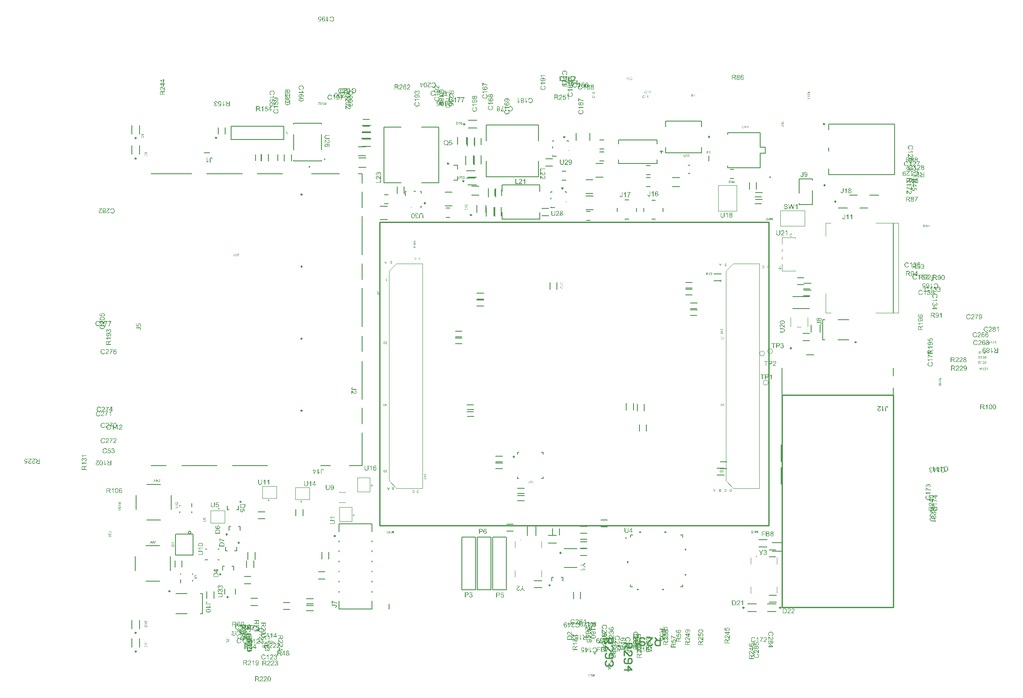
<source format=gbr>
G04*
G04 #@! TF.GenerationSoftware,Altium Limited,Altium Designer,24.2.2 (26)*
G04*
G04 Layer_Color=65535*
%FSLAX25Y25*%
%MOIN*%
G70*
G04*
G04 #@! TF.SameCoordinates,80A8E479-4E92-43EF-BFA2-91FD1FC97BD2*
G04*
G04*
G04 #@! TF.FilePolarity,Positive*
G04*
G01*
G75*
%ADD10C,0.00984*%
%ADD11C,0.00400*%
%ADD12C,0.00787*%
%ADD13C,0.00600*%
%ADD14C,0.01000*%
%ADD15C,0.00500*%
%ADD16C,0.00394*%
G36*
X368269Y-343992D02*
X366770D01*
Y-344992D01*
X368269D01*
Y-343992D01*
D02*
G37*
G36*
X360387Y-322326D02*
X359387D01*
Y-323826D01*
X360387D01*
Y-322326D01*
D02*
G37*
G36*
X370238Y-300192D02*
X368739D01*
Y-299192D01*
X370238D01*
Y-300192D01*
D02*
G37*
G36*
X387960Y-343992D02*
X386459D01*
Y-344992D01*
X387960D01*
Y-343992D01*
D02*
G37*
G36*
X404187Y-332171D02*
X405187D01*
Y-333671D01*
X404187D01*
Y-332171D01*
D02*
G37*
G36*
X389929Y-300192D02*
X388428D01*
Y-299192D01*
X389929D01*
Y-300192D01*
D02*
G37*
G36*
X404187Y-312481D02*
X405187D01*
Y-313981D01*
X404187D01*
Y-312481D01*
D02*
G37*
G36*
X487256Y-67095D02*
X487262Y-67100D01*
X487264Y-67111D01*
X487273Y-67125D01*
X487281Y-67142D01*
X487292Y-67161D01*
X487320Y-67208D01*
X487350Y-67264D01*
X487389Y-67319D01*
X487433Y-67377D01*
X487481Y-67435D01*
X487483Y-67438D01*
X487486Y-67441D01*
X487494Y-67449D01*
X487503Y-67460D01*
X487530Y-67485D01*
X487564Y-67518D01*
X487602Y-67552D01*
X487647Y-67588D01*
X487691Y-67618D01*
X487738Y-67646D01*
Y-67798D01*
X485813D01*
Y-67563D01*
X487312D01*
X487309Y-67560D01*
X487298Y-67546D01*
X487281Y-67529D01*
X487262Y-67502D01*
X487237Y-67471D01*
X487209Y-67433D01*
X487179Y-67388D01*
X487148Y-67338D01*
Y-67336D01*
X487145Y-67333D01*
X487134Y-67316D01*
X487120Y-67289D01*
X487104Y-67255D01*
X487084Y-67216D01*
X487065Y-67175D01*
X487046Y-67133D01*
X487029Y-67092D01*
X487256D01*
Y-67095D01*
D02*
G37*
G36*
X485866Y-68372D02*
X485891Y-68374D01*
X485918Y-68380D01*
X485946Y-68385D01*
X485976Y-68397D01*
X485979D01*
X485982Y-68399D01*
X485999Y-68405D01*
X486024Y-68416D01*
X486057Y-68433D01*
X486096Y-68455D01*
X486140Y-68482D01*
X486184Y-68513D01*
X486231Y-68552D01*
X486234D01*
X486237Y-68557D01*
X486253Y-68571D01*
X486278Y-68596D01*
X486314Y-68632D01*
X486356Y-68673D01*
X486406Y-68726D01*
X486461Y-68790D01*
X486519Y-68859D01*
X486522Y-68862D01*
X486530Y-68873D01*
X486544Y-68890D01*
X486561Y-68909D01*
X486583Y-68934D01*
X486608Y-68964D01*
X486636Y-68995D01*
X486666Y-69031D01*
X486733Y-69100D01*
X486799Y-69169D01*
X486832Y-69203D01*
X486866Y-69233D01*
X486896Y-69261D01*
X486927Y-69283D01*
X486929D01*
X486932Y-69288D01*
X486940Y-69294D01*
X486951Y-69300D01*
X486982Y-69319D01*
X487018Y-69341D01*
X487062Y-69361D01*
X487109Y-69380D01*
X487162Y-69391D01*
X487212Y-69397D01*
X487215D01*
X487217D01*
X487234Y-69394D01*
X487262Y-69391D01*
X487292Y-69383D01*
X487331Y-69372D01*
X487370Y-69352D01*
X487408Y-69327D01*
X487447Y-69294D01*
X487453Y-69288D01*
X487464Y-69275D01*
X487478Y-69255D01*
X487497Y-69225D01*
X487514Y-69186D01*
X487530Y-69142D01*
X487541Y-69089D01*
X487544Y-69031D01*
Y-69014D01*
X487541Y-69003D01*
X487539Y-68970D01*
X487530Y-68931D01*
X487519Y-68890D01*
X487500Y-68843D01*
X487475Y-68798D01*
X487442Y-68757D01*
X487436Y-68751D01*
X487422Y-68740D01*
X487400Y-68723D01*
X487367Y-68707D01*
X487328Y-68687D01*
X487278Y-68671D01*
X487223Y-68660D01*
X487159Y-68654D01*
X487184Y-68413D01*
X487187D01*
X487195Y-68416D01*
X487209D01*
X487228Y-68419D01*
X487251Y-68424D01*
X487276Y-68430D01*
X487306Y-68438D01*
X487336Y-68446D01*
X487403Y-68469D01*
X487469Y-68502D01*
X487503Y-68521D01*
X487536Y-68546D01*
X487566Y-68571D01*
X487594Y-68599D01*
X487597Y-68602D01*
X487600Y-68607D01*
X487608Y-68615D01*
X487616Y-68629D01*
X487627Y-68646D01*
X487638Y-68665D01*
X487652Y-68687D01*
X487666Y-68715D01*
X487680Y-68746D01*
X487694Y-68779D01*
X487705Y-68815D01*
X487716Y-68854D01*
X487724Y-68895D01*
X487733Y-68940D01*
X487735Y-68986D01*
X487738Y-69036D01*
Y-69064D01*
X487735Y-69083D01*
X487733Y-69106D01*
X487730Y-69133D01*
X487724Y-69164D01*
X487719Y-69194D01*
X487699Y-69266D01*
X487672Y-69338D01*
X487655Y-69374D01*
X487636Y-69410D01*
X487611Y-69444D01*
X487583Y-69474D01*
X487580Y-69477D01*
X487577Y-69482D01*
X487566Y-69488D01*
X487555Y-69499D01*
X487541Y-69513D01*
X487522Y-69527D01*
X487503Y-69541D01*
X487478Y-69557D01*
X487425Y-69585D01*
X487359Y-69613D01*
X487325Y-69624D01*
X487287Y-69629D01*
X487248Y-69635D01*
X487206Y-69638D01*
X487201D01*
X487187D01*
X487165Y-69635D01*
X487134Y-69632D01*
X487101Y-69626D01*
X487062Y-69615D01*
X487021Y-69604D01*
X486979Y-69588D01*
X486974Y-69585D01*
X486960Y-69579D01*
X486938Y-69568D01*
X486907Y-69552D01*
X486874Y-69529D01*
X486832Y-69502D01*
X486791Y-69468D01*
X486744Y-69430D01*
X486738Y-69424D01*
X486722Y-69410D01*
X486708Y-69397D01*
X486694Y-69383D01*
X486677Y-69366D01*
X486655Y-69344D01*
X486633Y-69322D01*
X486608Y-69294D01*
X486580Y-69266D01*
X486550Y-69233D01*
X486519Y-69197D01*
X486483Y-69158D01*
X486447Y-69114D01*
X486409Y-69070D01*
X486406Y-69067D01*
X486400Y-69061D01*
X486392Y-69050D01*
X486381Y-69036D01*
X486364Y-69020D01*
X486348Y-69000D01*
X486312Y-68956D01*
X486270Y-68909D01*
X486229Y-68865D01*
X486193Y-68826D01*
X486179Y-68809D01*
X486165Y-68795D01*
X486162Y-68793D01*
X486154Y-68784D01*
X486143Y-68773D01*
X486126Y-68759D01*
X486107Y-68746D01*
X486087Y-68729D01*
X486040Y-68696D01*
Y-69640D01*
X485813D01*
Y-68369D01*
X485816D01*
X485827D01*
X485844D01*
X485866Y-68372D01*
D02*
G37*
G36*
X478871Y-92311D02*
X478877Y-92317D01*
X478879Y-92328D01*
X478888Y-92342D01*
X478896Y-92358D01*
X478907Y-92378D01*
X478935Y-92425D01*
X478965Y-92480D01*
X479004Y-92536D01*
X479048Y-92594D01*
X479096Y-92652D01*
X479098Y-92655D01*
X479101Y-92658D01*
X479109Y-92666D01*
X479118Y-92677D01*
X479145Y-92702D01*
X479179Y-92735D01*
X479217Y-92768D01*
X479262Y-92804D01*
X479306Y-92835D01*
X479353Y-92863D01*
Y-93015D01*
X477428D01*
Y-92779D01*
X478927D01*
X478924Y-92777D01*
X478913Y-92763D01*
X478896Y-92746D01*
X478877Y-92719D01*
X478852Y-92688D01*
X478824Y-92649D01*
X478794Y-92605D01*
X478763Y-92555D01*
Y-92552D01*
X478760Y-92550D01*
X478749Y-92533D01*
X478735Y-92505D01*
X478719Y-92472D01*
X478699Y-92433D01*
X478680Y-92392D01*
X478661Y-92350D01*
X478644Y-92309D01*
X478871D01*
Y-92311D01*
D02*
G37*
G36*
X477949Y-93865D02*
X477946D01*
X477940D01*
X477932Y-93868D01*
X477918Y-93871D01*
X477888Y-93879D01*
X477846Y-93890D01*
X477805Y-93907D01*
X477758Y-93929D01*
X477716Y-93957D01*
X477677Y-93990D01*
X477674Y-93995D01*
X477663Y-94007D01*
X477650Y-94029D01*
X477633Y-94059D01*
X477616Y-94093D01*
X477602Y-94134D01*
X477591Y-94181D01*
X477589Y-94234D01*
Y-94250D01*
X477591Y-94261D01*
X477594Y-94295D01*
X477605Y-94333D01*
X477619Y-94381D01*
X477641Y-94428D01*
X477674Y-94477D01*
X477694Y-94500D01*
X477716Y-94522D01*
X477719Y-94525D01*
X477722Y-94527D01*
X477730Y-94533D01*
X477738Y-94541D01*
X477769Y-94561D01*
X477808Y-94583D01*
X477855Y-94602D01*
X477913Y-94621D01*
X477982Y-94635D01*
X478018Y-94641D01*
X478057D01*
X478059D01*
X478065D01*
X478076D01*
X478090Y-94638D01*
X478107D01*
X478126Y-94635D01*
X478170Y-94627D01*
X478223Y-94613D01*
X478276Y-94594D01*
X478326Y-94566D01*
X478372Y-94527D01*
X478375D01*
X478378Y-94522D01*
X478392Y-94508D01*
X478411Y-94483D01*
X478434Y-94450D01*
X478453Y-94406D01*
X478472Y-94356D01*
X478486Y-94297D01*
X478492Y-94264D01*
Y-94212D01*
X478489Y-94189D01*
X478486Y-94162D01*
X478478Y-94129D01*
X478470Y-94095D01*
X478456Y-94059D01*
X478439Y-94023D01*
X478436Y-94020D01*
X478431Y-94009D01*
X478417Y-93993D01*
X478403Y-93971D01*
X478384Y-93948D01*
X478359Y-93926D01*
X478334Y-93901D01*
X478303Y-93882D01*
X478334Y-93660D01*
X479320Y-93846D01*
Y-94799D01*
X479096D01*
Y-94032D01*
X478578Y-93929D01*
X478580Y-93932D01*
X478583Y-93937D01*
X478589Y-93946D01*
X478597Y-93959D01*
X478605Y-93976D01*
X478616Y-93995D01*
X478639Y-94040D01*
X478661Y-94095D01*
X478680Y-94156D01*
X478694Y-94223D01*
X478699Y-94256D01*
Y-94317D01*
X478697Y-94333D01*
X478694Y-94356D01*
X478691Y-94381D01*
X478686Y-94408D01*
X478677Y-94439D01*
X478658Y-94505D01*
X478644Y-94541D01*
X478625Y-94577D01*
X478605Y-94613D01*
X478583Y-94649D01*
X478555Y-94683D01*
X478525Y-94716D01*
X478522Y-94718D01*
X478517Y-94724D01*
X478508Y-94732D01*
X478494Y-94743D01*
X478475Y-94757D01*
X478456Y-94771D01*
X478431Y-94788D01*
X478403Y-94804D01*
X478372Y-94818D01*
X478339Y-94835D01*
X478301Y-94849D01*
X478262Y-94863D01*
X478220Y-94874D01*
X478173Y-94882D01*
X478126Y-94888D01*
X478076Y-94890D01*
X478073D01*
X478065D01*
X478051D01*
X478032Y-94888D01*
X478010Y-94885D01*
X477985Y-94882D01*
X477954Y-94876D01*
X477924Y-94871D01*
X477852Y-94854D01*
X477777Y-94827D01*
X477738Y-94810D01*
X477702Y-94788D01*
X477663Y-94766D01*
X477627Y-94738D01*
X477625Y-94735D01*
X477616Y-94730D01*
X477605Y-94718D01*
X477591Y-94705D01*
X477575Y-94685D01*
X477553Y-94663D01*
X477533Y-94635D01*
X477511Y-94605D01*
X477489Y-94572D01*
X477469Y-94533D01*
X477450Y-94491D01*
X477431Y-94447D01*
X477417Y-94400D01*
X477406Y-94347D01*
X477397Y-94292D01*
X477395Y-94234D01*
Y-94209D01*
X477397Y-94189D01*
X477400Y-94167D01*
X477403Y-94142D01*
X477406Y-94112D01*
X477414Y-94081D01*
X477431Y-94012D01*
X477456Y-93943D01*
X477472Y-93907D01*
X477492Y-93871D01*
X477514Y-93838D01*
X477539Y-93804D01*
X477541Y-93802D01*
X477544Y-93796D01*
X477555Y-93791D01*
X477566Y-93779D01*
X477580Y-93766D01*
X477597Y-93752D01*
X477619Y-93735D01*
X477644Y-93721D01*
X477669Y-93705D01*
X477699Y-93688D01*
X477766Y-93658D01*
X477844Y-93633D01*
X477885Y-93624D01*
X477929Y-93619D01*
X477949Y-93865D01*
D02*
G37*
G36*
X358510Y-303623D02*
Y-303628D01*
Y-303642D01*
Y-303655D01*
X358506Y-303706D01*
X358501Y-303766D01*
X358492Y-303845D01*
X358487Y-303942D01*
X358473Y-304048D01*
X358459Y-304164D01*
X358464D01*
X358469Y-304159D01*
X358483Y-304154D01*
X358501Y-304145D01*
X358547Y-304122D01*
X358607Y-304094D01*
X358681Y-304062D01*
X358769Y-304025D01*
X358866Y-303988D01*
X358972Y-303951D01*
X359074Y-304261D01*
X359069D01*
X359060Y-304265D01*
X359046Y-304270D01*
X359028Y-304274D01*
X359000Y-304284D01*
X358972Y-304293D01*
X358903Y-304311D01*
X358820Y-304330D01*
X358727Y-304353D01*
X358630Y-304372D01*
X358529Y-304385D01*
X358533Y-304390D01*
X358552Y-304408D01*
X358584Y-304436D01*
X358626Y-304478D01*
X358681Y-304538D01*
X358741Y-304607D01*
X358820Y-304695D01*
X358903Y-304797D01*
X358644Y-304977D01*
X358640Y-304967D01*
X358621Y-304944D01*
X358593Y-304907D01*
X358556Y-304857D01*
X358515Y-304787D01*
X358464Y-304709D01*
X358404Y-304616D01*
X358344Y-304515D01*
Y-304519D01*
X358339Y-304528D01*
X358330Y-304542D01*
X358316Y-304566D01*
X358289Y-304621D01*
X358252Y-304686D01*
X358205Y-304760D01*
X358159Y-304838D01*
X358108Y-304912D01*
X358062Y-304977D01*
X357808Y-304797D01*
X357813Y-304792D01*
X357817Y-304783D01*
X357831Y-304769D01*
X357850Y-304746D01*
X357891Y-304690D01*
X357947Y-304626D01*
X358007Y-304556D01*
X358067Y-304492D01*
X358122Y-304432D01*
X358145Y-304404D01*
X358168Y-304385D01*
X358164D01*
X358155Y-304381D01*
X358141D01*
X358122Y-304376D01*
X358094Y-304372D01*
X358067Y-304362D01*
X357997Y-304348D01*
X357914Y-304330D01*
X357826Y-304311D01*
X357637Y-304261D01*
X357734Y-303951D01*
X357739D01*
X357748Y-303956D01*
X357766Y-303965D01*
X357789Y-303970D01*
X357817Y-303983D01*
X357854Y-303997D01*
X357928Y-304025D01*
X358011Y-304057D01*
X358094Y-304094D01*
X358173Y-304131D01*
X358238Y-304164D01*
Y-304159D01*
Y-304145D01*
X358233Y-304127D01*
Y-304099D01*
X358228Y-304066D01*
X358224Y-304030D01*
X358219Y-303946D01*
X358210Y-303859D01*
X358201Y-303766D01*
X358196Y-303688D01*
Y-303651D01*
Y-303618D01*
X358510D01*
Y-303623D01*
D02*
G37*
G36*
X459987Y-318286D02*
X460014Y-318291D01*
X460047Y-318302D01*
X460080Y-318318D01*
X460112Y-318340D01*
X460145Y-318368D01*
X460151Y-318373D01*
X460162Y-318384D01*
X460173Y-318400D01*
X460189Y-318428D01*
X460222Y-318488D01*
X460227Y-318526D01*
X460233Y-318570D01*
Y-318575D01*
Y-318591D01*
X460227Y-318613D01*
X460222Y-318641D01*
X460211Y-318673D01*
X460194Y-318706D01*
X460173Y-318744D01*
X460145Y-318777D01*
X460140Y-318782D01*
X460129Y-318788D01*
X460112Y-318804D01*
X460085Y-318815D01*
X460025Y-318848D01*
X459987Y-318853D01*
X459943Y-318859D01*
X459921D01*
X459900Y-318853D01*
X459872Y-318848D01*
X459839Y-318837D01*
X459807Y-318826D01*
X459768Y-318804D01*
X459736Y-318777D01*
X459730Y-318772D01*
X459725Y-318761D01*
X459708Y-318744D01*
X459697Y-318717D01*
X459681Y-318690D01*
X459665Y-318652D01*
X459659Y-318613D01*
X459654Y-318570D01*
Y-318564D01*
Y-318548D01*
X459659Y-318526D01*
X459665Y-318499D01*
X459676Y-318466D01*
X459687Y-318433D01*
X459708Y-318400D01*
X459736Y-318368D01*
X459741Y-318362D01*
X459752Y-318351D01*
X459768Y-318340D01*
X459796Y-318324D01*
X459823Y-318307D01*
X459861Y-318291D01*
X459900Y-318286D01*
X459943Y-318280D01*
X459965D01*
X459987Y-318286D01*
D02*
G37*
G36*
X276472Y-305568D02*
X276500Y-305573D01*
X276532Y-305584D01*
X276565Y-305600D01*
X276598Y-305622D01*
X276630Y-305649D01*
X276636Y-305655D01*
X276647Y-305666D01*
X276658Y-305682D01*
X276674Y-305710D01*
X276707Y-305769D01*
X276712Y-305808D01*
X276718Y-305852D01*
Y-305857D01*
Y-305873D01*
X276712Y-305895D01*
X276707Y-305922D01*
X276696Y-305955D01*
X276680Y-305988D01*
X276658Y-306026D01*
X276630Y-306059D01*
X276625Y-306064D01*
X276614Y-306070D01*
X276598Y-306086D01*
X276571Y-306097D01*
X276510Y-306130D01*
X276472Y-306135D01*
X276429Y-306141D01*
X276407D01*
X276385Y-306135D01*
X276358Y-306130D01*
X276325Y-306119D01*
X276292Y-306108D01*
X276254Y-306086D01*
X276221Y-306059D01*
X276216Y-306053D01*
X276210Y-306043D01*
X276194Y-306026D01*
X276183Y-305999D01*
X276166Y-305972D01*
X276150Y-305933D01*
X276145Y-305895D01*
X276139Y-305852D01*
Y-305846D01*
Y-305830D01*
X276145Y-305808D01*
X276150Y-305781D01*
X276161Y-305748D01*
X276172Y-305715D01*
X276194Y-305682D01*
X276221Y-305649D01*
X276226Y-305644D01*
X276237Y-305633D01*
X276254Y-305622D01*
X276281Y-305606D01*
X276308Y-305589D01*
X276347Y-305573D01*
X276385Y-305568D01*
X276429Y-305562D01*
X276450D01*
X276472Y-305568D01*
D02*
G37*
G36*
X433892Y-141932D02*
X432393D01*
X432396Y-141935D01*
X432407Y-141949D01*
X432424Y-141966D01*
X432443Y-141993D01*
X432468Y-142024D01*
X432496Y-142063D01*
X432526Y-142107D01*
X432557Y-142157D01*
Y-142159D01*
X432559Y-142162D01*
X432570Y-142179D01*
X432584Y-142207D01*
X432601Y-142240D01*
X432620Y-142279D01*
X432640Y-142320D01*
X432659Y-142362D01*
X432676Y-142403D01*
X432449D01*
Y-142401D01*
X432443Y-142395D01*
X432440Y-142384D01*
X432432Y-142370D01*
X432424Y-142353D01*
X432413Y-142334D01*
X432385Y-142287D01*
X432354Y-142232D01*
X432316Y-142176D01*
X432271Y-142118D01*
X432224Y-142060D01*
X432221Y-142057D01*
X432219Y-142054D01*
X432210Y-142046D01*
X432202Y-142035D01*
X432174Y-142010D01*
X432141Y-141977D01*
X432102Y-141944D01*
X432058Y-141908D01*
X432014Y-141877D01*
X431967Y-141849D01*
Y-141697D01*
X433892D01*
Y-141932D01*
D02*
G37*
G36*
Y-142980D02*
X433310Y-143204D01*
Y-144007D01*
X433892Y-144215D01*
Y-144484D01*
X431975Y-143752D01*
Y-143475D01*
X433892Y-142691D01*
Y-142980D01*
D02*
G37*
G36*
X433343Y-144691D02*
X433365D01*
X433418Y-144697D01*
X433479Y-144702D01*
X433543Y-144713D01*
X433601Y-144730D01*
X433656Y-144749D01*
X433659D01*
X433662Y-144752D01*
X433678Y-144761D01*
X433701Y-144774D01*
X433731Y-144794D01*
X433762Y-144822D01*
X433795Y-144852D01*
X433828Y-144891D01*
X433856Y-144935D01*
X433858Y-144941D01*
X433867Y-144957D01*
X433878Y-144982D01*
X433889Y-145018D01*
X433903Y-145062D01*
X433914Y-145112D01*
X433922Y-145168D01*
X433925Y-145229D01*
Y-145254D01*
X433922Y-145270D01*
X433919Y-145292D01*
X433917Y-145315D01*
X433906Y-145373D01*
X433889Y-145434D01*
X433864Y-145497D01*
X433847Y-145531D01*
X433828Y-145561D01*
X433806Y-145589D01*
X433781Y-145616D01*
X433778Y-145619D01*
X433775Y-145622D01*
X433764Y-145628D01*
X433753Y-145636D01*
X433739Y-145647D01*
X433720Y-145658D01*
X433698Y-145669D01*
X433673Y-145683D01*
X433645Y-145694D01*
X433612Y-145705D01*
X433579Y-145716D01*
X433540Y-145727D01*
X433498Y-145733D01*
X433451Y-145741D01*
X433404Y-145744D01*
X433352D01*
X433318Y-145514D01*
X433321D01*
X433327D01*
X433338D01*
X433354Y-145511D01*
X433371Y-145509D01*
X433390D01*
X433437Y-145500D01*
X433487Y-145492D01*
X433537Y-145475D01*
X433581Y-145459D01*
X433601Y-145448D01*
X433617Y-145434D01*
X433620Y-145431D01*
X433629Y-145420D01*
X433642Y-145403D01*
X433656Y-145381D01*
X433673Y-145351D01*
X433684Y-145317D01*
X433695Y-145276D01*
X433698Y-145231D01*
Y-145215D01*
X433695Y-145198D01*
X433692Y-145173D01*
X433687Y-145148D01*
X433681Y-145121D01*
X433670Y-145093D01*
X433656Y-145065D01*
X433653Y-145062D01*
X433648Y-145054D01*
X433637Y-145043D01*
X433626Y-145027D01*
X433606Y-145013D01*
X433587Y-144996D01*
X433565Y-144982D01*
X433537Y-144971D01*
X433534D01*
X433523Y-144966D01*
X433504Y-144963D01*
X433479Y-144957D01*
X433446Y-144952D01*
X433404Y-144949D01*
X433354Y-144943D01*
X433296D01*
X431975D01*
Y-144689D01*
X433282D01*
X433285D01*
X433293D01*
X433305D01*
X433321D01*
X433343Y-144691D01*
D02*
G37*
G36*
X431930Y-104290D02*
X431933Y-104288D01*
X431947Y-104277D01*
X431963Y-104260D01*
X431991Y-104241D01*
X432022Y-104216D01*
X432060Y-104188D01*
X432105Y-104158D01*
X432155Y-104127D01*
X432157D01*
X432160Y-104124D01*
X432177Y-104113D01*
X432204Y-104099D01*
X432238Y-104083D01*
X432276Y-104063D01*
X432318Y-104044D01*
X432360Y-104025D01*
X432401Y-104008D01*
Y-104235D01*
X432398D01*
X432393Y-104241D01*
X432382Y-104243D01*
X432368Y-104252D01*
X432351Y-104260D01*
X432332Y-104271D01*
X432285Y-104299D01*
X432229Y-104329D01*
X432174Y-104368D01*
X432116Y-104412D01*
X432058Y-104460D01*
X432055Y-104462D01*
X432052Y-104465D01*
X432044Y-104473D01*
X432033Y-104482D01*
X432008Y-104509D01*
X431975Y-104543D01*
X431941Y-104581D01*
X431905Y-104626D01*
X431875Y-104670D01*
X431847Y-104717D01*
X431695D01*
Y-102792D01*
X431930D01*
Y-104290D01*
D02*
G37*
G36*
X433764Y-251261D02*
X433786D01*
X433811Y-251264D01*
X433839Y-251270D01*
X433872Y-251278D01*
X433905Y-251286D01*
X433944Y-251297D01*
X433983Y-251311D01*
X434022Y-251328D01*
X434063Y-251350D01*
X434102Y-251375D01*
X434141Y-251403D01*
X434179Y-251436D01*
X434215Y-251475D01*
X434218Y-251478D01*
X434224Y-251486D01*
X434232Y-251497D01*
X434243Y-251516D01*
X434260Y-251541D01*
X434274Y-251569D01*
X434290Y-251605D01*
X434307Y-251644D01*
X434326Y-251691D01*
X434343Y-251744D01*
X434357Y-251802D01*
X434371Y-251865D01*
X434384Y-251937D01*
X434393Y-252015D01*
X434398Y-252098D01*
X434401Y-252187D01*
Y-252189D01*
Y-252192D01*
Y-252201D01*
Y-252212D01*
X434398Y-252239D01*
Y-252278D01*
X434396Y-252322D01*
X434390Y-252375D01*
X434384Y-252433D01*
X434376Y-252497D01*
X434365Y-252561D01*
X434351Y-252630D01*
X434335Y-252696D01*
X434315Y-252763D01*
X434290Y-252826D01*
X434263Y-252888D01*
X434232Y-252946D01*
X434196Y-252995D01*
X434193Y-252998D01*
X434188Y-253004D01*
X434177Y-253015D01*
X434163Y-253031D01*
X434146Y-253048D01*
X434124Y-253065D01*
X434096Y-253087D01*
X434069Y-253106D01*
X434035Y-253126D01*
X433999Y-253148D01*
X433958Y-253165D01*
X433916Y-253184D01*
X433869Y-253198D01*
X433819Y-253209D01*
X433767Y-253214D01*
X433711Y-253217D01*
X433689D01*
X433673Y-253214D01*
X433653D01*
X433631Y-253212D01*
X433578Y-253201D01*
X433520Y-253187D01*
X433459Y-253165D01*
X433398Y-253131D01*
X433368Y-253112D01*
X433340Y-253090D01*
X433337Y-253087D01*
X433335Y-253084D01*
X433326Y-253076D01*
X433318Y-253067D01*
X433304Y-253054D01*
X433293Y-253037D01*
X433263Y-252998D01*
X433232Y-252948D01*
X433204Y-252888D01*
X433180Y-252818D01*
X433163Y-252741D01*
X433398Y-252721D01*
Y-252724D01*
X433401Y-252727D01*
X433404Y-252743D01*
X433412Y-252768D01*
X433423Y-252799D01*
X433434Y-252832D01*
X433451Y-252865D01*
X433470Y-252896D01*
X433490Y-252921D01*
X433495Y-252926D01*
X433506Y-252937D01*
X433526Y-252954D01*
X433553Y-252973D01*
X433590Y-252990D01*
X433628Y-253007D01*
X433675Y-253018D01*
X433725Y-253023D01*
X433745D01*
X433767Y-253020D01*
X433792Y-253015D01*
X433825Y-253007D01*
X433858Y-252995D01*
X433891Y-252982D01*
X433925Y-252959D01*
X433930Y-252957D01*
X433944Y-252946D01*
X433963Y-252926D01*
X433988Y-252899D01*
X434016Y-252865D01*
X434047Y-252826D01*
X434074Y-252777D01*
X434102Y-252721D01*
Y-252718D01*
X434105Y-252713D01*
X434107Y-252705D01*
X434113Y-252694D01*
X434116Y-252677D01*
X434121Y-252658D01*
X434127Y-252635D01*
X434132Y-252608D01*
X434141Y-252577D01*
X434146Y-252544D01*
X434152Y-252508D01*
X434155Y-252469D01*
X434160Y-252425D01*
X434163Y-252381D01*
X434166Y-252331D01*
Y-252281D01*
X434163Y-252284D01*
X434152Y-252300D01*
X434132Y-252322D01*
X434107Y-252350D01*
X434080Y-252383D01*
X434044Y-252414D01*
X434005Y-252444D01*
X433961Y-252472D01*
X433958D01*
X433955Y-252475D01*
X433939Y-252483D01*
X433914Y-252491D01*
X433880Y-252505D01*
X433842Y-252516D01*
X433797Y-252525D01*
X433750Y-252533D01*
X433700Y-252536D01*
X433678D01*
X433662Y-252533D01*
X433639Y-252530D01*
X433617Y-252527D01*
X433590Y-252522D01*
X433562Y-252514D01*
X433498Y-252494D01*
X433465Y-252480D01*
X433432Y-252461D01*
X433398Y-252442D01*
X433362Y-252419D01*
X433329Y-252392D01*
X433299Y-252361D01*
X433296Y-252358D01*
X433290Y-252353D01*
X433282Y-252344D01*
X433274Y-252331D01*
X433260Y-252311D01*
X433246Y-252292D01*
X433232Y-252267D01*
X433216Y-252239D01*
X433199Y-252209D01*
X433185Y-252176D01*
X433171Y-252137D01*
X433157Y-252098D01*
X433149Y-252057D01*
X433141Y-252009D01*
X433135Y-251962D01*
X433132Y-251912D01*
Y-251910D01*
Y-251904D01*
Y-251896D01*
Y-251882D01*
X433135Y-251865D01*
Y-251849D01*
X433144Y-251804D01*
X433152Y-251752D01*
X433166Y-251696D01*
X433185Y-251635D01*
X433213Y-251577D01*
Y-251574D01*
X433216Y-251572D01*
X433221Y-251563D01*
X433227Y-251552D01*
X433243Y-251525D01*
X433268Y-251489D01*
X433299Y-251450D01*
X433335Y-251411D01*
X433379Y-251372D01*
X433426Y-251339D01*
X433429D01*
X433432Y-251336D01*
X433440Y-251331D01*
X433451Y-251328D01*
X433479Y-251314D01*
X433515Y-251300D01*
X433562Y-251284D01*
X433614Y-251273D01*
X433673Y-251261D01*
X433736Y-251259D01*
X433750D01*
X433764Y-251261D01*
D02*
G37*
G36*
X432321D02*
X432343Y-251264D01*
X432371Y-251270D01*
X432401Y-251275D01*
X432434Y-251284D01*
X432468Y-251295D01*
X432504Y-251306D01*
X432540Y-251322D01*
X432576Y-251342D01*
X432612Y-251364D01*
X432648Y-251392D01*
X432681Y-251422D01*
X432711Y-251455D01*
X432714Y-251458D01*
X432720Y-251466D01*
X432728Y-251480D01*
X432742Y-251502D01*
X432756Y-251527D01*
X432769Y-251561D01*
X432789Y-251599D01*
X432805Y-251644D01*
X432822Y-251694D01*
X432839Y-251752D01*
X432855Y-251816D01*
X432869Y-251887D01*
X432883Y-251965D01*
X432891Y-252048D01*
X432897Y-252140D01*
X432900Y-252237D01*
Y-252239D01*
Y-252250D01*
Y-252270D01*
Y-252292D01*
X432897Y-252322D01*
Y-252356D01*
X432894Y-252392D01*
X432891Y-252433D01*
X432883Y-252519D01*
X432869Y-252610D01*
X432853Y-252702D01*
X432842Y-252743D01*
X432830Y-252785D01*
Y-252788D01*
X432828Y-252793D01*
X432822Y-252804D01*
X432817Y-252818D01*
X432811Y-252838D01*
X432800Y-252857D01*
X432778Y-252904D01*
X432750Y-252954D01*
X432714Y-253007D01*
X432673Y-253059D01*
X432623Y-253103D01*
X432620D01*
X432617Y-253109D01*
X432609Y-253115D01*
X432598Y-253120D01*
X432584Y-253131D01*
X432567Y-253139D01*
X432526Y-253162D01*
X432476Y-253181D01*
X432418Y-253201D01*
X432348Y-253212D01*
X432274Y-253217D01*
X432249D01*
X432218Y-253214D01*
X432182Y-253209D01*
X432141Y-253201D01*
X432096Y-253189D01*
X432049Y-253176D01*
X432005Y-253153D01*
X432002D01*
X431999Y-253151D01*
X431986Y-253142D01*
X431963Y-253129D01*
X431936Y-253109D01*
X431905Y-253081D01*
X431872Y-253051D01*
X431842Y-253015D01*
X431811Y-252973D01*
X431808Y-252968D01*
X431797Y-252954D01*
X431786Y-252929D01*
X431767Y-252893D01*
X431750Y-252852D01*
X431728Y-252804D01*
X431709Y-252749D01*
X431692Y-252688D01*
Y-252685D01*
X431689Y-252680D01*
X431686Y-252671D01*
X431684Y-252658D01*
X431681Y-252641D01*
X431678Y-252622D01*
X431673Y-252597D01*
X431670Y-252569D01*
X431664Y-252538D01*
X431662Y-252505D01*
X431659Y-252466D01*
X431653Y-252428D01*
X431650Y-252383D01*
Y-252339D01*
X431648Y-252289D01*
Y-252237D01*
Y-252234D01*
Y-252223D01*
Y-252203D01*
Y-252181D01*
X431650Y-252151D01*
Y-252117D01*
X431653Y-252081D01*
X431656Y-252043D01*
X431664Y-251954D01*
X431678Y-251863D01*
X431695Y-251774D01*
X431706Y-251732D01*
X431720Y-251691D01*
Y-251688D01*
X431722Y-251682D01*
X431728Y-251671D01*
X431734Y-251658D01*
X431739Y-251638D01*
X431750Y-251619D01*
X431772Y-251572D01*
X431800Y-251522D01*
X431836Y-251466D01*
X431878Y-251417D01*
X431927Y-251370D01*
X431930D01*
X431933Y-251364D01*
X431941Y-251358D01*
X431952Y-251353D01*
X431966Y-251345D01*
X431980Y-251333D01*
X432022Y-251314D01*
X432071Y-251295D01*
X432130Y-251275D01*
X432199Y-251264D01*
X432274Y-251259D01*
X432301D01*
X432321Y-251261D01*
D02*
G37*
G36*
X432094Y-92624D02*
X431817D01*
X431033Y-90708D01*
X431321D01*
X431545Y-91289D01*
X432349D01*
X432556Y-90708D01*
X432825D01*
X432094Y-92624D01*
D02*
G37*
G36*
X436762D02*
X436009D01*
X435989Y-92622D01*
X435967D01*
X435917Y-92616D01*
X435862Y-92611D01*
X435804Y-92600D01*
X435745Y-92586D01*
X435693Y-92566D01*
X435690D01*
X435687Y-92564D01*
X435671Y-92555D01*
X435646Y-92541D01*
X435618Y-92522D01*
X435585Y-92497D01*
X435549Y-92467D01*
X435516Y-92428D01*
X435485Y-92386D01*
X435482Y-92381D01*
X435474Y-92364D01*
X435460Y-92342D01*
X435446Y-92309D01*
X435432Y-92270D01*
X435419Y-92228D01*
X435410Y-92181D01*
X435408Y-92134D01*
Y-92129D01*
Y-92115D01*
X435410Y-92090D01*
X435416Y-92059D01*
X435424Y-92023D01*
X435438Y-91985D01*
X435455Y-91946D01*
X435477Y-91904D01*
X435480Y-91899D01*
X435488Y-91888D01*
X435504Y-91866D01*
X435527Y-91843D01*
X435554Y-91816D01*
X435588Y-91785D01*
X435629Y-91758D01*
X435676Y-91730D01*
X435674D01*
X435668Y-91727D01*
X435660Y-91724D01*
X435649Y-91719D01*
X435615Y-91708D01*
X435576Y-91688D01*
X435535Y-91663D01*
X435488Y-91633D01*
X435446Y-91597D01*
X435408Y-91553D01*
X435405Y-91547D01*
X435394Y-91530D01*
X435377Y-91505D01*
X435360Y-91472D01*
X435344Y-91428D01*
X435327Y-91381D01*
X435316Y-91325D01*
X435313Y-91264D01*
Y-91262D01*
Y-91259D01*
Y-91242D01*
X435316Y-91215D01*
X435322Y-91181D01*
X435327Y-91143D01*
X435338Y-91101D01*
X435352Y-91057D01*
X435372Y-91012D01*
X435374Y-91007D01*
X435383Y-90993D01*
X435394Y-90974D01*
X435410Y-90946D01*
X435432Y-90918D01*
X435455Y-90888D01*
X435482Y-90857D01*
X435513Y-90832D01*
X435516Y-90830D01*
X435527Y-90821D01*
X435546Y-90810D01*
X435571Y-90799D01*
X435602Y-90782D01*
X435638Y-90766D01*
X435676Y-90752D01*
X435723Y-90738D01*
X435729D01*
X435745Y-90733D01*
X435773Y-90730D01*
X435809Y-90724D01*
X435853Y-90719D01*
X435906Y-90713D01*
X435964Y-90711D01*
X436031Y-90708D01*
X436762D01*
Y-92624D01*
D02*
G37*
G36*
X465320Y-92177D02*
X465345D01*
X465375Y-92180D01*
X465409Y-92185D01*
X465447Y-92191D01*
X465528Y-92205D01*
X465611Y-92227D01*
X465694Y-92258D01*
X465733Y-92277D01*
X465771Y-92299D01*
X465774Y-92302D01*
X465780Y-92305D01*
X465791Y-92313D01*
X465802Y-92324D01*
X465819Y-92335D01*
X465838Y-92352D01*
X465860Y-92371D01*
X465882Y-92393D01*
X465905Y-92418D01*
X465929Y-92443D01*
X465979Y-92507D01*
X466026Y-92582D01*
X466068Y-92665D01*
Y-92668D01*
X466073Y-92676D01*
X466076Y-92690D01*
X466084Y-92706D01*
X466090Y-92729D01*
X466098Y-92756D01*
X466109Y-92787D01*
X466118Y-92820D01*
X466126Y-92856D01*
X466137Y-92897D01*
X466151Y-92983D01*
X466162Y-93080D01*
X466168Y-93180D01*
Y-93183D01*
Y-93194D01*
Y-93210D01*
X466165Y-93230D01*
Y-93257D01*
X466162Y-93285D01*
X466159Y-93321D01*
X466154Y-93357D01*
X466140Y-93438D01*
X466120Y-93526D01*
X466093Y-93615D01*
X466054Y-93701D01*
X466051Y-93704D01*
X466048Y-93712D01*
X466043Y-93723D01*
X466032Y-93737D01*
X466021Y-93756D01*
X466007Y-93778D01*
X465971Y-93828D01*
X465924Y-93884D01*
X465869Y-93939D01*
X465805Y-93994D01*
X465730Y-94041D01*
X465727Y-94044D01*
X465719Y-94047D01*
X465708Y-94052D01*
X465694Y-94061D01*
X465672Y-94069D01*
X465650Y-94077D01*
X465622Y-94089D01*
X465591Y-94100D01*
X465558Y-94111D01*
X465522Y-94122D01*
X465445Y-94138D01*
X465356Y-94152D01*
X465265Y-94158D01*
X465237D01*
X465217Y-94155D01*
X465193Y-94152D01*
X465162Y-94150D01*
X465132Y-94147D01*
X465096Y-94138D01*
X465021Y-94122D01*
X464938Y-94097D01*
X464896Y-94080D01*
X464857Y-94061D01*
X464819Y-94036D01*
X464780Y-94011D01*
X464777Y-94008D01*
X464772Y-94005D01*
X464760Y-93997D01*
X464747Y-93983D01*
X464733Y-93969D01*
X464713Y-93950D01*
X464694Y-93928D01*
X464672Y-93906D01*
X464650Y-93878D01*
X464628Y-93845D01*
X464603Y-93812D01*
X464580Y-93775D01*
X464561Y-93734D01*
X464539Y-93692D01*
X464522Y-93648D01*
X464506Y-93598D01*
X464755Y-93540D01*
Y-93543D01*
X464758Y-93548D01*
X464763Y-93559D01*
X464769Y-93573D01*
X464774Y-93590D01*
X464783Y-93612D01*
X464805Y-93656D01*
X464832Y-93706D01*
X464866Y-93756D01*
X464907Y-93803D01*
X464952Y-93845D01*
X464957Y-93850D01*
X464974Y-93861D01*
X465001Y-93875D01*
X465037Y-93895D01*
X465085Y-93911D01*
X465137Y-93928D01*
X465201Y-93939D01*
X465270Y-93942D01*
X465292D01*
X465306Y-93939D01*
X465325D01*
X465348Y-93936D01*
X465400Y-93928D01*
X465458Y-93917D01*
X465519Y-93897D01*
X465583Y-93870D01*
X465641Y-93834D01*
X465644D01*
X465647Y-93828D01*
X465666Y-93814D01*
X465691Y-93792D01*
X465722Y-93759D01*
X465758Y-93717D01*
X465791Y-93670D01*
X465821Y-93612D01*
X465849Y-93548D01*
Y-93546D01*
X465852Y-93540D01*
X465855Y-93532D01*
X465857Y-93518D01*
X465863Y-93501D01*
X465869Y-93482D01*
X465877Y-93435D01*
X465888Y-93379D01*
X465899Y-93318D01*
X465905Y-93252D01*
X465907Y-93180D01*
Y-93177D01*
Y-93169D01*
Y-93155D01*
Y-93138D01*
X465905Y-93119D01*
Y-93094D01*
X465902Y-93066D01*
X465899Y-93036D01*
X465891Y-92969D01*
X465877Y-92897D01*
X465860Y-92825D01*
X465838Y-92753D01*
Y-92751D01*
X465835Y-92745D01*
X465830Y-92737D01*
X465824Y-92723D01*
X465807Y-92690D01*
X465783Y-92651D01*
X465752Y-92607D01*
X465713Y-92559D01*
X465669Y-92518D01*
X465616Y-92479D01*
X465614D01*
X465608Y-92476D01*
X465600Y-92471D01*
X465589Y-92465D01*
X465575Y-92460D01*
X465558Y-92452D01*
X465519Y-92435D01*
X465470Y-92418D01*
X465414Y-92404D01*
X465353Y-92393D01*
X465289Y-92391D01*
X465270D01*
X465253Y-92393D01*
X465234D01*
X465215Y-92396D01*
X465165Y-92407D01*
X465107Y-92421D01*
X465049Y-92443D01*
X464988Y-92474D01*
X464957Y-92490D01*
X464929Y-92512D01*
X464927Y-92515D01*
X464924Y-92518D01*
X464916Y-92526D01*
X464904Y-92535D01*
X464893Y-92548D01*
X464880Y-92565D01*
X464863Y-92582D01*
X464849Y-92604D01*
X464832Y-92629D01*
X464813Y-92656D01*
X464796Y-92684D01*
X464780Y-92717D01*
X464766Y-92753D01*
X464752Y-92792D01*
X464738Y-92834D01*
X464727Y-92878D01*
X464472Y-92814D01*
Y-92812D01*
X464475Y-92800D01*
X464481Y-92784D01*
X464489Y-92762D01*
X464497Y-92737D01*
X464508Y-92706D01*
X464522Y-92673D01*
X464539Y-92637D01*
X464578Y-92559D01*
X464628Y-92482D01*
X464658Y-92443D01*
X464688Y-92404D01*
X464722Y-92371D01*
X464760Y-92338D01*
X464763Y-92335D01*
X464769Y-92330D01*
X464783Y-92324D01*
X464796Y-92313D01*
X464819Y-92299D01*
X464841Y-92285D01*
X464871Y-92271D01*
X464902Y-92258D01*
X464938Y-92241D01*
X464977Y-92227D01*
X465018Y-92213D01*
X465062Y-92199D01*
X465109Y-92188D01*
X465159Y-92183D01*
X465212Y-92177D01*
X465267Y-92175D01*
X465298D01*
X465320Y-92177D01*
D02*
G37*
G36*
X470105Y-94125D02*
X469368D01*
X469318Y-94122D01*
X469263Y-94119D01*
X469207Y-94113D01*
X469152Y-94105D01*
X469105Y-94097D01*
X469102D01*
X469096Y-94094D01*
X469088D01*
X469077Y-94089D01*
X469046Y-94080D01*
X469008Y-94066D01*
X468963Y-94047D01*
X468916Y-94022D01*
X468869Y-93994D01*
X468825Y-93958D01*
X468822Y-93956D01*
X468819Y-93953D01*
X468811Y-93945D01*
X468800Y-93936D01*
X468772Y-93909D01*
X468739Y-93870D01*
X468703Y-93823D01*
X468664Y-93767D01*
X468628Y-93704D01*
X468598Y-93632D01*
Y-93629D01*
X468595Y-93623D01*
X468589Y-93612D01*
X468587Y-93595D01*
X468578Y-93576D01*
X468573Y-93554D01*
X468567Y-93529D01*
X468559Y-93498D01*
X468551Y-93468D01*
X468545Y-93432D01*
X468531Y-93354D01*
X468523Y-93269D01*
X468520Y-93174D01*
Y-93172D01*
Y-93166D01*
Y-93152D01*
Y-93138D01*
X468523Y-93119D01*
Y-93097D01*
X468526Y-93044D01*
X468534Y-92983D01*
X468542Y-92920D01*
X468556Y-92853D01*
X468573Y-92787D01*
Y-92784D01*
X468576Y-92778D01*
X468578Y-92770D01*
X468581Y-92759D01*
X468592Y-92729D01*
X468609Y-92690D01*
X468625Y-92645D01*
X468648Y-92601D01*
X468675Y-92554D01*
X468703Y-92510D01*
X468706Y-92504D01*
X468717Y-92490D01*
X468734Y-92471D01*
X468756Y-92446D01*
X468781Y-92418D01*
X468811Y-92391D01*
X468842Y-92360D01*
X468878Y-92335D01*
X468883Y-92332D01*
X468894Y-92324D01*
X468914Y-92313D01*
X468941Y-92299D01*
X468974Y-92282D01*
X469013Y-92269D01*
X469058Y-92252D01*
X469107Y-92238D01*
X469113D01*
X469121Y-92235D01*
X469130Y-92233D01*
X469157Y-92230D01*
X469196Y-92224D01*
X469240Y-92219D01*
X469293Y-92213D01*
X469351Y-92211D01*
X469415Y-92208D01*
X470105D01*
Y-94125D01*
D02*
G37*
G36*
X440605Y-268258D02*
X439868D01*
X439818Y-268256D01*
X439762Y-268253D01*
X439707Y-268247D01*
X439652Y-268239D01*
X439605Y-268231D01*
X439602D01*
X439596Y-268228D01*
X439588D01*
X439577Y-268222D01*
X439546Y-268214D01*
X439508Y-268200D01*
X439463Y-268181D01*
X439416Y-268156D01*
X439369Y-268128D01*
X439325Y-268092D01*
X439322Y-268089D01*
X439319Y-268087D01*
X439311Y-268078D01*
X439300Y-268070D01*
X439272Y-268042D01*
X439239Y-268004D01*
X439203Y-267956D01*
X439164Y-267901D01*
X439128Y-267837D01*
X439098Y-267765D01*
Y-267763D01*
X439095Y-267757D01*
X439089Y-267746D01*
X439087Y-267729D01*
X439078Y-267710D01*
X439073Y-267688D01*
X439067Y-267663D01*
X439059Y-267632D01*
X439051Y-267602D01*
X439045Y-267566D01*
X439031Y-267488D01*
X439023Y-267403D01*
X439020Y-267308D01*
Y-267305D01*
Y-267300D01*
Y-267286D01*
Y-267272D01*
X439023Y-267253D01*
Y-267231D01*
X439026Y-267178D01*
X439034Y-267117D01*
X439042Y-267054D01*
X439056Y-266987D01*
X439073Y-266920D01*
Y-266918D01*
X439076Y-266912D01*
X439078Y-266904D01*
X439081Y-266893D01*
X439092Y-266862D01*
X439109Y-266824D01*
X439125Y-266779D01*
X439148Y-266735D01*
X439175Y-266688D01*
X439203Y-266644D01*
X439206Y-266638D01*
X439217Y-266624D01*
X439233Y-266605D01*
X439256Y-266580D01*
X439281Y-266552D01*
X439311Y-266524D01*
X439341Y-266494D01*
X439377Y-266469D01*
X439383Y-266466D01*
X439394Y-266458D01*
X439413Y-266447D01*
X439441Y-266433D01*
X439474Y-266416D01*
X439513Y-266403D01*
X439558Y-266386D01*
X439607Y-266372D01*
X439613D01*
X439621Y-266369D01*
X439630Y-266367D01*
X439657Y-266364D01*
X439696Y-266358D01*
X439740Y-266353D01*
X439793Y-266347D01*
X439851Y-266344D01*
X439915Y-266342D01*
X440605D01*
Y-268258D01*
D02*
G37*
G36*
X435820Y-266311D02*
X435845D01*
X435875Y-266314D01*
X435909Y-266319D01*
X435947Y-266325D01*
X436028Y-266339D01*
X436111Y-266361D01*
X436194Y-266391D01*
X436233Y-266411D01*
X436271Y-266433D01*
X436274Y-266436D01*
X436280Y-266439D01*
X436291Y-266447D01*
X436302Y-266458D01*
X436319Y-266469D01*
X436338Y-266486D01*
X436360Y-266505D01*
X436382Y-266527D01*
X436405Y-266552D01*
X436429Y-266577D01*
X436479Y-266641D01*
X436526Y-266716D01*
X436568Y-266799D01*
Y-266801D01*
X436573Y-266810D01*
X436576Y-266824D01*
X436585Y-266840D01*
X436590Y-266862D01*
X436598Y-266890D01*
X436609Y-266920D01*
X436618Y-266954D01*
X436626Y-266990D01*
X436637Y-267031D01*
X436651Y-267117D01*
X436662Y-267214D01*
X436668Y-267314D01*
Y-267317D01*
Y-267328D01*
Y-267344D01*
X436665Y-267364D01*
Y-267391D01*
X436662Y-267419D01*
X436659Y-267455D01*
X436654Y-267491D01*
X436640Y-267571D01*
X436621Y-267660D01*
X436593Y-267749D01*
X436554Y-267835D01*
X436551Y-267837D01*
X436549Y-267846D01*
X436543Y-267857D01*
X436532Y-267871D01*
X436521Y-267890D01*
X436507Y-267912D01*
X436471Y-267962D01*
X436424Y-268017D01*
X436369Y-268073D01*
X436305Y-268128D01*
X436230Y-268175D01*
X436227Y-268178D01*
X436219Y-268181D01*
X436208Y-268186D01*
X436194Y-268195D01*
X436172Y-268203D01*
X436150Y-268211D01*
X436122Y-268222D01*
X436091Y-268233D01*
X436058Y-268245D01*
X436022Y-268256D01*
X435945Y-268272D01*
X435856Y-268286D01*
X435765Y-268292D01*
X435737D01*
X435717Y-268289D01*
X435693Y-268286D01*
X435662Y-268283D01*
X435632Y-268281D01*
X435596Y-268272D01*
X435521Y-268256D01*
X435438Y-268231D01*
X435396Y-268214D01*
X435357Y-268195D01*
X435319Y-268170D01*
X435280Y-268145D01*
X435277Y-268142D01*
X435272Y-268139D01*
X435260Y-268131D01*
X435247Y-268117D01*
X435233Y-268103D01*
X435213Y-268084D01*
X435194Y-268062D01*
X435172Y-268040D01*
X435150Y-268012D01*
X435127Y-267979D01*
X435103Y-267945D01*
X435080Y-267909D01*
X435061Y-267868D01*
X435039Y-267826D01*
X435022Y-267782D01*
X435006Y-267732D01*
X435255Y-267674D01*
Y-267677D01*
X435258Y-267682D01*
X435263Y-267693D01*
X435269Y-267707D01*
X435274Y-267724D01*
X435283Y-267746D01*
X435305Y-267790D01*
X435332Y-267840D01*
X435366Y-267890D01*
X435407Y-267937D01*
X435452Y-267979D01*
X435457Y-267984D01*
X435474Y-267995D01*
X435501Y-268009D01*
X435537Y-268028D01*
X435584Y-268045D01*
X435637Y-268062D01*
X435701Y-268073D01*
X435770Y-268076D01*
X435792D01*
X435806Y-268073D01*
X435825D01*
X435848Y-268070D01*
X435900Y-268062D01*
X435958Y-268051D01*
X436019Y-268031D01*
X436083Y-268004D01*
X436141Y-267968D01*
X436144D01*
X436147Y-267962D01*
X436166Y-267948D01*
X436191Y-267926D01*
X436222Y-267893D01*
X436258Y-267851D01*
X436291Y-267804D01*
X436321Y-267746D01*
X436349Y-267682D01*
Y-267680D01*
X436352Y-267674D01*
X436355Y-267666D01*
X436357Y-267652D01*
X436363Y-267635D01*
X436369Y-267616D01*
X436377Y-267569D01*
X436388Y-267513D01*
X436399Y-267452D01*
X436405Y-267386D01*
X436407Y-267314D01*
Y-267311D01*
Y-267303D01*
Y-267289D01*
Y-267272D01*
X436405Y-267253D01*
Y-267228D01*
X436402Y-267200D01*
X436399Y-267170D01*
X436391Y-267103D01*
X436377Y-267031D01*
X436360Y-266959D01*
X436338Y-266887D01*
Y-266884D01*
X436335Y-266879D01*
X436330Y-266871D01*
X436324Y-266857D01*
X436307Y-266824D01*
X436283Y-266785D01*
X436252Y-266740D01*
X436213Y-266693D01*
X436169Y-266652D01*
X436116Y-266613D01*
X436114D01*
X436108Y-266610D01*
X436100Y-266605D01*
X436089Y-266599D01*
X436075Y-266594D01*
X436058Y-266585D01*
X436019Y-266569D01*
X435970Y-266552D01*
X435914Y-266538D01*
X435853Y-266527D01*
X435789Y-266524D01*
X435770D01*
X435753Y-266527D01*
X435734D01*
X435715Y-266530D01*
X435665Y-266541D01*
X435607Y-266555D01*
X435548Y-266577D01*
X435488Y-266607D01*
X435457Y-266624D01*
X435429Y-266646D01*
X435427Y-266649D01*
X435424Y-266652D01*
X435416Y-266660D01*
X435404Y-266668D01*
X435393Y-266682D01*
X435380Y-266699D01*
X435363Y-266716D01*
X435349Y-266738D01*
X435332Y-266763D01*
X435313Y-266790D01*
X435296Y-266818D01*
X435280Y-266851D01*
X435266Y-266887D01*
X435252Y-266926D01*
X435238Y-266968D01*
X435227Y-267012D01*
X434972Y-266948D01*
Y-266945D01*
X434975Y-266934D01*
X434981Y-266918D01*
X434989Y-266896D01*
X434997Y-266871D01*
X435008Y-266840D01*
X435022Y-266807D01*
X435039Y-266771D01*
X435078Y-266693D01*
X435127Y-266616D01*
X435158Y-266577D01*
X435188Y-266538D01*
X435222Y-266505D01*
X435260Y-266472D01*
X435263Y-266469D01*
X435269Y-266463D01*
X435283Y-266458D01*
X435296Y-266447D01*
X435319Y-266433D01*
X435341Y-266419D01*
X435371Y-266405D01*
X435402Y-266391D01*
X435438Y-266375D01*
X435476Y-266361D01*
X435518Y-266347D01*
X435562Y-266333D01*
X435609Y-266322D01*
X435659Y-266317D01*
X435712Y-266311D01*
X435767Y-266308D01*
X435798D01*
X435820Y-266311D01*
D02*
G37*
G36*
X432262Y-268258D02*
X431509D01*
X431489Y-268256D01*
X431467D01*
X431417Y-268250D01*
X431362Y-268245D01*
X431304Y-268233D01*
X431246Y-268220D01*
X431193Y-268200D01*
X431190D01*
X431187Y-268197D01*
X431171Y-268189D01*
X431146Y-268175D01*
X431118Y-268156D01*
X431085Y-268131D01*
X431049Y-268101D01*
X431016Y-268062D01*
X430985Y-268020D01*
X430982Y-268015D01*
X430974Y-267998D01*
X430960Y-267976D01*
X430946Y-267943D01*
X430933Y-267904D01*
X430919Y-267862D01*
X430910Y-267815D01*
X430908Y-267768D01*
Y-267763D01*
Y-267749D01*
X430910Y-267724D01*
X430916Y-267693D01*
X430924Y-267657D01*
X430938Y-267618D01*
X430955Y-267580D01*
X430977Y-267538D01*
X430980Y-267533D01*
X430988Y-267522D01*
X431004Y-267499D01*
X431027Y-267477D01*
X431054Y-267450D01*
X431088Y-267419D01*
X431129Y-267391D01*
X431176Y-267364D01*
X431174D01*
X431168Y-267361D01*
X431160Y-267358D01*
X431149Y-267353D01*
X431115Y-267341D01*
X431076Y-267322D01*
X431035Y-267297D01*
X430988Y-267267D01*
X430946Y-267231D01*
X430908Y-267186D01*
X430905Y-267181D01*
X430894Y-267164D01*
X430877Y-267139D01*
X430861Y-267106D01*
X430844Y-267062D01*
X430827Y-267015D01*
X430816Y-266959D01*
X430813Y-266898D01*
Y-266896D01*
Y-266893D01*
Y-266876D01*
X430816Y-266848D01*
X430822Y-266815D01*
X430827Y-266776D01*
X430838Y-266735D01*
X430852Y-266691D01*
X430872Y-266646D01*
X430874Y-266641D01*
X430883Y-266627D01*
X430894Y-266607D01*
X430910Y-266580D01*
X430933Y-266552D01*
X430955Y-266522D01*
X430982Y-266491D01*
X431013Y-266466D01*
X431016Y-266463D01*
X431027Y-266455D01*
X431046Y-266444D01*
X431071Y-266433D01*
X431102Y-266416D01*
X431138Y-266400D01*
X431176Y-266386D01*
X431223Y-266372D01*
X431229D01*
X431246Y-266367D01*
X431273Y-266364D01*
X431309Y-266358D01*
X431354Y-266353D01*
X431406Y-266347D01*
X431464Y-266344D01*
X431531Y-266342D01*
X432262D01*
Y-268258D01*
D02*
G37*
G36*
X427594D02*
X427317D01*
X426533Y-266342D01*
X426821D01*
X427045Y-266923D01*
X427849D01*
X428056Y-266342D01*
X428325D01*
X427594Y-268258D01*
D02*
G37*
G36*
X434898Y-147795D02*
Y-147806D01*
Y-147822D01*
X434896Y-147845D01*
X434893Y-147870D01*
X434887Y-147897D01*
X434882Y-147925D01*
X434871Y-147955D01*
Y-147958D01*
X434868Y-147961D01*
X434862Y-147977D01*
X434851Y-148003D01*
X434835Y-148036D01*
X434812Y-148074D01*
X434785Y-148119D01*
X434754Y-148163D01*
X434716Y-148210D01*
Y-148213D01*
X434710Y-148216D01*
X434696Y-148232D01*
X434671Y-148257D01*
X434635Y-148293D01*
X434594Y-148335D01*
X434541Y-148385D01*
X434477Y-148440D01*
X434408Y-148498D01*
X434405Y-148501D01*
X434394Y-148509D01*
X434377Y-148523D01*
X434358Y-148540D01*
X434333Y-148562D01*
X434303Y-148587D01*
X434272Y-148615D01*
X434236Y-148645D01*
X434167Y-148712D01*
X434098Y-148778D01*
X434064Y-148811D01*
X434034Y-148845D01*
X434006Y-148875D01*
X433984Y-148906D01*
Y-148908D01*
X433979Y-148911D01*
X433973Y-148919D01*
X433968Y-148930D01*
X433948Y-148961D01*
X433926Y-148997D01*
X433907Y-149041D01*
X433887Y-149088D01*
X433876Y-149141D01*
X433871Y-149191D01*
Y-149194D01*
Y-149196D01*
X433873Y-149213D01*
X433876Y-149241D01*
X433884Y-149271D01*
X433896Y-149310D01*
X433915Y-149349D01*
X433940Y-149388D01*
X433973Y-149426D01*
X433979Y-149432D01*
X433992Y-149443D01*
X434012Y-149457D01*
X434042Y-149476D01*
X434081Y-149493D01*
X434126Y-149509D01*
X434178Y-149520D01*
X434236Y-149523D01*
X434253D01*
X434264Y-149520D01*
X434297Y-149518D01*
X434336Y-149509D01*
X434377Y-149498D01*
X434425Y-149479D01*
X434469Y-149454D01*
X434511Y-149421D01*
X434516Y-149415D01*
X434527Y-149401D01*
X434544Y-149379D01*
X434560Y-149346D01*
X434580Y-149307D01*
X434596Y-149257D01*
X434607Y-149202D01*
X434613Y-149138D01*
X434854Y-149163D01*
Y-149166D01*
X434851Y-149174D01*
Y-149188D01*
X434848Y-149207D01*
X434843Y-149230D01*
X434837Y-149255D01*
X434829Y-149285D01*
X434821Y-149316D01*
X434799Y-149382D01*
X434765Y-149448D01*
X434746Y-149482D01*
X434721Y-149515D01*
X434696Y-149545D01*
X434668Y-149573D01*
X434666Y-149576D01*
X434660Y-149579D01*
X434652Y-149587D01*
X434638Y-149595D01*
X434621Y-149606D01*
X434602Y-149617D01*
X434580Y-149631D01*
X434552Y-149645D01*
X434522Y-149659D01*
X434488Y-149673D01*
X434452Y-149684D01*
X434413Y-149695D01*
X434372Y-149703D01*
X434328Y-149712D01*
X434281Y-149714D01*
X434231Y-149717D01*
X434203D01*
X434184Y-149714D01*
X434162Y-149712D01*
X434134Y-149709D01*
X434103Y-149703D01*
X434073Y-149698D01*
X434001Y-149678D01*
X433929Y-149651D01*
X433893Y-149634D01*
X433857Y-149615D01*
X433823Y-149590D01*
X433793Y-149562D01*
X433790Y-149559D01*
X433785Y-149556D01*
X433779Y-149545D01*
X433768Y-149534D01*
X433754Y-149520D01*
X433740Y-149501D01*
X433727Y-149482D01*
X433710Y-149457D01*
X433682Y-149404D01*
X433655Y-149338D01*
X433643Y-149304D01*
X433638Y-149266D01*
X433632Y-149227D01*
X433630Y-149185D01*
Y-149180D01*
Y-149166D01*
X433632Y-149144D01*
X433635Y-149113D01*
X433641Y-149080D01*
X433652Y-149041D01*
X433663Y-149000D01*
X433679Y-148958D01*
X433682Y-148953D01*
X433688Y-148939D01*
X433699Y-148917D01*
X433715Y-148886D01*
X433738Y-148853D01*
X433765Y-148811D01*
X433799Y-148770D01*
X433837Y-148723D01*
X433843Y-148717D01*
X433857Y-148700D01*
X433871Y-148687D01*
X433884Y-148673D01*
X433901Y-148656D01*
X433923Y-148634D01*
X433945Y-148612D01*
X433973Y-148587D01*
X434001Y-148559D01*
X434034Y-148529D01*
X434070Y-148498D01*
X434109Y-148462D01*
X434153Y-148426D01*
X434198Y-148388D01*
X434200Y-148385D01*
X434206Y-148379D01*
X434217Y-148371D01*
X434231Y-148360D01*
X434247Y-148343D01*
X434267Y-148327D01*
X434311Y-148291D01*
X434358Y-148249D01*
X434403Y-148207D01*
X434441Y-148171D01*
X434458Y-148158D01*
X434472Y-148144D01*
X434475Y-148141D01*
X434483Y-148133D01*
X434494Y-148122D01*
X434508Y-148105D01*
X434522Y-148086D01*
X434538Y-148066D01*
X434571Y-148019D01*
X433627D01*
Y-147792D01*
X434898D01*
Y-147795D01*
D02*
G37*
G36*
X432796Y-147761D02*
X432818Y-147764D01*
X432846Y-147770D01*
X432876Y-147775D01*
X432909Y-147784D01*
X432943Y-147795D01*
X432979Y-147806D01*
X433015Y-147822D01*
X433051Y-147842D01*
X433087Y-147864D01*
X433123Y-147892D01*
X433156Y-147922D01*
X433186Y-147955D01*
X433189Y-147958D01*
X433195Y-147967D01*
X433203Y-147980D01*
X433217Y-148003D01*
X433231Y-148027D01*
X433245Y-148061D01*
X433264Y-148099D01*
X433281Y-148144D01*
X433297Y-148194D01*
X433314Y-148252D01*
X433330Y-148316D01*
X433344Y-148388D01*
X433358Y-148465D01*
X433366Y-148548D01*
X433372Y-148640D01*
X433375Y-148737D01*
Y-148739D01*
Y-148750D01*
Y-148770D01*
Y-148792D01*
X433372Y-148822D01*
Y-148856D01*
X433369Y-148892D01*
X433366Y-148933D01*
X433358Y-149019D01*
X433344Y-149110D01*
X433328Y-149202D01*
X433317Y-149243D01*
X433306Y-149285D01*
Y-149288D01*
X433303Y-149293D01*
X433297Y-149304D01*
X433292Y-149318D01*
X433286Y-149338D01*
X433275Y-149357D01*
X433253Y-149404D01*
X433225Y-149454D01*
X433189Y-149507D01*
X433148Y-149559D01*
X433098Y-149603D01*
X433095D01*
X433092Y-149609D01*
X433084Y-149615D01*
X433073Y-149620D01*
X433059Y-149631D01*
X433042Y-149639D01*
X433001Y-149662D01*
X432951Y-149681D01*
X432893Y-149700D01*
X432824Y-149712D01*
X432749Y-149717D01*
X432724D01*
X432693Y-149714D01*
X432657Y-149709D01*
X432616Y-149700D01*
X432572Y-149689D01*
X432524Y-149676D01*
X432480Y-149653D01*
X432477D01*
X432475Y-149651D01*
X432461Y-149642D01*
X432439Y-149628D01*
X432411Y-149609D01*
X432380Y-149581D01*
X432347Y-149551D01*
X432317Y-149515D01*
X432286Y-149473D01*
X432283Y-149468D01*
X432272Y-149454D01*
X432261Y-149429D01*
X432242Y-149393D01*
X432225Y-149352D01*
X432203Y-149304D01*
X432184Y-149249D01*
X432167Y-149188D01*
Y-149185D01*
X432164Y-149180D01*
X432162Y-149171D01*
X432159Y-149158D01*
X432156Y-149141D01*
X432153Y-149122D01*
X432148Y-149097D01*
X432145Y-149069D01*
X432139Y-149038D01*
X432137Y-149005D01*
X432134Y-148966D01*
X432128Y-148928D01*
X432126Y-148883D01*
Y-148839D01*
X432123Y-148789D01*
Y-148737D01*
Y-148734D01*
Y-148723D01*
Y-148703D01*
Y-148681D01*
X432126Y-148651D01*
Y-148617D01*
X432128Y-148581D01*
X432131Y-148543D01*
X432139Y-148454D01*
X432153Y-148363D01*
X432170Y-148274D01*
X432181Y-148232D01*
X432195Y-148191D01*
Y-148188D01*
X432198Y-148182D01*
X432203Y-148171D01*
X432209Y-148158D01*
X432214Y-148138D01*
X432225Y-148119D01*
X432247Y-148072D01*
X432275Y-148022D01*
X432311Y-147967D01*
X432353Y-147917D01*
X432403Y-147870D01*
X432405D01*
X432408Y-147864D01*
X432416Y-147858D01*
X432428Y-147853D01*
X432441Y-147845D01*
X432455Y-147834D01*
X432497Y-147814D01*
X432547Y-147795D01*
X432605Y-147775D01*
X432674Y-147764D01*
X432749Y-147759D01*
X432776D01*
X432796Y-147761D01*
D02*
G37*
G36*
X434067Y-200252D02*
X434901D01*
Y-200468D01*
X434023Y-201709D01*
X433832D01*
Y-200468D01*
X433571D01*
Y-200252D01*
X433832D01*
Y-199792D01*
X434067D01*
Y-200252D01*
D02*
G37*
G36*
X432752Y-199761D02*
X432774Y-199764D01*
X432801Y-199770D01*
X432832Y-199775D01*
X432865Y-199784D01*
X432898Y-199795D01*
X432934Y-199806D01*
X432970Y-199822D01*
X433006Y-199842D01*
X433042Y-199864D01*
X433078Y-199892D01*
X433112Y-199922D01*
X433142Y-199955D01*
X433145Y-199958D01*
X433150Y-199967D01*
X433159Y-199980D01*
X433173Y-200003D01*
X433186Y-200027D01*
X433200Y-200061D01*
X433220Y-200099D01*
X433236Y-200144D01*
X433253Y-200194D01*
X433270Y-200252D01*
X433286Y-200315D01*
X433300Y-200388D01*
X433314Y-200465D01*
X433322Y-200548D01*
X433328Y-200640D01*
X433330Y-200736D01*
Y-200739D01*
Y-200750D01*
Y-200770D01*
Y-200792D01*
X433328Y-200822D01*
Y-200856D01*
X433325Y-200892D01*
X433322Y-200933D01*
X433314Y-201019D01*
X433300Y-201111D01*
X433283Y-201202D01*
X433272Y-201243D01*
X433261Y-201285D01*
Y-201288D01*
X433258Y-201293D01*
X433253Y-201304D01*
X433247Y-201318D01*
X433242Y-201338D01*
X433231Y-201357D01*
X433209Y-201404D01*
X433181Y-201454D01*
X433145Y-201507D01*
X433103Y-201559D01*
X433053Y-201604D01*
X433051D01*
X433048Y-201609D01*
X433040Y-201615D01*
X433029Y-201620D01*
X433015Y-201631D01*
X432998Y-201640D01*
X432957Y-201662D01*
X432907Y-201681D01*
X432849Y-201700D01*
X432779Y-201712D01*
X432704Y-201717D01*
X432680D01*
X432649Y-201714D01*
X432613Y-201709D01*
X432572Y-201700D01*
X432527Y-201689D01*
X432480Y-201676D01*
X432436Y-201653D01*
X432433D01*
X432430Y-201651D01*
X432416Y-201642D01*
X432394Y-201628D01*
X432367Y-201609D01*
X432336Y-201581D01*
X432303Y-201551D01*
X432272Y-201515D01*
X432242Y-201473D01*
X432239Y-201468D01*
X432228Y-201454D01*
X432217Y-201429D01*
X432198Y-201393D01*
X432181Y-201351D01*
X432159Y-201304D01*
X432139Y-201249D01*
X432123Y-201188D01*
Y-201185D01*
X432120Y-201180D01*
X432117Y-201171D01*
X432114Y-201158D01*
X432112Y-201141D01*
X432109Y-201122D01*
X432103Y-201097D01*
X432101Y-201069D01*
X432095Y-201038D01*
X432092Y-201005D01*
X432090Y-200966D01*
X432084Y-200928D01*
X432081Y-200883D01*
Y-200839D01*
X432078Y-200789D01*
Y-200736D01*
Y-200734D01*
Y-200723D01*
Y-200703D01*
Y-200681D01*
X432081Y-200651D01*
Y-200617D01*
X432084Y-200581D01*
X432087Y-200543D01*
X432095Y-200454D01*
X432109Y-200363D01*
X432126Y-200274D01*
X432137Y-200232D01*
X432151Y-200191D01*
Y-200188D01*
X432153Y-200183D01*
X432159Y-200171D01*
X432164Y-200158D01*
X432170Y-200138D01*
X432181Y-200119D01*
X432203Y-200072D01*
X432231Y-200022D01*
X432267Y-199967D01*
X432308Y-199917D01*
X432358Y-199870D01*
X432361D01*
X432364Y-199864D01*
X432372Y-199858D01*
X432383Y-199853D01*
X432397Y-199845D01*
X432411Y-199834D01*
X432452Y-199814D01*
X432502Y-199795D01*
X432560Y-199775D01*
X432630Y-199764D01*
X432704Y-199759D01*
X432732D01*
X432752Y-199761D01*
D02*
G37*
G36*
X201698Y-254493D02*
X201696D01*
X201690D01*
X201679D01*
X201662Y-254496D01*
X201646Y-254499D01*
X201626D01*
X201579Y-254507D01*
X201530Y-254515D01*
X201480Y-254532D01*
X201435Y-254549D01*
X201416Y-254559D01*
X201399Y-254573D01*
X201396Y-254576D01*
X201388Y-254587D01*
X201374Y-254604D01*
X201361Y-254626D01*
X201344Y-254657D01*
X201333Y-254690D01*
X201322Y-254731D01*
X201319Y-254776D01*
Y-254792D01*
X201322Y-254809D01*
X201325Y-254834D01*
X201330Y-254859D01*
X201336Y-254886D01*
X201347Y-254914D01*
X201361Y-254942D01*
X201363Y-254945D01*
X201369Y-254953D01*
X201380Y-254964D01*
X201391Y-254981D01*
X201410Y-254994D01*
X201430Y-255011D01*
X201452Y-255025D01*
X201480Y-255036D01*
X201482D01*
X201494Y-255042D01*
X201513Y-255044D01*
X201538Y-255050D01*
X201571Y-255055D01*
X201613Y-255058D01*
X201662Y-255064D01*
X201721D01*
X203042D01*
Y-255318D01*
X201734D01*
X201732D01*
X201723D01*
X201712D01*
X201696D01*
X201674Y-255316D01*
X201651D01*
X201599Y-255310D01*
X201538Y-255305D01*
X201474Y-255294D01*
X201416Y-255277D01*
X201361Y-255258D01*
X201358D01*
X201355Y-255255D01*
X201338Y-255246D01*
X201316Y-255233D01*
X201286Y-255213D01*
X201255Y-255186D01*
X201222Y-255155D01*
X201189Y-255116D01*
X201161Y-255072D01*
X201158Y-255066D01*
X201150Y-255050D01*
X201139Y-255025D01*
X201128Y-254989D01*
X201114Y-254945D01*
X201103Y-254895D01*
X201095Y-254839D01*
X201092Y-254778D01*
Y-254753D01*
X201095Y-254737D01*
X201097Y-254715D01*
X201100Y-254693D01*
X201111Y-254634D01*
X201128Y-254573D01*
X201153Y-254510D01*
X201169Y-254476D01*
X201189Y-254446D01*
X201211Y-254418D01*
X201236Y-254391D01*
X201239Y-254388D01*
X201241Y-254385D01*
X201253Y-254380D01*
X201264Y-254371D01*
X201277Y-254360D01*
X201297Y-254349D01*
X201319Y-254338D01*
X201344Y-254324D01*
X201372Y-254313D01*
X201405Y-254302D01*
X201438Y-254291D01*
X201477Y-254280D01*
X201518Y-254274D01*
X201566Y-254266D01*
X201613Y-254263D01*
X201665D01*
X201698Y-254493D01*
D02*
G37*
G36*
X203042Y-256255D02*
Y-256532D01*
X201125Y-257316D01*
Y-257028D01*
X201707Y-256803D01*
Y-256000D01*
X201125Y-255792D01*
Y-255523D01*
X203042Y-256255D01*
D02*
G37*
G36*
X201178Y-257393D02*
X201203Y-257396D01*
X201230Y-257402D01*
X201258Y-257407D01*
X201289Y-257418D01*
X201291D01*
X201294Y-257421D01*
X201311Y-257427D01*
X201336Y-257438D01*
X201369Y-257454D01*
X201408Y-257476D01*
X201452Y-257504D01*
X201496Y-257535D01*
X201543Y-257573D01*
X201546D01*
X201549Y-257579D01*
X201566Y-257593D01*
X201590Y-257618D01*
X201626Y-257654D01*
X201668Y-257695D01*
X201718Y-257748D01*
X201773Y-257811D01*
X201831Y-257881D01*
X201834Y-257884D01*
X201842Y-257895D01*
X201856Y-257911D01*
X201873Y-257931D01*
X201895Y-257956D01*
X201920Y-257986D01*
X201948Y-258016D01*
X201978Y-258052D01*
X202045Y-258122D01*
X202111Y-258191D01*
X202144Y-258224D01*
X202178Y-258255D01*
X202208Y-258282D01*
X202239Y-258305D01*
X202241D01*
X202244Y-258310D01*
X202252Y-258316D01*
X202263Y-258321D01*
X202294Y-258341D01*
X202330Y-258363D01*
X202374Y-258382D01*
X202421Y-258401D01*
X202474Y-258413D01*
X202524Y-258418D01*
X202527D01*
X202529D01*
X202546Y-258415D01*
X202574Y-258413D01*
X202604Y-258404D01*
X202643Y-258393D01*
X202682Y-258374D01*
X202721Y-258349D01*
X202759Y-258316D01*
X202765Y-258310D01*
X202776Y-258296D01*
X202790Y-258277D01*
X202809Y-258246D01*
X202826Y-258208D01*
X202842Y-258163D01*
X202853Y-258111D01*
X202856Y-258052D01*
Y-258036D01*
X202853Y-258025D01*
X202851Y-257992D01*
X202842Y-257953D01*
X202831Y-257911D01*
X202812Y-257864D01*
X202787Y-257820D01*
X202754Y-257778D01*
X202748Y-257773D01*
X202734Y-257762D01*
X202712Y-257745D01*
X202679Y-257728D01*
X202640Y-257709D01*
X202590Y-257692D01*
X202535Y-257681D01*
X202471Y-257676D01*
X202496Y-257435D01*
X202499D01*
X202507Y-257438D01*
X202521D01*
X202540Y-257440D01*
X202563Y-257446D01*
X202588Y-257451D01*
X202618Y-257460D01*
X202649Y-257468D01*
X202715Y-257490D01*
X202782Y-257523D01*
X202815Y-257543D01*
X202848Y-257568D01*
X202878Y-257593D01*
X202906Y-257620D01*
X202909Y-257623D01*
X202912Y-257629D01*
X202920Y-257637D01*
X202928Y-257651D01*
X202939Y-257667D01*
X202951Y-257687D01*
X202964Y-257709D01*
X202978Y-257737D01*
X202992Y-257767D01*
X203006Y-257800D01*
X203017Y-257837D01*
X203028Y-257875D01*
X203036Y-257917D01*
X203045Y-257961D01*
X203047Y-258008D01*
X203050Y-258058D01*
Y-258086D01*
X203047Y-258105D01*
X203045Y-258127D01*
X203042Y-258155D01*
X203036Y-258186D01*
X203031Y-258216D01*
X203011Y-258288D01*
X202984Y-258360D01*
X202967Y-258396D01*
X202948Y-258432D01*
X202923Y-258465D01*
X202895Y-258496D01*
X202892Y-258499D01*
X202890Y-258504D01*
X202878Y-258510D01*
X202867Y-258521D01*
X202853Y-258535D01*
X202834Y-258548D01*
X202815Y-258562D01*
X202790Y-258579D01*
X202737Y-258607D01*
X202671Y-258634D01*
X202638Y-258645D01*
X202599Y-258651D01*
X202560Y-258656D01*
X202518Y-258659D01*
X202513D01*
X202499D01*
X202477Y-258656D01*
X202446Y-258654D01*
X202413Y-258648D01*
X202374Y-258637D01*
X202333Y-258626D01*
X202291Y-258609D01*
X202286Y-258607D01*
X202272Y-258601D01*
X202250Y-258590D01*
X202219Y-258573D01*
X202186Y-258551D01*
X202144Y-258523D01*
X202103Y-258490D01*
X202056Y-258451D01*
X202050Y-258446D01*
X202034Y-258432D01*
X202020Y-258418D01*
X202006Y-258404D01*
X201989Y-258388D01*
X201967Y-258366D01*
X201945Y-258343D01*
X201920Y-258316D01*
X201892Y-258288D01*
X201862Y-258255D01*
X201831Y-258219D01*
X201795Y-258180D01*
X201759Y-258136D01*
X201721Y-258091D01*
X201718Y-258088D01*
X201712Y-258083D01*
X201704Y-258072D01*
X201693Y-258058D01*
X201676Y-258041D01*
X201660Y-258022D01*
X201624Y-257978D01*
X201582Y-257931D01*
X201541Y-257886D01*
X201504Y-257847D01*
X201491Y-257831D01*
X201477Y-257817D01*
X201474Y-257814D01*
X201466Y-257806D01*
X201455Y-257795D01*
X201438Y-257781D01*
X201419Y-257767D01*
X201399Y-257751D01*
X201352Y-257717D01*
Y-258662D01*
X201125D01*
Y-257390D01*
X201128D01*
X201139D01*
X201155D01*
X201178Y-257393D01*
D02*
G37*
G36*
X171930Y-103790D02*
X171933Y-103788D01*
X171947Y-103777D01*
X171963Y-103760D01*
X171991Y-103741D01*
X172022Y-103716D01*
X172060Y-103688D01*
X172105Y-103658D01*
X172154Y-103627D01*
X172157D01*
X172160Y-103624D01*
X172177Y-103613D01*
X172204Y-103599D01*
X172238Y-103583D01*
X172276Y-103563D01*
X172318Y-103544D01*
X172360Y-103525D01*
X172401Y-103508D01*
Y-103735D01*
X172398D01*
X172393Y-103741D01*
X172382Y-103743D01*
X172368Y-103752D01*
X172351Y-103760D01*
X172332Y-103771D01*
X172285Y-103799D01*
X172229Y-103829D01*
X172174Y-103868D01*
X172116Y-103912D01*
X172058Y-103960D01*
X172055Y-103962D01*
X172052Y-103965D01*
X172044Y-103973D01*
X172033Y-103982D01*
X172008Y-104009D01*
X171975Y-104043D01*
X171941Y-104081D01*
X171905Y-104126D01*
X171875Y-104170D01*
X171847Y-104217D01*
X171695D01*
Y-102292D01*
X171930D01*
Y-103790D01*
D02*
G37*
G36*
X171764Y-251261D02*
X171786D01*
X171811Y-251264D01*
X171839Y-251270D01*
X171872Y-251278D01*
X171905Y-251286D01*
X171944Y-251297D01*
X171983Y-251311D01*
X172022Y-251328D01*
X172063Y-251350D01*
X172102Y-251375D01*
X172141Y-251403D01*
X172179Y-251436D01*
X172215Y-251475D01*
X172218Y-251478D01*
X172224Y-251486D01*
X172232Y-251497D01*
X172243Y-251516D01*
X172260Y-251541D01*
X172274Y-251569D01*
X172290Y-251605D01*
X172307Y-251644D01*
X172326Y-251691D01*
X172343Y-251744D01*
X172357Y-251802D01*
X172371Y-251865D01*
X172384Y-251937D01*
X172393Y-252015D01*
X172398Y-252098D01*
X172401Y-252187D01*
Y-252189D01*
Y-252192D01*
Y-252201D01*
Y-252212D01*
X172398Y-252239D01*
Y-252278D01*
X172396Y-252322D01*
X172390Y-252375D01*
X172384Y-252433D01*
X172376Y-252497D01*
X172365Y-252561D01*
X172351Y-252630D01*
X172335Y-252696D01*
X172315Y-252763D01*
X172290Y-252826D01*
X172263Y-252888D01*
X172232Y-252946D01*
X172196Y-252995D01*
X172193Y-252998D01*
X172188Y-253004D01*
X172177Y-253015D01*
X172163Y-253031D01*
X172146Y-253048D01*
X172124Y-253065D01*
X172096Y-253087D01*
X172069Y-253106D01*
X172035Y-253126D01*
X171999Y-253148D01*
X171958Y-253165D01*
X171916Y-253184D01*
X171869Y-253198D01*
X171819Y-253209D01*
X171767Y-253214D01*
X171711Y-253217D01*
X171689D01*
X171673Y-253214D01*
X171653D01*
X171631Y-253212D01*
X171578Y-253201D01*
X171520Y-253187D01*
X171459Y-253165D01*
X171398Y-253131D01*
X171368Y-253112D01*
X171340Y-253090D01*
X171337Y-253087D01*
X171335Y-253084D01*
X171326Y-253076D01*
X171318Y-253067D01*
X171304Y-253054D01*
X171293Y-253037D01*
X171263Y-252998D01*
X171232Y-252948D01*
X171204Y-252888D01*
X171179Y-252818D01*
X171163Y-252741D01*
X171398Y-252721D01*
Y-252724D01*
X171401Y-252727D01*
X171404Y-252743D01*
X171412Y-252768D01*
X171423Y-252799D01*
X171434Y-252832D01*
X171451Y-252865D01*
X171470Y-252896D01*
X171490Y-252921D01*
X171495Y-252926D01*
X171506Y-252937D01*
X171526Y-252954D01*
X171553Y-252973D01*
X171590Y-252990D01*
X171628Y-253007D01*
X171675Y-253018D01*
X171725Y-253023D01*
X171745D01*
X171767Y-253020D01*
X171792Y-253015D01*
X171825Y-253007D01*
X171858Y-252995D01*
X171891Y-252982D01*
X171925Y-252959D01*
X171930Y-252957D01*
X171944Y-252946D01*
X171963Y-252926D01*
X171988Y-252899D01*
X172016Y-252865D01*
X172046Y-252826D01*
X172074Y-252777D01*
X172102Y-252721D01*
Y-252718D01*
X172105Y-252713D01*
X172107Y-252705D01*
X172113Y-252694D01*
X172116Y-252677D01*
X172121Y-252658D01*
X172127Y-252635D01*
X172132Y-252608D01*
X172141Y-252577D01*
X172146Y-252544D01*
X172152Y-252508D01*
X172154Y-252469D01*
X172160Y-252425D01*
X172163Y-252381D01*
X172166Y-252331D01*
Y-252281D01*
X172163Y-252284D01*
X172152Y-252300D01*
X172132Y-252322D01*
X172107Y-252350D01*
X172080Y-252383D01*
X172044Y-252414D01*
X172005Y-252444D01*
X171961Y-252472D01*
X171958D01*
X171955Y-252475D01*
X171939Y-252483D01*
X171914Y-252491D01*
X171880Y-252505D01*
X171842Y-252516D01*
X171797Y-252525D01*
X171750Y-252533D01*
X171700Y-252536D01*
X171678D01*
X171661Y-252533D01*
X171639Y-252530D01*
X171617Y-252527D01*
X171590Y-252522D01*
X171562Y-252514D01*
X171498Y-252494D01*
X171465Y-252480D01*
X171432Y-252461D01*
X171398Y-252442D01*
X171362Y-252419D01*
X171329Y-252392D01*
X171299Y-252361D01*
X171296Y-252358D01*
X171290Y-252353D01*
X171282Y-252344D01*
X171274Y-252331D01*
X171260Y-252311D01*
X171246Y-252292D01*
X171232Y-252267D01*
X171215Y-252239D01*
X171199Y-252209D01*
X171185Y-252176D01*
X171171Y-252137D01*
X171157Y-252098D01*
X171149Y-252057D01*
X171141Y-252009D01*
X171135Y-251962D01*
X171132Y-251912D01*
Y-251910D01*
Y-251904D01*
Y-251896D01*
Y-251882D01*
X171135Y-251865D01*
Y-251849D01*
X171143Y-251804D01*
X171152Y-251752D01*
X171166Y-251696D01*
X171185Y-251635D01*
X171213Y-251577D01*
Y-251574D01*
X171215Y-251572D01*
X171221Y-251563D01*
X171227Y-251552D01*
X171243Y-251525D01*
X171268Y-251489D01*
X171299Y-251450D01*
X171335Y-251411D01*
X171379Y-251372D01*
X171426Y-251339D01*
X171429D01*
X171432Y-251336D01*
X171440Y-251331D01*
X171451Y-251328D01*
X171479Y-251314D01*
X171515Y-251300D01*
X171562Y-251284D01*
X171614Y-251273D01*
X171673Y-251261D01*
X171736Y-251259D01*
X171750D01*
X171764Y-251261D01*
D02*
G37*
G36*
X170321D02*
X170343Y-251264D01*
X170371Y-251270D01*
X170401Y-251275D01*
X170434Y-251284D01*
X170468Y-251295D01*
X170504Y-251306D01*
X170540Y-251322D01*
X170576Y-251342D01*
X170612Y-251364D01*
X170648Y-251392D01*
X170681Y-251422D01*
X170711Y-251455D01*
X170714Y-251458D01*
X170720Y-251466D01*
X170728Y-251480D01*
X170742Y-251502D01*
X170756Y-251527D01*
X170770Y-251561D01*
X170789Y-251599D01*
X170806Y-251644D01*
X170822Y-251694D01*
X170839Y-251752D01*
X170855Y-251816D01*
X170869Y-251887D01*
X170883Y-251965D01*
X170891Y-252048D01*
X170897Y-252140D01*
X170900Y-252237D01*
Y-252239D01*
Y-252250D01*
Y-252270D01*
Y-252292D01*
X170897Y-252322D01*
Y-252356D01*
X170894Y-252392D01*
X170891Y-252433D01*
X170883Y-252519D01*
X170869Y-252610D01*
X170853Y-252702D01*
X170842Y-252743D01*
X170831Y-252785D01*
Y-252788D01*
X170828Y-252793D01*
X170822Y-252804D01*
X170817Y-252818D01*
X170811Y-252838D01*
X170800Y-252857D01*
X170778Y-252904D01*
X170750Y-252954D01*
X170714Y-253007D01*
X170673Y-253059D01*
X170623Y-253103D01*
X170620D01*
X170617Y-253109D01*
X170609Y-253115D01*
X170598Y-253120D01*
X170584Y-253131D01*
X170567Y-253139D01*
X170526Y-253162D01*
X170476Y-253181D01*
X170418Y-253201D01*
X170349Y-253212D01*
X170274Y-253217D01*
X170249D01*
X170218Y-253214D01*
X170182Y-253209D01*
X170141Y-253201D01*
X170096Y-253189D01*
X170049Y-253176D01*
X170005Y-253153D01*
X170002D01*
X170000Y-253151D01*
X169986Y-253142D01*
X169964Y-253129D01*
X169936Y-253109D01*
X169905Y-253081D01*
X169872Y-253051D01*
X169842Y-253015D01*
X169811Y-252973D01*
X169808Y-252968D01*
X169797Y-252954D01*
X169786Y-252929D01*
X169767Y-252893D01*
X169750Y-252852D01*
X169728Y-252804D01*
X169709Y-252749D01*
X169692Y-252688D01*
Y-252685D01*
X169689Y-252680D01*
X169686Y-252671D01*
X169684Y-252658D01*
X169681Y-252641D01*
X169678Y-252622D01*
X169673Y-252597D01*
X169670Y-252569D01*
X169664Y-252538D01*
X169661Y-252505D01*
X169659Y-252466D01*
X169653Y-252428D01*
X169650Y-252383D01*
Y-252339D01*
X169648Y-252289D01*
Y-252237D01*
Y-252234D01*
Y-252223D01*
Y-252203D01*
Y-252181D01*
X169650Y-252151D01*
Y-252117D01*
X169653Y-252081D01*
X169656Y-252043D01*
X169664Y-251954D01*
X169678Y-251863D01*
X169695Y-251774D01*
X169706Y-251732D01*
X169720Y-251691D01*
Y-251688D01*
X169722Y-251682D01*
X169728Y-251671D01*
X169734Y-251658D01*
X169739Y-251638D01*
X169750Y-251619D01*
X169772Y-251572D01*
X169800Y-251522D01*
X169836Y-251466D01*
X169878Y-251417D01*
X169927Y-251370D01*
X169930D01*
X169933Y-251364D01*
X169941Y-251358D01*
X169952Y-251353D01*
X169966Y-251345D01*
X169980Y-251333D01*
X170022Y-251314D01*
X170071Y-251295D01*
X170130Y-251275D01*
X170199Y-251264D01*
X170274Y-251259D01*
X170301D01*
X170321Y-251261D01*
D02*
G37*
G36*
X171417Y-90791D02*
X171140D01*
X170356Y-88874D01*
X170644D01*
X170869Y-89456D01*
X171672D01*
X171880Y-88874D01*
X172148D01*
X171417Y-90791D01*
D02*
G37*
G36*
X176388Y-90594D02*
X175634D01*
X175615Y-90591D01*
X175593D01*
X175543Y-90586D01*
X175487Y-90580D01*
X175429Y-90569D01*
X175371Y-90555D01*
X175318Y-90536D01*
X175316D01*
X175313Y-90533D01*
X175296Y-90525D01*
X175271Y-90511D01*
X175244Y-90491D01*
X175210Y-90467D01*
X175174Y-90436D01*
X175141Y-90397D01*
X175111Y-90356D01*
X175108Y-90350D01*
X175100Y-90334D01*
X175086Y-90311D01*
X175072Y-90278D01*
X175058Y-90240D01*
X175044Y-90198D01*
X175036Y-90151D01*
X175033Y-90104D01*
Y-90098D01*
Y-90084D01*
X175036Y-90059D01*
X175041Y-90029D01*
X175050Y-89993D01*
X175064Y-89954D01*
X175080Y-89915D01*
X175102Y-89874D01*
X175105Y-89868D01*
X175113Y-89857D01*
X175130Y-89835D01*
X175152Y-89813D01*
X175180Y-89785D01*
X175213Y-89755D01*
X175255Y-89727D01*
X175302Y-89699D01*
X175299D01*
X175294Y-89697D01*
X175285Y-89694D01*
X175274Y-89688D01*
X175241Y-89677D01*
X175202Y-89658D01*
X175161Y-89633D01*
X175113Y-89602D01*
X175072Y-89566D01*
X175033Y-89522D01*
X175030Y-89517D01*
X175019Y-89500D01*
X175003Y-89475D01*
X174986Y-89442D01*
X174969Y-89397D01*
X174953Y-89350D01*
X174942Y-89295D01*
X174939Y-89234D01*
Y-89231D01*
Y-89228D01*
Y-89212D01*
X174942Y-89184D01*
X174947Y-89151D01*
X174953Y-89112D01*
X174964Y-89070D01*
X174978Y-89026D01*
X174997Y-88982D01*
X175000Y-88976D01*
X175008Y-88963D01*
X175019Y-88943D01*
X175036Y-88915D01*
X175058Y-88888D01*
X175080Y-88857D01*
X175108Y-88827D01*
X175138Y-88802D01*
X175141Y-88799D01*
X175152Y-88791D01*
X175172Y-88780D01*
X175197Y-88769D01*
X175227Y-88752D01*
X175263Y-88735D01*
X175302Y-88722D01*
X175349Y-88708D01*
X175354D01*
X175371Y-88702D01*
X175399Y-88699D01*
X175435Y-88694D01*
X175479Y-88688D01*
X175532Y-88683D01*
X175590Y-88680D01*
X175656Y-88677D01*
X176388D01*
Y-90594D01*
D02*
G37*
G36*
X193970Y-85790D02*
X193995D01*
X194025Y-85793D01*
X194058Y-85798D01*
X194097Y-85804D01*
X194177Y-85818D01*
X194261Y-85840D01*
X194344Y-85870D01*
X194383Y-85890D01*
X194421Y-85912D01*
X194424Y-85915D01*
X194430Y-85917D01*
X194441Y-85926D01*
X194452Y-85937D01*
X194468Y-85948D01*
X194488Y-85965D01*
X194510Y-85984D01*
X194532Y-86006D01*
X194554Y-86031D01*
X194579Y-86056D01*
X194629Y-86120D01*
X194676Y-86194D01*
X194718Y-86278D01*
Y-86280D01*
X194723Y-86289D01*
X194726Y-86303D01*
X194734Y-86319D01*
X194740Y-86341D01*
X194748Y-86369D01*
X194759Y-86399D01*
X194768Y-86433D01*
X194776Y-86469D01*
X194787Y-86510D01*
X194801Y-86596D01*
X194812Y-86693D01*
X194817Y-86793D01*
Y-86796D01*
Y-86807D01*
Y-86823D01*
X194815Y-86843D01*
Y-86870D01*
X194812Y-86898D01*
X194809Y-86934D01*
X194804Y-86970D01*
X194790Y-87050D01*
X194770Y-87139D01*
X194743Y-87228D01*
X194704Y-87313D01*
X194701Y-87316D01*
X194698Y-87325D01*
X194693Y-87336D01*
X194682Y-87349D01*
X194671Y-87369D01*
X194657Y-87391D01*
X194621Y-87441D01*
X194574Y-87496D01*
X194518Y-87552D01*
X194455Y-87607D01*
X194380Y-87654D01*
X194377Y-87657D01*
X194369Y-87660D01*
X194358Y-87665D01*
X194344Y-87674D01*
X194322Y-87682D01*
X194299Y-87690D01*
X194272Y-87701D01*
X194241Y-87712D01*
X194208Y-87723D01*
X194172Y-87735D01*
X194095Y-87751D01*
X194006Y-87765D01*
X193914Y-87771D01*
X193887D01*
X193867Y-87768D01*
X193842Y-87765D01*
X193812Y-87762D01*
X193781Y-87760D01*
X193745Y-87751D01*
X193671Y-87735D01*
X193588Y-87710D01*
X193546Y-87693D01*
X193507Y-87674D01*
X193468Y-87649D01*
X193430Y-87624D01*
X193427Y-87621D01*
X193421Y-87618D01*
X193410Y-87610D01*
X193396Y-87596D01*
X193383Y-87582D01*
X193363Y-87563D01*
X193344Y-87541D01*
X193322Y-87519D01*
X193299Y-87491D01*
X193277Y-87458D01*
X193252Y-87424D01*
X193230Y-87388D01*
X193211Y-87347D01*
X193189Y-87305D01*
X193172Y-87261D01*
X193155Y-87211D01*
X193405Y-87153D01*
Y-87156D01*
X193407Y-87161D01*
X193413Y-87172D01*
X193419Y-87186D01*
X193424Y-87203D01*
X193432Y-87225D01*
X193455Y-87269D01*
X193482Y-87319D01*
X193516Y-87369D01*
X193557Y-87416D01*
X193601Y-87458D01*
X193607Y-87463D01*
X193624Y-87474D01*
X193651Y-87488D01*
X193687Y-87507D01*
X193734Y-87524D01*
X193787Y-87541D01*
X193851Y-87552D01*
X193920Y-87555D01*
X193942D01*
X193956Y-87552D01*
X193975D01*
X193998Y-87549D01*
X194050Y-87541D01*
X194108Y-87530D01*
X194169Y-87510D01*
X194233Y-87483D01*
X194291Y-87446D01*
X194294D01*
X194297Y-87441D01*
X194316Y-87427D01*
X194341Y-87405D01*
X194371Y-87372D01*
X194407Y-87330D01*
X194441Y-87283D01*
X194471Y-87225D01*
X194499Y-87161D01*
Y-87158D01*
X194502Y-87153D01*
X194504Y-87145D01*
X194507Y-87131D01*
X194513Y-87114D01*
X194518Y-87095D01*
X194527Y-87048D01*
X194538Y-86992D01*
X194549Y-86931D01*
X194554Y-86865D01*
X194557Y-86793D01*
Y-86790D01*
Y-86782D01*
Y-86768D01*
Y-86751D01*
X194554Y-86732D01*
Y-86707D01*
X194552Y-86679D01*
X194549Y-86649D01*
X194540Y-86582D01*
X194527Y-86510D01*
X194510Y-86438D01*
X194488Y-86366D01*
Y-86363D01*
X194485Y-86358D01*
X194480Y-86350D01*
X194474Y-86336D01*
X194457Y-86303D01*
X194432Y-86264D01*
X194402Y-86219D01*
X194363Y-86172D01*
X194319Y-86131D01*
X194266Y-86092D01*
X194263D01*
X194258Y-86089D01*
X194250Y-86084D01*
X194238Y-86078D01*
X194225Y-86073D01*
X194208Y-86064D01*
X194169Y-86048D01*
X194119Y-86031D01*
X194064Y-86017D01*
X194003Y-86006D01*
X193939Y-86003D01*
X193920D01*
X193903Y-86006D01*
X193884D01*
X193865Y-86009D01*
X193815Y-86020D01*
X193756Y-86034D01*
X193698Y-86056D01*
X193637Y-86086D01*
X193607Y-86103D01*
X193579Y-86125D01*
X193577Y-86128D01*
X193574Y-86131D01*
X193565Y-86139D01*
X193554Y-86147D01*
X193543Y-86161D01*
X193529Y-86178D01*
X193513Y-86194D01*
X193499Y-86217D01*
X193482Y-86242D01*
X193463Y-86269D01*
X193446Y-86297D01*
X193430Y-86330D01*
X193416Y-86366D01*
X193402Y-86405D01*
X193388Y-86446D01*
X193377Y-86491D01*
X193122Y-86427D01*
Y-86424D01*
X193125Y-86413D01*
X193131Y-86397D01*
X193139Y-86374D01*
X193147Y-86350D01*
X193158Y-86319D01*
X193172Y-86286D01*
X193189Y-86250D01*
X193227Y-86172D01*
X193277Y-86095D01*
X193308Y-86056D01*
X193338Y-86017D01*
X193371Y-85984D01*
X193410Y-85951D01*
X193413Y-85948D01*
X193419Y-85942D01*
X193432Y-85937D01*
X193446Y-85926D01*
X193468Y-85912D01*
X193491Y-85898D01*
X193521Y-85884D01*
X193552Y-85870D01*
X193588Y-85854D01*
X193626Y-85840D01*
X193668Y-85826D01*
X193712Y-85812D01*
X193759Y-85801D01*
X193809Y-85796D01*
X193862Y-85790D01*
X193917Y-85787D01*
X193948D01*
X193970Y-85790D01*
D02*
G37*
G36*
X198754Y-87737D02*
X198018D01*
X197968Y-87735D01*
X197912Y-87732D01*
X197857Y-87726D01*
X197801Y-87718D01*
X197755Y-87710D01*
X197752D01*
X197746Y-87707D01*
X197738D01*
X197727Y-87701D01*
X197696Y-87693D01*
X197658Y-87679D01*
X197613Y-87660D01*
X197566Y-87635D01*
X197519Y-87607D01*
X197475Y-87571D01*
X197472Y-87568D01*
X197469Y-87566D01*
X197461Y-87557D01*
X197450Y-87549D01*
X197422Y-87521D01*
X197389Y-87483D01*
X197353Y-87435D01*
X197314Y-87380D01*
X197278Y-87316D01*
X197248Y-87244D01*
Y-87242D01*
X197245Y-87236D01*
X197239Y-87225D01*
X197237Y-87208D01*
X197228Y-87189D01*
X197223Y-87167D01*
X197217Y-87142D01*
X197209Y-87111D01*
X197201Y-87081D01*
X197195Y-87045D01*
X197181Y-86967D01*
X197173Y-86881D01*
X197170Y-86787D01*
Y-86784D01*
Y-86779D01*
Y-86765D01*
Y-86751D01*
X197173Y-86732D01*
Y-86710D01*
X197176Y-86657D01*
X197184Y-86596D01*
X197192Y-86532D01*
X197206Y-86466D01*
X197223Y-86399D01*
Y-86397D01*
X197225Y-86391D01*
X197228Y-86383D01*
X197231Y-86372D01*
X197242Y-86341D01*
X197259Y-86303D01*
X197275Y-86258D01*
X197297Y-86214D01*
X197325Y-86167D01*
X197353Y-86122D01*
X197356Y-86117D01*
X197367Y-86103D01*
X197383Y-86084D01*
X197405Y-86059D01*
X197430Y-86031D01*
X197461Y-86003D01*
X197491Y-85973D01*
X197527Y-85948D01*
X197533Y-85945D01*
X197544Y-85937D01*
X197563Y-85926D01*
X197591Y-85912D01*
X197624Y-85895D01*
X197663Y-85881D01*
X197707Y-85865D01*
X197757Y-85851D01*
X197763D01*
X197771Y-85848D01*
X197779Y-85845D01*
X197807Y-85843D01*
X197846Y-85837D01*
X197890Y-85832D01*
X197943Y-85826D01*
X198001Y-85823D01*
X198065Y-85821D01*
X198754D01*
Y-87737D01*
D02*
G37*
G36*
X197092Y-269251D02*
X196355D01*
X196306Y-269249D01*
X196250Y-269246D01*
X196195Y-269240D01*
X196139Y-269232D01*
X196092Y-269224D01*
X196089D01*
X196084Y-269221D01*
X196076D01*
X196065Y-269215D01*
X196034Y-269207D01*
X195995Y-269193D01*
X195951Y-269174D01*
X195904Y-269149D01*
X195857Y-269121D01*
X195812Y-269085D01*
X195810Y-269082D01*
X195807Y-269080D01*
X195799Y-269071D01*
X195788Y-269063D01*
X195760Y-269035D01*
X195727Y-268997D01*
X195691Y-268949D01*
X195652Y-268894D01*
X195616Y-268830D01*
X195585Y-268758D01*
Y-268756D01*
X195583Y-268750D01*
X195577Y-268739D01*
X195574Y-268722D01*
X195566Y-268703D01*
X195560Y-268681D01*
X195555Y-268656D01*
X195547Y-268625D01*
X195538Y-268595D01*
X195533Y-268559D01*
X195519Y-268481D01*
X195511Y-268395D01*
X195508Y-268301D01*
Y-268298D01*
Y-268293D01*
Y-268279D01*
Y-268265D01*
X195511Y-268246D01*
Y-268224D01*
X195513Y-268171D01*
X195522Y-268110D01*
X195530Y-268046D01*
X195544Y-267980D01*
X195560Y-267913D01*
Y-267911D01*
X195563Y-267905D01*
X195566Y-267897D01*
X195569Y-267886D01*
X195580Y-267855D01*
X195596Y-267816D01*
X195613Y-267772D01*
X195635Y-267728D01*
X195663Y-267681D01*
X195691Y-267636D01*
X195693Y-267631D01*
X195704Y-267617D01*
X195721Y-267598D01*
X195743Y-267573D01*
X195768Y-267545D01*
X195799Y-267517D01*
X195829Y-267487D01*
X195865Y-267462D01*
X195871Y-267459D01*
X195882Y-267451D01*
X195901Y-267440D01*
X195929Y-267426D01*
X195962Y-267409D01*
X196001Y-267395D01*
X196045Y-267379D01*
X196095Y-267365D01*
X196101D01*
X196109Y-267362D01*
X196117Y-267359D01*
X196145Y-267357D01*
X196184Y-267351D01*
X196228Y-267345D01*
X196281Y-267340D01*
X196339Y-267337D01*
X196403Y-267335D01*
X197092D01*
Y-269251D01*
D02*
G37*
G36*
X192793Y-267254D02*
X192818D01*
X192848Y-267257D01*
X192882Y-267263D01*
X192920Y-267268D01*
X193001Y-267282D01*
X193084Y-267304D01*
X193167Y-267335D01*
X193206Y-267354D01*
X193245Y-267376D01*
X193247Y-267379D01*
X193253Y-267382D01*
X193264Y-267390D01*
X193275Y-267401D01*
X193292Y-267412D01*
X193311Y-267429D01*
X193333Y-267448D01*
X193355Y-267470D01*
X193377Y-267495D01*
X193402Y-267520D01*
X193452Y-267584D01*
X193499Y-267659D01*
X193541Y-267742D01*
Y-267745D01*
X193546Y-267753D01*
X193549Y-267767D01*
X193558Y-267783D01*
X193563Y-267806D01*
X193571Y-267833D01*
X193582Y-267864D01*
X193591Y-267897D01*
X193599Y-267933D01*
X193610Y-267975D01*
X193624Y-268060D01*
X193635Y-268157D01*
X193641Y-268257D01*
Y-268260D01*
Y-268271D01*
Y-268288D01*
X193638Y-268307D01*
Y-268335D01*
X193635Y-268362D01*
X193632Y-268398D01*
X193627Y-268434D01*
X193613Y-268515D01*
X193594Y-268603D01*
X193566Y-268692D01*
X193527Y-268778D01*
X193524Y-268781D01*
X193522Y-268789D01*
X193516Y-268800D01*
X193505Y-268814D01*
X193494Y-268833D01*
X193480Y-268855D01*
X193444Y-268905D01*
X193397Y-268961D01*
X193342Y-269016D01*
X193278Y-269072D01*
X193203Y-269119D01*
X193200Y-269121D01*
X193192Y-269124D01*
X193181Y-269130D01*
X193167Y-269138D01*
X193145Y-269146D01*
X193123Y-269155D01*
X193095Y-269166D01*
X193064Y-269177D01*
X193031Y-269188D01*
X192995Y-269199D01*
X192918Y-269215D01*
X192829Y-269229D01*
X192738Y-269235D01*
X192710D01*
X192691Y-269232D01*
X192666Y-269229D01*
X192635Y-269227D01*
X192605Y-269224D01*
X192569Y-269215D01*
X192494Y-269199D01*
X192411Y-269174D01*
X192369Y-269157D01*
X192330Y-269138D01*
X192292Y-269113D01*
X192253Y-269088D01*
X192250Y-269085D01*
X192245Y-269083D01*
X192234Y-269074D01*
X192220Y-269060D01*
X192206Y-269047D01*
X192186Y-269027D01*
X192167Y-269005D01*
X192145Y-268983D01*
X192123Y-268955D01*
X192101Y-268922D01*
X192076Y-268889D01*
X192053Y-268853D01*
X192034Y-268811D01*
X192012Y-268770D01*
X191995Y-268725D01*
X191979Y-268675D01*
X192228Y-268617D01*
Y-268620D01*
X192231Y-268625D01*
X192236Y-268637D01*
X192242Y-268651D01*
X192247Y-268667D01*
X192256Y-268689D01*
X192278Y-268734D01*
X192306Y-268783D01*
X192339Y-268833D01*
X192380Y-268880D01*
X192425Y-268922D01*
X192430Y-268928D01*
X192447Y-268938D01*
X192474Y-268952D01*
X192510Y-268972D01*
X192558Y-268988D01*
X192610Y-269005D01*
X192674Y-269016D01*
X192743Y-269019D01*
X192765D01*
X192779Y-269016D01*
X192799D01*
X192821Y-269013D01*
X192873Y-269005D01*
X192931Y-268994D01*
X192992Y-268974D01*
X193056Y-268947D01*
X193114Y-268911D01*
X193117D01*
X193120Y-268905D01*
X193139Y-268891D01*
X193164Y-268869D01*
X193195Y-268836D01*
X193231Y-268794D01*
X193264Y-268747D01*
X193294Y-268689D01*
X193322Y-268625D01*
Y-268623D01*
X193325Y-268617D01*
X193328Y-268609D01*
X193330Y-268595D01*
X193336Y-268578D01*
X193342Y-268559D01*
X193350Y-268512D01*
X193361Y-268457D01*
X193372Y-268396D01*
X193377Y-268329D01*
X193380Y-268257D01*
Y-268254D01*
Y-268246D01*
Y-268232D01*
Y-268216D01*
X193377Y-268196D01*
Y-268171D01*
X193375Y-268144D01*
X193372Y-268113D01*
X193364Y-268047D01*
X193350Y-267975D01*
X193333Y-267903D01*
X193311Y-267830D01*
Y-267828D01*
X193308Y-267822D01*
X193303Y-267814D01*
X193297Y-267800D01*
X193281Y-267767D01*
X193256Y-267728D01*
X193225Y-267684D01*
X193186Y-267637D01*
X193142Y-267595D01*
X193089Y-267556D01*
X193087D01*
X193081Y-267553D01*
X193073Y-267548D01*
X193062Y-267543D01*
X193048Y-267537D01*
X193031Y-267529D01*
X192992Y-267512D01*
X192943Y-267495D01*
X192887Y-267481D01*
X192826Y-267470D01*
X192763Y-267468D01*
X192743D01*
X192727Y-267470D01*
X192707D01*
X192688Y-267473D01*
X192638Y-267484D01*
X192580Y-267498D01*
X192522Y-267520D01*
X192461Y-267551D01*
X192430Y-267567D01*
X192403Y-267590D01*
X192400Y-267592D01*
X192397Y-267595D01*
X192389Y-267603D01*
X192377Y-267612D01*
X192367Y-267626D01*
X192353Y-267642D01*
X192336Y-267659D01*
X192322Y-267681D01*
X192306Y-267706D01*
X192286Y-267734D01*
X192270Y-267761D01*
X192253Y-267794D01*
X192239Y-267830D01*
X192225Y-267869D01*
X192211Y-267911D01*
X192200Y-267955D01*
X191945Y-267892D01*
Y-267889D01*
X191948Y-267878D01*
X191954Y-267861D01*
X191962Y-267839D01*
X191970Y-267814D01*
X191981Y-267783D01*
X191995Y-267750D01*
X192012Y-267714D01*
X192051Y-267637D01*
X192101Y-267559D01*
X192131Y-267520D01*
X192162Y-267481D01*
X192195Y-267448D01*
X192234Y-267415D01*
X192236Y-267412D01*
X192242Y-267407D01*
X192256Y-267401D01*
X192270Y-267390D01*
X192292Y-267376D01*
X192314Y-267362D01*
X192344Y-267349D01*
X192375Y-267335D01*
X192411Y-267318D01*
X192450Y-267304D01*
X192491Y-267290D01*
X192535Y-267277D01*
X192582Y-267266D01*
X192632Y-267260D01*
X192685Y-267254D01*
X192740Y-267252D01*
X192771D01*
X192793Y-267254D01*
D02*
G37*
G36*
X177636Y-266621D02*
X176882D01*
X176863Y-266618D01*
X176841D01*
X176791Y-266613D01*
X176735Y-266607D01*
X176677Y-266596D01*
X176619Y-266582D01*
X176566Y-266563D01*
X176564D01*
X176561Y-266560D01*
X176544Y-266552D01*
X176519Y-266538D01*
X176492Y-266519D01*
X176458Y-266494D01*
X176422Y-266463D01*
X176389Y-266424D01*
X176359Y-266383D01*
X176356Y-266377D01*
X176348Y-266361D01*
X176334Y-266339D01*
X176320Y-266305D01*
X176306Y-266267D01*
X176292Y-266225D01*
X176284Y-266178D01*
X176281Y-266131D01*
Y-266125D01*
Y-266111D01*
X176284Y-266087D01*
X176289Y-266056D01*
X176298Y-266020D01*
X176312Y-265981D01*
X176328Y-265943D01*
X176350Y-265901D01*
X176353Y-265895D01*
X176362Y-265884D01*
X176378Y-265862D01*
X176400Y-265840D01*
X176428Y-265812D01*
X176461Y-265782D01*
X176503Y-265754D01*
X176550Y-265726D01*
X176547D01*
X176541Y-265724D01*
X176533Y-265721D01*
X176522Y-265715D01*
X176489Y-265704D01*
X176450Y-265685D01*
X176409Y-265660D01*
X176362Y-265630D01*
X176320Y-265594D01*
X176281Y-265549D01*
X176278Y-265544D01*
X176267Y-265527D01*
X176251Y-265502D01*
X176234Y-265469D01*
X176217Y-265424D01*
X176201Y-265377D01*
X176190Y-265322D01*
X176187Y-265261D01*
Y-265258D01*
Y-265256D01*
Y-265239D01*
X176190Y-265211D01*
X176195Y-265178D01*
X176201Y-265139D01*
X176212Y-265098D01*
X176226Y-265053D01*
X176245Y-265009D01*
X176248Y-265003D01*
X176256Y-264990D01*
X176267Y-264970D01*
X176284Y-264943D01*
X176306Y-264915D01*
X176328Y-264884D01*
X176356Y-264854D01*
X176386Y-264829D01*
X176389Y-264826D01*
X176400Y-264818D01*
X176420Y-264807D01*
X176445Y-264796D01*
X176475Y-264779D01*
X176511Y-264762D01*
X176550Y-264749D01*
X176597Y-264735D01*
X176602D01*
X176619Y-264729D01*
X176647Y-264726D01*
X176683Y-264721D01*
X176727Y-264715D01*
X176780Y-264710D01*
X176838Y-264707D01*
X176904Y-264704D01*
X177636D01*
Y-266621D01*
D02*
G37*
G36*
X173704Y-266821D02*
X173427D01*
X172643Y-264904D01*
X172932D01*
X173156Y-265486D01*
X173959D01*
X174167Y-264904D01*
X174436D01*
X173704Y-266821D01*
D02*
G37*
G36*
X172398Y-151295D02*
Y-151306D01*
Y-151322D01*
X172396Y-151345D01*
X172393Y-151370D01*
X172387Y-151397D01*
X172382Y-151425D01*
X172371Y-151455D01*
Y-151458D01*
X172368Y-151461D01*
X172362Y-151478D01*
X172351Y-151503D01*
X172335Y-151536D01*
X172312Y-151575D01*
X172285Y-151619D01*
X172254Y-151663D01*
X172215Y-151710D01*
Y-151713D01*
X172210Y-151716D01*
X172196Y-151732D01*
X172171Y-151757D01*
X172135Y-151793D01*
X172094Y-151835D01*
X172041Y-151885D01*
X171977Y-151940D01*
X171908Y-151998D01*
X171905Y-152001D01*
X171894Y-152009D01*
X171878Y-152023D01*
X171858Y-152040D01*
X171833Y-152062D01*
X171803Y-152087D01*
X171772Y-152115D01*
X171736Y-152145D01*
X171667Y-152212D01*
X171598Y-152278D01*
X171564Y-152311D01*
X171534Y-152345D01*
X171506Y-152375D01*
X171484Y-152406D01*
Y-152408D01*
X171479Y-152411D01*
X171473Y-152419D01*
X171468Y-152430D01*
X171448Y-152461D01*
X171426Y-152497D01*
X171407Y-152541D01*
X171387Y-152588D01*
X171376Y-152641D01*
X171371Y-152691D01*
Y-152694D01*
Y-152696D01*
X171373Y-152713D01*
X171376Y-152741D01*
X171385Y-152771D01*
X171396Y-152810D01*
X171415Y-152849D01*
X171440Y-152887D01*
X171473Y-152926D01*
X171479Y-152932D01*
X171493Y-152943D01*
X171512Y-152957D01*
X171542Y-152976D01*
X171581Y-152993D01*
X171625Y-153009D01*
X171678Y-153020D01*
X171736Y-153023D01*
X171753D01*
X171764Y-153020D01*
X171797Y-153018D01*
X171836Y-153009D01*
X171878Y-152998D01*
X171925Y-152979D01*
X171969Y-152954D01*
X172011Y-152921D01*
X172016Y-152915D01*
X172027Y-152901D01*
X172044Y-152879D01*
X172060Y-152846D01*
X172080Y-152807D01*
X172096Y-152757D01*
X172107Y-152702D01*
X172113Y-152638D01*
X172354Y-152663D01*
Y-152666D01*
X172351Y-152674D01*
Y-152688D01*
X172348Y-152707D01*
X172343Y-152730D01*
X172337Y-152754D01*
X172329Y-152785D01*
X172321Y-152815D01*
X172299Y-152882D01*
X172265Y-152948D01*
X172246Y-152982D01*
X172221Y-153015D01*
X172196Y-153045D01*
X172168Y-153073D01*
X172166Y-153076D01*
X172160Y-153079D01*
X172152Y-153087D01*
X172138Y-153095D01*
X172121Y-153106D01*
X172102Y-153117D01*
X172080Y-153131D01*
X172052Y-153145D01*
X172022Y-153159D01*
X171988Y-153173D01*
X171952Y-153184D01*
X171914Y-153195D01*
X171872Y-153203D01*
X171828Y-153212D01*
X171781Y-153214D01*
X171731Y-153217D01*
X171703D01*
X171684Y-153214D01*
X171661Y-153212D01*
X171634Y-153209D01*
X171603Y-153203D01*
X171573Y-153198D01*
X171501Y-153178D01*
X171429Y-153151D01*
X171393Y-153134D01*
X171357Y-153115D01*
X171324Y-153090D01*
X171293Y-153062D01*
X171290Y-153059D01*
X171285Y-153056D01*
X171279Y-153045D01*
X171268Y-153034D01*
X171254Y-153020D01*
X171240Y-153001D01*
X171227Y-152982D01*
X171210Y-152957D01*
X171182Y-152904D01*
X171155Y-152838D01*
X171143Y-152804D01*
X171138Y-152766D01*
X171132Y-152727D01*
X171130Y-152685D01*
Y-152680D01*
Y-152666D01*
X171132Y-152644D01*
X171135Y-152613D01*
X171141Y-152580D01*
X171152Y-152541D01*
X171163Y-152500D01*
X171179Y-152458D01*
X171182Y-152453D01*
X171188Y-152439D01*
X171199Y-152417D01*
X171215Y-152386D01*
X171238Y-152353D01*
X171265Y-152311D01*
X171299Y-152270D01*
X171337Y-152223D01*
X171343Y-152217D01*
X171357Y-152200D01*
X171371Y-152187D01*
X171385Y-152173D01*
X171401Y-152156D01*
X171423Y-152134D01*
X171445Y-152112D01*
X171473Y-152087D01*
X171501Y-152059D01*
X171534Y-152029D01*
X171570Y-151998D01*
X171609Y-151962D01*
X171653Y-151926D01*
X171697Y-151888D01*
X171700Y-151885D01*
X171706Y-151879D01*
X171717Y-151871D01*
X171731Y-151860D01*
X171747Y-151843D01*
X171767Y-151827D01*
X171811Y-151791D01*
X171858Y-151749D01*
X171903Y-151707D01*
X171941Y-151671D01*
X171958Y-151658D01*
X171972Y-151644D01*
X171975Y-151641D01*
X171983Y-151633D01*
X171994Y-151622D01*
X172008Y-151605D01*
X172022Y-151586D01*
X172038Y-151566D01*
X172071Y-151519D01*
X171127D01*
Y-151292D01*
X172398D01*
Y-151295D01*
D02*
G37*
G36*
X170296Y-151261D02*
X170318Y-151264D01*
X170346Y-151270D01*
X170376Y-151275D01*
X170409Y-151284D01*
X170443Y-151295D01*
X170479Y-151306D01*
X170515Y-151322D01*
X170551Y-151342D01*
X170587Y-151364D01*
X170623Y-151392D01*
X170656Y-151422D01*
X170686Y-151455D01*
X170689Y-151458D01*
X170695Y-151467D01*
X170703Y-151480D01*
X170717Y-151503D01*
X170731Y-151527D01*
X170745Y-151561D01*
X170764Y-151599D01*
X170781Y-151644D01*
X170797Y-151694D01*
X170814Y-151752D01*
X170831Y-151815D01*
X170844Y-151888D01*
X170858Y-151965D01*
X170867Y-152048D01*
X170872Y-152140D01*
X170875Y-152236D01*
Y-152239D01*
Y-152250D01*
Y-152270D01*
Y-152292D01*
X170872Y-152322D01*
Y-152356D01*
X170869Y-152392D01*
X170867Y-152433D01*
X170858Y-152519D01*
X170844Y-152611D01*
X170828Y-152702D01*
X170817Y-152743D01*
X170806Y-152785D01*
Y-152788D01*
X170803Y-152793D01*
X170797Y-152804D01*
X170792Y-152818D01*
X170786Y-152838D01*
X170775Y-152857D01*
X170753Y-152904D01*
X170725Y-152954D01*
X170689Y-153007D01*
X170648Y-153059D01*
X170598Y-153103D01*
X170595D01*
X170592Y-153109D01*
X170584Y-153115D01*
X170573Y-153120D01*
X170559Y-153131D01*
X170542Y-153139D01*
X170501Y-153162D01*
X170451Y-153181D01*
X170393Y-153200D01*
X170324Y-153212D01*
X170249Y-153217D01*
X170224D01*
X170193Y-153214D01*
X170157Y-153209D01*
X170116Y-153200D01*
X170071Y-153189D01*
X170024Y-153175D01*
X169980Y-153153D01*
X169977D01*
X169975Y-153151D01*
X169961Y-153142D01*
X169939Y-153129D01*
X169911Y-153109D01*
X169880Y-153081D01*
X169847Y-153051D01*
X169817Y-153015D01*
X169786Y-152973D01*
X169783Y-152968D01*
X169772Y-152954D01*
X169761Y-152929D01*
X169742Y-152893D01*
X169725Y-152851D01*
X169703Y-152804D01*
X169684Y-152749D01*
X169667Y-152688D01*
Y-152685D01*
X169664Y-152680D01*
X169661Y-152671D01*
X169659Y-152658D01*
X169656Y-152641D01*
X169653Y-152622D01*
X169648Y-152597D01*
X169645Y-152569D01*
X169639Y-152538D01*
X169637Y-152505D01*
X169634Y-152466D01*
X169628Y-152428D01*
X169625Y-152383D01*
Y-152339D01*
X169623Y-152289D01*
Y-152236D01*
Y-152234D01*
Y-152223D01*
Y-152203D01*
Y-152181D01*
X169625Y-152151D01*
Y-152117D01*
X169628Y-152081D01*
X169631Y-152043D01*
X169639Y-151954D01*
X169653Y-151863D01*
X169670Y-151774D01*
X169681Y-151732D01*
X169695Y-151691D01*
Y-151688D01*
X169697Y-151682D01*
X169703Y-151671D01*
X169709Y-151658D01*
X169714Y-151638D01*
X169725Y-151619D01*
X169747Y-151572D01*
X169775Y-151522D01*
X169811Y-151467D01*
X169853Y-151417D01*
X169903Y-151370D01*
X169905D01*
X169908Y-151364D01*
X169916Y-151358D01*
X169927Y-151353D01*
X169941Y-151345D01*
X169955Y-151333D01*
X169997Y-151314D01*
X170047Y-151295D01*
X170105Y-151275D01*
X170174Y-151264D01*
X170249Y-151259D01*
X170276D01*
X170296Y-151261D01*
D02*
G37*
G36*
X171567Y-200252D02*
X172401D01*
Y-200468D01*
X171523Y-201709D01*
X171332D01*
Y-200468D01*
X171072D01*
Y-200252D01*
X171332D01*
Y-199792D01*
X171567D01*
Y-200252D01*
D02*
G37*
G36*
X170252Y-199761D02*
X170274Y-199764D01*
X170301Y-199770D01*
X170332Y-199775D01*
X170365Y-199784D01*
X170398Y-199795D01*
X170434Y-199806D01*
X170470Y-199822D01*
X170506Y-199842D01*
X170542Y-199864D01*
X170578Y-199892D01*
X170612Y-199922D01*
X170642Y-199955D01*
X170645Y-199958D01*
X170650Y-199967D01*
X170659Y-199980D01*
X170673Y-200003D01*
X170686Y-200027D01*
X170700Y-200061D01*
X170720Y-200099D01*
X170736Y-200144D01*
X170753Y-200194D01*
X170770Y-200252D01*
X170786Y-200315D01*
X170800Y-200388D01*
X170814Y-200465D01*
X170822Y-200548D01*
X170828Y-200640D01*
X170831Y-200736D01*
Y-200739D01*
Y-200750D01*
Y-200770D01*
Y-200792D01*
X170828Y-200822D01*
Y-200856D01*
X170825Y-200892D01*
X170822Y-200933D01*
X170814Y-201019D01*
X170800Y-201111D01*
X170783Y-201202D01*
X170772Y-201243D01*
X170761Y-201285D01*
Y-201288D01*
X170758Y-201293D01*
X170753Y-201304D01*
X170747Y-201318D01*
X170742Y-201338D01*
X170731Y-201357D01*
X170709Y-201404D01*
X170681Y-201454D01*
X170645Y-201507D01*
X170603Y-201559D01*
X170554Y-201604D01*
X170551D01*
X170548Y-201609D01*
X170540Y-201615D01*
X170528Y-201620D01*
X170515Y-201631D01*
X170498Y-201640D01*
X170457Y-201662D01*
X170407Y-201681D01*
X170349Y-201700D01*
X170279Y-201712D01*
X170204Y-201717D01*
X170179D01*
X170149Y-201714D01*
X170113Y-201709D01*
X170071Y-201700D01*
X170027Y-201689D01*
X169980Y-201676D01*
X169936Y-201653D01*
X169933D01*
X169930Y-201651D01*
X169916Y-201642D01*
X169894Y-201628D01*
X169867Y-201609D01*
X169836Y-201581D01*
X169803Y-201551D01*
X169772Y-201515D01*
X169742Y-201473D01*
X169739Y-201468D01*
X169728Y-201454D01*
X169717Y-201429D01*
X169697Y-201393D01*
X169681Y-201351D01*
X169659Y-201304D01*
X169639Y-201249D01*
X169623Y-201188D01*
Y-201185D01*
X169620Y-201180D01*
X169617Y-201171D01*
X169614Y-201158D01*
X169612Y-201141D01*
X169609Y-201122D01*
X169603Y-201097D01*
X169601Y-201069D01*
X169595Y-201038D01*
X169592Y-201005D01*
X169589Y-200966D01*
X169584Y-200928D01*
X169581Y-200883D01*
Y-200839D01*
X169578Y-200789D01*
Y-200736D01*
Y-200734D01*
Y-200723D01*
Y-200703D01*
Y-200681D01*
X169581Y-200651D01*
Y-200617D01*
X169584Y-200581D01*
X169587Y-200543D01*
X169595Y-200454D01*
X169609Y-200363D01*
X169625Y-200274D01*
X169637Y-200232D01*
X169650Y-200191D01*
Y-200188D01*
X169653Y-200183D01*
X169659Y-200171D01*
X169664Y-200158D01*
X169670Y-200138D01*
X169681Y-200119D01*
X169703Y-200072D01*
X169731Y-200022D01*
X169767Y-199967D01*
X169808Y-199917D01*
X169858Y-199870D01*
X169861D01*
X169864Y-199864D01*
X169872Y-199858D01*
X169883Y-199853D01*
X169897Y-199845D01*
X169911Y-199834D01*
X169952Y-199814D01*
X170002Y-199795D01*
X170060Y-199775D01*
X170130Y-199764D01*
X170204Y-199759D01*
X170232D01*
X170252Y-199761D01*
D02*
G37*
G36*
X470520Y-22556D02*
X470525Y-22565D01*
X470529Y-22579D01*
X470534Y-22597D01*
X470543Y-22625D01*
X470552Y-22653D01*
X470571Y-22722D01*
X470589Y-22805D01*
X470612Y-22897D01*
X470631Y-22995D01*
X470645Y-23096D01*
X470649Y-23092D01*
X470668Y-23073D01*
X470695Y-23041D01*
X470737Y-22999D01*
X470797Y-22944D01*
X470866Y-22884D01*
X470954Y-22805D01*
X471056Y-22722D01*
X471236Y-22981D01*
X471227Y-22985D01*
X471204Y-23004D01*
X471167Y-23031D01*
X471116Y-23068D01*
X471047Y-23110D01*
X470968Y-23161D01*
X470876Y-23221D01*
X470774Y-23281D01*
X470779D01*
X470788Y-23286D01*
X470802Y-23295D01*
X470825Y-23309D01*
X470880Y-23336D01*
X470945Y-23373D01*
X471019Y-23420D01*
X471097Y-23466D01*
X471171Y-23517D01*
X471236Y-23563D01*
X471056Y-23817D01*
X471051Y-23812D01*
X471042Y-23808D01*
X471028Y-23794D01*
X471005Y-23775D01*
X470950Y-23734D01*
X470885Y-23678D01*
X470816Y-23618D01*
X470751Y-23558D01*
X470691Y-23503D01*
X470663Y-23480D01*
X470645Y-23457D01*
Y-23461D01*
X470640Y-23470D01*
Y-23484D01*
X470635Y-23503D01*
X470631Y-23530D01*
X470622Y-23558D01*
X470608Y-23628D01*
X470589Y-23711D01*
X470571Y-23798D01*
X470520Y-23988D01*
X470210Y-23891D01*
Y-23886D01*
X470215Y-23877D01*
X470224Y-23858D01*
X470229Y-23835D01*
X470243Y-23808D01*
X470257Y-23771D01*
X470284Y-23697D01*
X470317Y-23614D01*
X470354Y-23530D01*
X470391Y-23452D01*
X470423Y-23387D01*
X470418D01*
X470404D01*
X470386Y-23392D01*
X470358D01*
X470326Y-23396D01*
X470289Y-23401D01*
X470206Y-23406D01*
X470118Y-23415D01*
X470026Y-23424D01*
X469947Y-23429D01*
X469910D01*
X469878D01*
Y-23115D01*
X469882D01*
X469887D01*
X469901D01*
X469915D01*
X469966Y-23119D01*
X470026Y-23124D01*
X470104Y-23133D01*
X470201Y-23138D01*
X470307Y-23152D01*
X470423Y-23166D01*
Y-23161D01*
X470418Y-23156D01*
X470414Y-23142D01*
X470404Y-23124D01*
X470381Y-23078D01*
X470354Y-23018D01*
X470321Y-22944D01*
X470284Y-22856D01*
X470247Y-22759D01*
X470210Y-22653D01*
X470520Y-22551D01*
Y-22556D01*
D02*
G37*
G36*
X30699Y-288417D02*
X30721Y-288419D01*
X30746Y-288422D01*
X30776Y-288428D01*
X30807Y-288433D01*
X30879Y-288450D01*
X30954Y-288478D01*
X30992Y-288494D01*
X31028Y-288516D01*
X31067Y-288539D01*
X31103Y-288566D01*
X31106Y-288569D01*
X31114Y-288575D01*
X31125Y-288586D01*
X31139Y-288599D01*
X31156Y-288619D01*
X31178Y-288641D01*
X31197Y-288669D01*
X31220Y-288699D01*
X31242Y-288733D01*
X31261Y-288771D01*
X31280Y-288813D01*
X31300Y-288857D01*
X31314Y-288904D01*
X31325Y-288957D01*
X31333Y-289012D01*
X31336Y-289070D01*
Y-289095D01*
X31333Y-289115D01*
X31330Y-289137D01*
X31328Y-289162D01*
X31325Y-289192D01*
X31317Y-289223D01*
X31300Y-289292D01*
X31275Y-289361D01*
X31258Y-289397D01*
X31239Y-289433D01*
X31217Y-289467D01*
X31192Y-289500D01*
X31189Y-289503D01*
X31186Y-289508D01*
X31175Y-289514D01*
X31164Y-289525D01*
X31150Y-289539D01*
X31134Y-289552D01*
X31111Y-289569D01*
X31087Y-289583D01*
X31062Y-289599D01*
X31031Y-289616D01*
X30965Y-289647D01*
X30887Y-289671D01*
X30846Y-289680D01*
X30801Y-289685D01*
X30782Y-289439D01*
X30785D01*
X30790D01*
X30799Y-289436D01*
X30812Y-289433D01*
X30843Y-289425D01*
X30884Y-289414D01*
X30926Y-289397D01*
X30973Y-289375D01*
X31015Y-289347D01*
X31053Y-289314D01*
X31056Y-289309D01*
X31067Y-289298D01*
X31081Y-289275D01*
X31098Y-289245D01*
X31114Y-289212D01*
X31128Y-289170D01*
X31139Y-289123D01*
X31142Y-289070D01*
Y-289054D01*
X31139Y-289043D01*
X31136Y-289009D01*
X31125Y-288971D01*
X31111Y-288924D01*
X31089Y-288877D01*
X31056Y-288827D01*
X31037Y-288805D01*
X31015Y-288782D01*
X31012Y-288779D01*
X31009Y-288777D01*
X31001Y-288771D01*
X30992Y-288763D01*
X30962Y-288743D01*
X30923Y-288721D01*
X30876Y-288702D01*
X30818Y-288683D01*
X30749Y-288669D01*
X30713Y-288663D01*
X30674D01*
X30671D01*
X30665D01*
X30654D01*
X30641Y-288666D01*
X30624D01*
X30605Y-288669D01*
X30560Y-288677D01*
X30508Y-288691D01*
X30455Y-288710D01*
X30405Y-288738D01*
X30358Y-288777D01*
X30355D01*
X30353Y-288782D01*
X30339Y-288796D01*
X30319Y-288821D01*
X30297Y-288854D01*
X30278Y-288899D01*
X30258Y-288948D01*
X30244Y-289007D01*
X30239Y-289040D01*
Y-289092D01*
X30242Y-289115D01*
X30244Y-289142D01*
X30253Y-289176D01*
X30261Y-289209D01*
X30275Y-289245D01*
X30292Y-289281D01*
X30294Y-289284D01*
X30300Y-289295D01*
X30314Y-289311D01*
X30328Y-289334D01*
X30347Y-289356D01*
X30372Y-289378D01*
X30397Y-289403D01*
X30427Y-289422D01*
X30397Y-289644D01*
X29411Y-289458D01*
Y-288505D01*
X29635D01*
Y-289273D01*
X30153Y-289375D01*
X30150Y-289372D01*
X30147Y-289367D01*
X30142Y-289358D01*
X30134Y-289345D01*
X30125Y-289328D01*
X30114Y-289309D01*
X30092Y-289264D01*
X30070Y-289209D01*
X30051Y-289148D01*
X30037Y-289082D01*
X30031Y-289048D01*
Y-288987D01*
X30034Y-288971D01*
X30037Y-288948D01*
X30040Y-288924D01*
X30045Y-288896D01*
X30053Y-288865D01*
X30073Y-288799D01*
X30087Y-288763D01*
X30106Y-288727D01*
X30125Y-288691D01*
X30147Y-288655D01*
X30175Y-288622D01*
X30206Y-288588D01*
X30209Y-288586D01*
X30214Y-288580D01*
X30222Y-288572D01*
X30236Y-288561D01*
X30256Y-288547D01*
X30275Y-288533D01*
X30300Y-288516D01*
X30328Y-288500D01*
X30358Y-288486D01*
X30391Y-288469D01*
X30430Y-288456D01*
X30469Y-288442D01*
X30510Y-288431D01*
X30558Y-288422D01*
X30605Y-288417D01*
X30654Y-288414D01*
X30657D01*
X30665D01*
X30679D01*
X30699Y-288417D01*
D02*
G37*
G36*
X30566Y-290015D02*
X30593D01*
X30627Y-290018D01*
X30660Y-290020D01*
X30735Y-290029D01*
X30812Y-290040D01*
X30887Y-290056D01*
X30923Y-290068D01*
X30956Y-290079D01*
X30959D01*
X30965Y-290081D01*
X30973Y-290087D01*
X30984Y-290092D01*
X31015Y-290109D01*
X31053Y-290134D01*
X31098Y-290167D01*
X31142Y-290206D01*
X31189Y-290256D01*
X31231Y-290317D01*
Y-290320D01*
X31236Y-290325D01*
X31239Y-290334D01*
X31247Y-290347D01*
X31255Y-290364D01*
X31264Y-290386D01*
X31272Y-290408D01*
X31283Y-290436D01*
X31294Y-290466D01*
X31303Y-290500D01*
X31311Y-290536D01*
X31319Y-290577D01*
X31325Y-290619D01*
X31330Y-290663D01*
X31336Y-290763D01*
Y-290788D01*
X31333Y-290807D01*
Y-290829D01*
X31330Y-290857D01*
X31328Y-290887D01*
X31325Y-290918D01*
X31314Y-290987D01*
X31297Y-291062D01*
X31275Y-291134D01*
X31245Y-291203D01*
Y-291206D01*
X31239Y-291212D01*
X31233Y-291220D01*
X31228Y-291231D01*
X31206Y-291262D01*
X31175Y-291298D01*
X31136Y-291339D01*
X31092Y-291378D01*
X31037Y-291417D01*
X30976Y-291447D01*
X30973D01*
X30968Y-291450D01*
X30956Y-291453D01*
X30942Y-291458D01*
X30926Y-291464D01*
X30904Y-291469D01*
X30879Y-291477D01*
X30848Y-291483D01*
X30815Y-291489D01*
X30779Y-291497D01*
X30740Y-291502D01*
X30699Y-291508D01*
X30652Y-291513D01*
X30602Y-291516D01*
X30549Y-291519D01*
X30494D01*
X29386D01*
Y-291264D01*
X30494D01*
X30497D01*
X30505D01*
X30519D01*
X30535D01*
X30555Y-291262D01*
X30580D01*
X30632Y-291259D01*
X30693Y-291253D01*
X30754Y-291245D01*
X30812Y-291234D01*
X30837Y-291228D01*
X30862Y-291220D01*
X30868Y-291217D01*
X30882Y-291212D01*
X30901Y-291198D01*
X30929Y-291181D01*
X30956Y-291162D01*
X30987Y-291134D01*
X31017Y-291101D01*
X31042Y-291062D01*
X31045Y-291056D01*
X31053Y-291043D01*
X31062Y-291018D01*
X31073Y-290985D01*
X31087Y-290946D01*
X31095Y-290896D01*
X31103Y-290843D01*
X31106Y-290785D01*
Y-290757D01*
X31103Y-290741D01*
Y-290716D01*
X31100Y-290691D01*
X31089Y-290630D01*
X31076Y-290563D01*
X31053Y-290500D01*
X31023Y-290439D01*
X31003Y-290411D01*
X30981Y-290386D01*
X30979Y-290383D01*
X30976Y-290381D01*
X30968Y-290375D01*
X30956Y-290367D01*
X30940Y-290358D01*
X30923Y-290347D01*
X30898Y-290336D01*
X30873Y-290325D01*
X30843Y-290314D01*
X30807Y-290306D01*
X30765Y-290295D01*
X30721Y-290286D01*
X30671Y-290278D01*
X30618Y-290273D01*
X30558Y-290267D01*
X30494D01*
X29386D01*
Y-290012D01*
X30494D01*
X30497D01*
X30508D01*
X30522D01*
X30541D01*
X30566Y-290015D01*
D02*
G37*
G36*
X580912Y-25849D02*
X580906Y-25894D01*
Y-25938D01*
X581421Y-25211D01*
X581113D01*
Y-24700D01*
X581783D01*
X582183Y-24135D01*
X582566D01*
Y-24700D01*
X583867D01*
X583886Y-24662D01*
X583959Y-24562D01*
X583964Y-24557D01*
X583975Y-24546D01*
X583997Y-24523D01*
X584025Y-24490D01*
X584059Y-24457D01*
X584103Y-24423D01*
X584158Y-24379D01*
X584214Y-24340D01*
X584281Y-24301D01*
X584353Y-24257D01*
X584436Y-24224D01*
X584519Y-24185D01*
X584614Y-24157D01*
X584714Y-24135D01*
X584819Y-24124D01*
X584930Y-24118D01*
X584974D01*
X585008Y-24124D01*
X585046D01*
X585091Y-24129D01*
X585196Y-24152D01*
X585313Y-24179D01*
X585435Y-24224D01*
X585557Y-24290D01*
X585618Y-24329D01*
X585674Y-24374D01*
X585679Y-24379D01*
X585685Y-24385D01*
X585701Y-24401D01*
X585718Y-24418D01*
X585746Y-24446D01*
X585768Y-24479D01*
X585829Y-24557D01*
X585890Y-24657D01*
X585946Y-24779D01*
X585995Y-24917D01*
X586029Y-25073D01*
X585557Y-25112D01*
Y-25106D01*
X585552Y-25101D01*
X585546Y-25067D01*
X585529Y-25017D01*
X585507Y-24956D01*
X585485Y-24890D01*
X585452Y-24823D01*
X585413Y-24762D01*
X585374Y-24712D01*
X585363Y-24701D01*
X585341Y-24679D01*
X585302Y-24645D01*
X585246Y-24607D01*
X585174Y-24573D01*
X585096Y-24540D01*
X585002Y-24518D01*
X584902Y-24507D01*
X584863D01*
X584819Y-24512D01*
X584769Y-24523D01*
X584702Y-24540D01*
X584636Y-24562D01*
X584569Y-24590D01*
X584503Y-24634D01*
X584491Y-24640D01*
X584464Y-24662D01*
X584426Y-24700D01*
X584954D01*
Y-25484D01*
X584997D01*
X585030Y-25489D01*
X585074Y-25495D01*
X585119Y-25500D01*
X585174Y-25511D01*
X585230Y-25528D01*
X585357Y-25567D01*
X585424Y-25595D01*
X585490Y-25633D01*
X585557Y-25672D01*
X585629Y-25717D01*
X585696Y-25772D01*
X585757Y-25833D01*
X585762Y-25839D01*
X585774Y-25850D01*
X585790Y-25866D01*
X585807Y-25894D01*
X585835Y-25933D01*
X585862Y-25972D01*
X585890Y-26022D01*
X585923Y-26077D01*
X585957Y-26138D01*
X585984Y-26205D01*
X586012Y-26283D01*
X586040Y-26360D01*
X586057Y-26444D01*
X586073Y-26538D01*
X586084Y-26632D01*
X586090Y-26732D01*
Y-26738D01*
Y-26749D01*
Y-26766D01*
Y-26793D01*
X586084Y-26827D01*
Y-26860D01*
X586068Y-26949D01*
X586051Y-27054D01*
X586023Y-27165D01*
X585984Y-27287D01*
X585929Y-27404D01*
Y-27409D01*
X585923Y-27415D01*
X585912Y-27432D01*
X585901Y-27454D01*
X585868Y-27509D01*
X585818Y-27582D01*
X585757Y-27659D01*
X585685Y-27737D01*
X585596Y-27815D01*
X585502Y-27881D01*
X585496D01*
X585490Y-27887D01*
X585474Y-27898D01*
X585452Y-27903D01*
X585396Y-27931D01*
X585324Y-27959D01*
X585230Y-27992D01*
X585124Y-28014D01*
X585008Y-28036D01*
X584880Y-28042D01*
X584852D01*
X584824Y-28036D01*
X584780D01*
X584730Y-28031D01*
X584675Y-28020D01*
X584608Y-28003D01*
X584541Y-27987D01*
X584464Y-27964D01*
X584386Y-27937D01*
X584308Y-27903D01*
X584225Y-27859D01*
X584147Y-27809D01*
X584073Y-27756D01*
X584021Y-27764D01*
X583905Y-27769D01*
X583899D01*
X583888D01*
X583866D01*
X583838Y-27764D01*
X583799D01*
X583760Y-27758D01*
X583666Y-27736D01*
X583555Y-27703D01*
X583438Y-27658D01*
X583322Y-27592D01*
X583266Y-27547D01*
X583211Y-27503D01*
X583205Y-27497D01*
X583200Y-27492D01*
X583183Y-27475D01*
X583167Y-27453D01*
X583144Y-27425D01*
X583122Y-27392D01*
X583094Y-27348D01*
X583061Y-27303D01*
X583033Y-27248D01*
X583006Y-27187D01*
X582972Y-27120D01*
X582947Y-27054D01*
X582605D01*
X582584Y-27076D01*
X582566Y-27094D01*
Y-27975D01*
X582094D01*
Y-27454D01*
X581113Y-28075D01*
Y-27442D01*
X581727Y-27054D01*
X580423D01*
Y-26985D01*
X580396Y-27004D01*
X580340Y-27026D01*
X580268Y-27059D01*
X580185Y-27087D01*
X580085Y-27115D01*
X579980Y-27131D01*
X579863Y-27137D01*
X579857D01*
X579846D01*
X579824D01*
X579796Y-27131D01*
X579758D01*
X579749Y-27130D01*
X580285Y-27975D01*
X579652D01*
X579147Y-27176D01*
Y-27171D01*
X579136Y-27160D01*
X579125Y-27143D01*
X579108Y-27121D01*
X579069Y-27060D01*
X579019Y-26982D01*
X578958Y-26899D01*
X578897Y-26810D01*
X578836Y-26727D01*
X578781Y-26649D01*
X578775Y-26643D01*
X578758Y-26621D01*
X578731Y-26588D01*
X578692Y-26549D01*
X578608Y-26466D01*
X578564Y-26427D01*
X578561Y-26425D01*
X578542Y-26443D01*
X578487Y-26499D01*
X578409Y-26560D01*
X578326Y-26632D01*
X578226Y-26704D01*
X578115Y-26782D01*
X577421Y-27221D01*
Y-27975D01*
X576910D01*
Y-24135D01*
X577071D01*
Y-24068D01*
X580912D01*
Y-25849D01*
D02*
G37*
G36*
X579963Y-28108D02*
X579974Y-28119D01*
X579980Y-28141D01*
X579996Y-28169D01*
X580013Y-28203D01*
X580035Y-28241D01*
X580091Y-28336D01*
X580152Y-28447D01*
X580229Y-28558D01*
X580318Y-28674D01*
X580412Y-28791D01*
X580418Y-28796D01*
X580424Y-28802D01*
X580440Y-28819D01*
X580457Y-28841D01*
X580512Y-28891D01*
X580579Y-28957D01*
X580657Y-29024D01*
X580746Y-29096D01*
X580834Y-29157D01*
X580929Y-29213D01*
Y-29518D01*
X577071D01*
Y-29046D01*
X580074D01*
X580068Y-29041D01*
X580046Y-29013D01*
X580013Y-28980D01*
X579974Y-28924D01*
X579924Y-28863D01*
X579869Y-28785D01*
X579808Y-28697D01*
X579746Y-28597D01*
Y-28591D01*
X579741Y-28585D01*
X579719Y-28552D01*
X579691Y-28497D01*
X579658Y-28430D01*
X579619Y-28352D01*
X579580Y-28269D01*
X579541Y-28186D01*
X579508Y-28103D01*
X579963D01*
Y-28108D01*
D02*
G37*
G36*
X584954Y-29973D02*
Y-30356D01*
X582467D01*
Y-30877D01*
X582034D01*
Y-30356D01*
X581113D01*
Y-29884D01*
X582034D01*
Y-28213D01*
X582467D01*
X584954Y-29973D01*
D02*
G37*
G36*
X580862Y-33248D02*
X580490D01*
X580485Y-33242D01*
X580474Y-33231D01*
X580451Y-33209D01*
X580418Y-33187D01*
X580379Y-33153D01*
X580335Y-33109D01*
X580279Y-33064D01*
X580213Y-33014D01*
X580146Y-32965D01*
X580068Y-32903D01*
X579980Y-32842D01*
X579891Y-32781D01*
X579791Y-32715D01*
X579685Y-32648D01*
X579569Y-32581D01*
X579452Y-32515D01*
X579447Y-32509D01*
X579425Y-32498D01*
X579391Y-32482D01*
X579341Y-32454D01*
X579280Y-32426D01*
X579214Y-32393D01*
X579136Y-32354D01*
X579047Y-32315D01*
X578947Y-32271D01*
X578847Y-32221D01*
X578736Y-32176D01*
X578620Y-32132D01*
X578381Y-32043D01*
X578126Y-31960D01*
X578120D01*
X578104Y-31954D01*
X578076Y-31949D01*
X578043Y-31938D01*
X577998Y-31927D01*
X577943Y-31916D01*
X577882Y-31899D01*
X577815Y-31888D01*
X577737Y-31871D01*
X577654Y-31855D01*
X577477Y-31827D01*
X577282Y-31799D01*
X577071Y-31782D01*
Y-31299D01*
X577077D01*
X577094D01*
X577116D01*
X577149Y-31305D01*
X577193D01*
X577249Y-31311D01*
X577310Y-31316D01*
X577377Y-31322D01*
X577454Y-31333D01*
X577532Y-31344D01*
X577626Y-31361D01*
X577721Y-31377D01*
X577821Y-31394D01*
X577932Y-31416D01*
X578159Y-31471D01*
X578165D01*
X578187Y-31477D01*
X578220Y-31488D01*
X578270Y-31505D01*
X578326Y-31521D01*
X578392Y-31544D01*
X578470Y-31566D01*
X578553Y-31599D01*
X578648Y-31633D01*
X578742Y-31666D01*
X578953Y-31749D01*
X579175Y-31849D01*
X579397Y-31960D01*
X579402Y-31966D01*
X579425Y-31977D01*
X579452Y-31993D01*
X579497Y-32015D01*
X579547Y-32043D01*
X579608Y-32082D01*
X579674Y-32121D01*
X579746Y-32165D01*
X579907Y-32271D01*
X580074Y-32382D01*
X580246Y-32509D01*
X580407Y-32643D01*
Y-30761D01*
X580862D01*
Y-33248D01*
D02*
G37*
G36*
X582156Y-31854D02*
X582151D01*
X582140D01*
X582123Y-31860D01*
X582095Y-31865D01*
X582034Y-31882D01*
X581951Y-31904D01*
X581868Y-31937D01*
X581773Y-31982D01*
X581690Y-32037D01*
X581612Y-32104D01*
X581607Y-32115D01*
X581585Y-32137D01*
X581557Y-32182D01*
X581524Y-32243D01*
X581490Y-32309D01*
X581463Y-32392D01*
X581440Y-32487D01*
X581435Y-32592D01*
Y-32626D01*
X581440Y-32648D01*
X581446Y-32714D01*
X581468Y-32792D01*
X581496Y-32886D01*
X581540Y-32981D01*
X581607Y-33081D01*
X581646Y-33125D01*
X581690Y-33169D01*
X581696Y-33175D01*
X581701Y-33181D01*
X581718Y-33192D01*
X581735Y-33208D01*
X581796Y-33247D01*
X581873Y-33292D01*
X581968Y-33331D01*
X582084Y-33369D01*
X582223Y-33397D01*
X582295Y-33408D01*
X582373D01*
X582378D01*
X582389D01*
X582412D01*
X582440Y-33403D01*
X582473D01*
X582512Y-33397D01*
X582600Y-33380D01*
X582706Y-33353D01*
X582811Y-33314D01*
X582911Y-33258D01*
X583006Y-33181D01*
X583011D01*
X583017Y-33169D01*
X583044Y-33142D01*
X583083Y-33092D01*
X583128Y-33025D01*
X583167Y-32936D01*
X583205Y-32836D01*
X583233Y-32720D01*
X583244Y-32653D01*
Y-32548D01*
X583239Y-32504D01*
X583233Y-32448D01*
X583216Y-32381D01*
X583200Y-32315D01*
X583172Y-32243D01*
X583139Y-32171D01*
X583133Y-32165D01*
X583122Y-32143D01*
X583094Y-32109D01*
X583067Y-32065D01*
X583028Y-32021D01*
X582978Y-31976D01*
X582928Y-31926D01*
X582867Y-31888D01*
X582928Y-31444D01*
X584904Y-31815D01*
Y-33724D01*
X584454D01*
Y-32187D01*
X583416Y-31982D01*
X583422Y-31987D01*
X583427Y-31999D01*
X583438Y-32015D01*
X583455Y-32043D01*
X583472Y-32076D01*
X583494Y-32115D01*
X583538Y-32204D01*
X583583Y-32315D01*
X583622Y-32437D01*
X583649Y-32570D01*
X583661Y-32637D01*
Y-32759D01*
X583655Y-32792D01*
X583649Y-32836D01*
X583644Y-32886D01*
X583633Y-32942D01*
X583616Y-33003D01*
X583577Y-33136D01*
X583549Y-33208D01*
X583511Y-33281D01*
X583472Y-33353D01*
X583427Y-33425D01*
X583372Y-33491D01*
X583311Y-33558D01*
X583305Y-33564D01*
X583294Y-33575D01*
X583278Y-33591D01*
X583250Y-33613D01*
X583211Y-33641D01*
X583172Y-33669D01*
X583122Y-33702D01*
X583067Y-33736D01*
X583006Y-33763D01*
X582939Y-33797D01*
X582861Y-33824D01*
X582784Y-33852D01*
X582700Y-33874D01*
X582606Y-33891D01*
X582512Y-33902D01*
X582412Y-33908D01*
X582406D01*
X582389D01*
X582362D01*
X582323Y-33902D01*
X582278Y-33897D01*
X582229Y-33891D01*
X582167Y-33880D01*
X582106Y-33869D01*
X581962Y-33836D01*
X581812Y-33780D01*
X581735Y-33747D01*
X581662Y-33702D01*
X581585Y-33658D01*
X581513Y-33602D01*
X581507Y-33597D01*
X581490Y-33586D01*
X581468Y-33564D01*
X581440Y-33536D01*
X581407Y-33497D01*
X581363Y-33453D01*
X581324Y-33397D01*
X581280Y-33336D01*
X581235Y-33269D01*
X581196Y-33192D01*
X581157Y-33108D01*
X581118Y-33020D01*
X581091Y-32925D01*
X581069Y-32820D01*
X581052Y-32709D01*
X581046Y-32592D01*
Y-32542D01*
X581052Y-32504D01*
X581058Y-32459D01*
X581063Y-32409D01*
X581069Y-32348D01*
X581085Y-32287D01*
X581118Y-32148D01*
X581169Y-32010D01*
X581202Y-31937D01*
X581241Y-31865D01*
X581285Y-31799D01*
X581335Y-31732D01*
X581341Y-31727D01*
X581346Y-31715D01*
X581368Y-31704D01*
X581390Y-31682D01*
X581418Y-31654D01*
X581452Y-31627D01*
X581496Y-31593D01*
X581546Y-31566D01*
X581596Y-31532D01*
X581657Y-31499D01*
X581790Y-31438D01*
X581946Y-31388D01*
X582029Y-31371D01*
X582118Y-31360D01*
X582156Y-31854D01*
D02*
G37*
G36*
X577177Y-33653D02*
X577227Y-33658D01*
X577282Y-33669D01*
X577338Y-33680D01*
X577399Y-33703D01*
X577404D01*
X577410Y-33708D01*
X577443Y-33719D01*
X577493Y-33742D01*
X577560Y-33775D01*
X577637Y-33819D01*
X577726Y-33875D01*
X577815Y-33936D01*
X577909Y-34013D01*
X577915D01*
X577920Y-34025D01*
X577954Y-34052D01*
X578004Y-34102D01*
X578076Y-34174D01*
X578159Y-34258D01*
X578259Y-34363D01*
X578370Y-34491D01*
X578487Y-34629D01*
X578492Y-34635D01*
X578509Y-34657D01*
X578537Y-34690D01*
X578570Y-34729D01*
X578614Y-34779D01*
X578664Y-34840D01*
X578720Y-34901D01*
X578781Y-34974D01*
X578914Y-35112D01*
X579047Y-35251D01*
X579114Y-35318D01*
X579180Y-35379D01*
X579241Y-35434D01*
X579303Y-35479D01*
X579308D01*
X579314Y-35490D01*
X579330Y-35501D01*
X579352Y-35512D01*
X579414Y-35551D01*
X579486Y-35595D01*
X579574Y-35634D01*
X579669Y-35673D01*
X579774Y-35695D01*
X579874Y-35706D01*
X579880D01*
X579885D01*
X579918Y-35701D01*
X579974Y-35695D01*
X580035Y-35678D01*
X580113Y-35656D01*
X580191Y-35617D01*
X580268Y-35567D01*
X580346Y-35501D01*
X580357Y-35490D01*
X580379Y-35462D01*
X580407Y-35423D01*
X580446Y-35362D01*
X580479Y-35284D01*
X580512Y-35196D01*
X580535Y-35090D01*
X580540Y-34974D01*
Y-34940D01*
X580535Y-34918D01*
X580529Y-34852D01*
X580512Y-34774D01*
X580490Y-34690D01*
X580451Y-34596D01*
X580401Y-34507D01*
X580335Y-34424D01*
X580324Y-34413D01*
X580296Y-34391D01*
X580252Y-34358D01*
X580185Y-34324D01*
X580107Y-34285D01*
X580007Y-34252D01*
X579896Y-34230D01*
X579769Y-34219D01*
X579819Y-33736D01*
X579824D01*
X579841Y-33742D01*
X579869D01*
X579907Y-33747D01*
X579952Y-33758D01*
X580002Y-33769D01*
X580063Y-33786D01*
X580124Y-33803D01*
X580257Y-33847D01*
X580390Y-33913D01*
X580457Y-33952D01*
X580523Y-34002D01*
X580584Y-34052D01*
X580640Y-34108D01*
X580646Y-34113D01*
X580651Y-34124D01*
X580668Y-34141D01*
X580684Y-34169D01*
X580707Y-34202D01*
X580729Y-34241D01*
X580757Y-34285D01*
X580784Y-34341D01*
X580812Y-34402D01*
X580840Y-34468D01*
X580862Y-34541D01*
X580884Y-34618D01*
X580901Y-34702D01*
X580918Y-34790D01*
X580923Y-34885D01*
X580929Y-34985D01*
Y-35040D01*
X580923Y-35079D01*
X580918Y-35123D01*
X580912Y-35179D01*
X580901Y-35240D01*
X580890Y-35301D01*
X580851Y-35445D01*
X580795Y-35590D01*
X580762Y-35662D01*
X580723Y-35734D01*
X580673Y-35800D01*
X580618Y-35862D01*
X580612Y-35867D01*
X580607Y-35878D01*
X580584Y-35889D01*
X580562Y-35912D01*
X580535Y-35939D01*
X580496Y-35967D01*
X580457Y-35995D01*
X580407Y-36028D01*
X580302Y-36084D01*
X580168Y-36139D01*
X580102Y-36161D01*
X580024Y-36172D01*
X579946Y-36184D01*
X579863Y-36189D01*
X579852D01*
X579824D01*
X579780Y-36184D01*
X579719Y-36178D01*
X579652Y-36167D01*
X579574Y-36145D01*
X579491Y-36122D01*
X579408Y-36089D01*
X579397Y-36084D01*
X579369Y-36072D01*
X579325Y-36050D01*
X579264Y-36017D01*
X579197Y-35973D01*
X579114Y-35917D01*
X579031Y-35851D01*
X578936Y-35773D01*
X578925Y-35762D01*
X578892Y-35734D01*
X578864Y-35706D01*
X578836Y-35678D01*
X578803Y-35645D01*
X578759Y-35601D01*
X578714Y-35556D01*
X578664Y-35501D01*
X578609Y-35445D01*
X578548Y-35379D01*
X578487Y-35307D01*
X578414Y-35229D01*
X578342Y-35140D01*
X578265Y-35051D01*
X578259Y-35046D01*
X578248Y-35035D01*
X578231Y-35012D01*
X578209Y-34985D01*
X578176Y-34951D01*
X578142Y-34912D01*
X578070Y-34824D01*
X577987Y-34729D01*
X577904Y-34641D01*
X577832Y-34563D01*
X577804Y-34530D01*
X577776Y-34502D01*
X577771Y-34496D01*
X577754Y-34480D01*
X577732Y-34457D01*
X577699Y-34430D01*
X577660Y-34402D01*
X577621Y-34369D01*
X577527Y-34302D01*
Y-36195D01*
X577071D01*
Y-33647D01*
X577077D01*
X577099D01*
X577132D01*
X577177Y-33653D01*
D02*
G37*
G36*
X460651Y-385425D02*
X460696Y-385430D01*
X460745Y-385436D01*
X460807Y-385447D01*
X460868Y-385458D01*
X461012Y-385491D01*
X461162Y-385547D01*
X461239Y-385580D01*
X461311Y-385625D01*
X461389Y-385669D01*
X461461Y-385725D01*
X461467Y-385730D01*
X461484Y-385741D01*
X461506Y-385763D01*
X461533Y-385791D01*
X461567Y-385830D01*
X461611Y-385874D01*
X461650Y-385930D01*
X461694Y-385991D01*
X461739Y-386058D01*
X461778Y-386135D01*
X461817Y-386219D01*
X461855Y-386307D01*
X461883Y-386402D01*
X461905Y-386507D01*
X461922Y-386618D01*
X461928Y-386735D01*
Y-386785D01*
X461922Y-386824D01*
X461916Y-386868D01*
X461911Y-386918D01*
X461905Y-386979D01*
X461889Y-387040D01*
X461855Y-387179D01*
X461805Y-387317D01*
X461772Y-387390D01*
X461733Y-387462D01*
X461689Y-387528D01*
X461639Y-387595D01*
X461633Y-387600D01*
X461628Y-387612D01*
X461606Y-387623D01*
X461584Y-387645D01*
X461556Y-387673D01*
X461522Y-387700D01*
X461478Y-387734D01*
X461428Y-387761D01*
X461378Y-387795D01*
X461317Y-387828D01*
X461184Y-387889D01*
X461028Y-387939D01*
X460945Y-387956D01*
X460856Y-387967D01*
X460818Y-387473D01*
X460823D01*
X460834D01*
X460851Y-387467D01*
X460879Y-387462D01*
X460940Y-387445D01*
X461023Y-387423D01*
X461106Y-387390D01*
X461201Y-387345D01*
X461284Y-387290D01*
X461362Y-387223D01*
X461367Y-387212D01*
X461389Y-387190D01*
X461417Y-387145D01*
X461450Y-387084D01*
X461484Y-387018D01*
X461511Y-386934D01*
X461533Y-386840D01*
X461539Y-386735D01*
Y-386701D01*
X461533Y-386679D01*
X461528Y-386613D01*
X461506Y-386535D01*
X461478Y-386440D01*
X461434Y-386346D01*
X461367Y-386246D01*
X461328Y-386202D01*
X461284Y-386157D01*
X461278Y-386152D01*
X461273Y-386146D01*
X461256Y-386135D01*
X461239Y-386119D01*
X461178Y-386080D01*
X461101Y-386035D01*
X461006Y-385997D01*
X460890Y-385958D01*
X460751Y-385930D01*
X460679Y-385919D01*
X460601D01*
X460596D01*
X460584D01*
X460562D01*
X460534Y-385924D01*
X460501D01*
X460462Y-385930D01*
X460374Y-385947D01*
X460268Y-385974D01*
X460163Y-386013D01*
X460063Y-386069D01*
X459968Y-386146D01*
X459963D01*
X459957Y-386157D01*
X459930Y-386185D01*
X459891Y-386235D01*
X459846Y-386302D01*
X459807Y-386391D01*
X459769Y-386491D01*
X459741Y-386607D01*
X459730Y-386674D01*
Y-386779D01*
X459735Y-386824D01*
X459741Y-386879D01*
X459758Y-386946D01*
X459774Y-387012D01*
X459802Y-387084D01*
X459835Y-387157D01*
X459841Y-387162D01*
X459852Y-387184D01*
X459880Y-387217D01*
X459907Y-387262D01*
X459946Y-387306D01*
X459996Y-387351D01*
X460046Y-387401D01*
X460107Y-387439D01*
X460046Y-387883D01*
X458113Y-387520D01*
X458117Y-387627D01*
Y-387655D01*
X458112Y-387683D01*
Y-387727D01*
X458106Y-387777D01*
X458095Y-387832D01*
X458079Y-387899D01*
X458062Y-387966D01*
X458040Y-388043D01*
X458012Y-388121D01*
X457979Y-388199D01*
X457934Y-388282D01*
X457884Y-388360D01*
X457829Y-388437D01*
X457762Y-388515D01*
X457685Y-388587D01*
X457679Y-388593D01*
X457662Y-388604D01*
X457640Y-388620D01*
X457601Y-388643D01*
X457551Y-388676D01*
X457496Y-388704D01*
X457424Y-388737D01*
X457346Y-388770D01*
X457252Y-388809D01*
X457146Y-388843D01*
X457030Y-388870D01*
X456902Y-388898D01*
X456758Y-388926D01*
X456602Y-388942D01*
X456436Y-388953D01*
X456258Y-388959D01*
X456253D01*
X456247D01*
X456230D01*
X456208D01*
X456153Y-388953D01*
X456075D01*
X455986Y-388948D01*
X455881Y-388937D01*
X455764Y-388926D01*
X455637Y-388909D01*
X455509Y-388887D01*
X455370Y-388859D01*
X455237Y-388826D01*
X455104Y-388787D01*
X454976Y-388737D01*
X454854Y-388682D01*
X454738Y-388620D01*
X454638Y-388548D01*
X454632Y-388543D01*
X454621Y-388532D01*
X454599Y-388509D01*
X454565Y-388482D01*
X454532Y-388449D01*
X454499Y-388404D01*
X454455Y-388349D01*
X454416Y-388293D01*
X454377Y-388227D01*
X454332Y-388154D01*
X454299Y-388071D01*
X454260Y-387988D01*
X454233Y-387894D01*
X454210Y-387794D01*
X454199Y-387688D01*
X454194Y-387577D01*
Y-387533D01*
X454199Y-387499D01*
Y-387461D01*
X454205Y-387416D01*
X454227Y-387311D01*
X454255Y-387194D01*
X454299Y-387072D01*
X454366Y-386950D01*
X454405Y-386889D01*
X454449Y-386833D01*
X454455Y-386828D01*
X454460Y-386822D01*
X454477Y-386806D01*
X454493Y-386789D01*
X454521Y-386761D01*
X454554Y-386739D01*
X454632Y-386678D01*
X454732Y-386617D01*
X454854Y-386561D01*
X454993Y-386511D01*
X455148Y-386478D01*
X455187Y-386950D01*
X455182D01*
X455176Y-386955D01*
X455143Y-386961D01*
X455093Y-386978D01*
X455032Y-387000D01*
X454965Y-387022D01*
X454899Y-387055D01*
X454837Y-387094D01*
X454787Y-387133D01*
X454776Y-387144D01*
X454754Y-387166D01*
X454721Y-387205D01*
X454682Y-387261D01*
X454649Y-387333D01*
X454615Y-387411D01*
X454593Y-387505D01*
X454582Y-387605D01*
Y-387644D01*
X454588Y-387688D01*
X454599Y-387738D01*
X454615Y-387805D01*
X454638Y-387871D01*
X454665Y-387938D01*
X454710Y-388004D01*
X454715Y-388016D01*
X454738Y-388043D01*
X454776Y-388082D01*
X454832Y-388132D01*
X454899Y-388188D01*
X454976Y-388249D01*
X455076Y-388304D01*
X455187Y-388360D01*
X455193D01*
X455204Y-388365D01*
X455220Y-388371D01*
X455243Y-388382D01*
X455276Y-388387D01*
X455315Y-388399D01*
X455359Y-388410D01*
X455415Y-388421D01*
X455476Y-388437D01*
X455542Y-388449D01*
X455615Y-388460D01*
X455692Y-388465D01*
X455781Y-388476D01*
X455870Y-388482D01*
X455970Y-388487D01*
X456070D01*
X456064Y-388482D01*
X456031Y-388460D01*
X455986Y-388421D01*
X455931Y-388371D01*
X455864Y-388315D01*
X455803Y-388243D01*
X455742Y-388165D01*
X455687Y-388077D01*
Y-388071D01*
X455681Y-388066D01*
X455664Y-388032D01*
X455648Y-387982D01*
X455620Y-387916D01*
X455598Y-387838D01*
X455581Y-387749D01*
X455564Y-387655D01*
X455559Y-387555D01*
Y-387510D01*
X455564Y-387477D01*
X455570Y-387433D01*
X455576Y-387388D01*
X455587Y-387333D01*
X455603Y-387277D01*
X455642Y-387150D01*
X455670Y-387083D01*
X455709Y-387017D01*
X455748Y-386950D01*
X455792Y-386878D01*
X455848Y-386811D01*
X455909Y-386750D01*
X455914Y-386745D01*
X455925Y-386734D01*
X455942Y-386717D01*
X455970Y-386700D01*
X456008Y-386672D01*
X456047Y-386645D01*
X456097Y-386617D01*
X456153Y-386584D01*
X456214Y-386550D01*
X456281Y-386523D01*
X456358Y-386495D01*
X456436Y-386467D01*
X456519Y-386451D01*
X456613Y-386434D01*
X456708Y-386423D01*
X456808Y-386417D01*
X456813D01*
X456824D01*
X456841D01*
X456869D01*
X456902Y-386423D01*
X456935D01*
X457024Y-386439D01*
X457130Y-386456D01*
X457241Y-386484D01*
X457363Y-386523D01*
X457479Y-386578D01*
X457485D01*
X457490Y-386584D01*
X457507Y-386595D01*
X457529Y-386606D01*
X457585Y-386639D01*
X457657Y-386689D01*
X457735Y-386750D01*
X457812Y-386822D01*
X457890Y-386911D01*
X457957Y-387005D01*
Y-387011D01*
X457962Y-387017D01*
X457973Y-387033D01*
X457979Y-387055D01*
X458006Y-387111D01*
X458034Y-387183D01*
X458068Y-387277D01*
X458070Y-387291D01*
Y-385602D01*
X458520D01*
Y-387140D01*
X459558Y-387345D01*
X459552Y-387340D01*
X459547Y-387329D01*
X459536Y-387312D01*
X459519Y-387284D01*
X459502Y-387251D01*
X459480Y-387212D01*
X459436Y-387123D01*
X459391Y-387012D01*
X459352Y-386890D01*
X459325Y-386757D01*
X459313Y-386690D01*
Y-386568D01*
X459319Y-386535D01*
X459325Y-386491D01*
X459330Y-386440D01*
X459341Y-386385D01*
X459358Y-386324D01*
X459397Y-386191D01*
X459424Y-386119D01*
X459463Y-386047D01*
X459502Y-385974D01*
X459547Y-385902D01*
X459602Y-385836D01*
X459663Y-385769D01*
X459669Y-385763D01*
X459680Y-385752D01*
X459696Y-385736D01*
X459724Y-385714D01*
X459763Y-385686D01*
X459802Y-385658D01*
X459852Y-385625D01*
X459907Y-385591D01*
X459968Y-385564D01*
X460035Y-385530D01*
X460113Y-385503D01*
X460190Y-385475D01*
X460274Y-385453D01*
X460368Y-385436D01*
X460462Y-385425D01*
X460562Y-385419D01*
X460568D01*
X460584D01*
X460612D01*
X460651Y-385425D01*
D02*
G37*
G36*
X460851Y-388433D02*
X460890Y-388439D01*
X460940Y-388444D01*
X460995Y-388455D01*
X461056Y-388472D01*
X461184Y-388511D01*
X461256Y-388538D01*
X461323Y-388577D01*
X461395Y-388616D01*
X461461Y-388661D01*
X461528Y-388716D01*
X461595Y-388777D01*
X461600Y-388783D01*
X461611Y-388794D01*
X461628Y-388810D01*
X461645Y-388838D01*
X461672Y-388877D01*
X461700Y-388916D01*
X461728Y-388966D01*
X461761Y-389021D01*
X461794Y-389082D01*
X461822Y-389155D01*
X461850Y-389232D01*
X461878Y-389310D01*
X461894Y-389399D01*
X461911Y-389493D01*
X461922Y-389587D01*
X461928Y-389693D01*
Y-389748D01*
X461922Y-389787D01*
X461916Y-389837D01*
X461911Y-389893D01*
X461900Y-389954D01*
X461883Y-390020D01*
X461844Y-390170D01*
X461817Y-390248D01*
X461789Y-390320D01*
X461750Y-390398D01*
X461706Y-390475D01*
X461656Y-390547D01*
X461595Y-390614D01*
X461589Y-390620D01*
X461578Y-390631D01*
X461561Y-390647D01*
X461533Y-390670D01*
X461500Y-390692D01*
X461461Y-390725D01*
X461417Y-390753D01*
X461362Y-390786D01*
X461306Y-390820D01*
X461239Y-390847D01*
X461101Y-390903D01*
X461017Y-390925D01*
X460934Y-390942D01*
X460845Y-390953D01*
X460756Y-390958D01*
X460751D01*
X460740D01*
X460718D01*
X460696Y-390953D01*
X460662D01*
X460623Y-390947D01*
X460534Y-390936D01*
X460435Y-390914D01*
X460335Y-390880D01*
X460229Y-390831D01*
X460129Y-390770D01*
X460124D01*
X460118Y-390758D01*
X460090Y-390736D01*
X460046Y-390692D01*
X459991Y-390631D01*
X459935Y-390553D01*
X459874Y-390459D01*
X459824Y-390353D01*
X459785Y-390226D01*
Y-390231D01*
X459780Y-390237D01*
X459774Y-390253D01*
X459763Y-390276D01*
X459741Y-390325D01*
X459708Y-390392D01*
X459663Y-390464D01*
X459608Y-390536D01*
X459547Y-390603D01*
X459480Y-390664D01*
X459469Y-390670D01*
X459447Y-390686D01*
X459402Y-390708D01*
X459347Y-390731D01*
X459275Y-390758D01*
X459191Y-390781D01*
X459097Y-390797D01*
X458997Y-390803D01*
X458992D01*
X458981D01*
X458958D01*
X458925Y-390797D01*
X458892Y-390792D01*
X458847Y-390786D01*
X458753Y-390764D01*
X458642Y-390731D01*
X458525Y-390675D01*
X458464Y-390642D01*
X458403Y-390603D01*
X458348Y-390553D01*
X458292Y-390503D01*
X458287Y-390498D01*
X458281Y-390487D01*
X458265Y-390470D01*
X458248Y-390448D01*
X458226Y-390420D01*
X458204Y-390381D01*
X458176Y-390337D01*
X458148Y-390292D01*
X458120Y-390237D01*
X458092Y-390176D01*
X458070Y-390109D01*
X458051Y-390046D01*
Y-390413D01*
X457130D01*
Y-392084D01*
X456697D01*
X454210Y-390324D01*
Y-389941D01*
X456697D01*
Y-389420D01*
X457130D01*
Y-389941D01*
X458028D01*
X458015Y-389881D01*
X458009Y-389793D01*
X458004Y-389704D01*
Y-389654D01*
X458009Y-389621D01*
X458015Y-389576D01*
X458020Y-389526D01*
X458026Y-389471D01*
X458043Y-389415D01*
X458076Y-389282D01*
X458126Y-389149D01*
X458159Y-389082D01*
X458198Y-389016D01*
X458248Y-388955D01*
X458298Y-388894D01*
X458303Y-388888D01*
X458309Y-388882D01*
X458326Y-388866D01*
X458348Y-388844D01*
X458381Y-388822D01*
X458414Y-388794D01*
X458498Y-388738D01*
X458603Y-388683D01*
X458725Y-388633D01*
X458864Y-388594D01*
X458936Y-388588D01*
X459014Y-388583D01*
X459019D01*
X459025D01*
X459058D01*
X459108Y-388588D01*
X459169Y-388599D01*
X459247Y-388616D01*
X459325Y-388644D01*
X459402Y-388677D01*
X459480Y-388727D01*
X459491Y-388733D01*
X459513Y-388755D01*
X459547Y-388788D01*
X459591Y-388833D01*
X459641Y-388894D01*
X459691Y-388966D01*
X459741Y-389049D01*
X459785Y-389149D01*
Y-389143D01*
X459791Y-389132D01*
X459796Y-389116D01*
X459807Y-389093D01*
X459835Y-389027D01*
X459874Y-388949D01*
X459930Y-388866D01*
X459991Y-388777D01*
X460068Y-388694D01*
X460157Y-388616D01*
X460163D01*
X460168Y-388611D01*
X460202Y-388588D01*
X460257Y-388555D01*
X460329Y-388522D01*
X460418Y-388489D01*
X460523Y-388455D01*
X460640Y-388433D01*
X460768Y-388427D01*
X460773D01*
X460790D01*
X460818D01*
X460851Y-388433D01*
D02*
G37*
G36*
X461861Y-394005D02*
X461855D01*
X461833D01*
X461800D01*
X461756Y-394000D01*
X461706Y-393994D01*
X461650Y-393983D01*
X461595Y-393972D01*
X461533Y-393950D01*
X461528D01*
X461522Y-393944D01*
X461489Y-393933D01*
X461439Y-393911D01*
X461373Y-393878D01*
X461295Y-393833D01*
X461206Y-393778D01*
X461117Y-393717D01*
X461023Y-393639D01*
X461017D01*
X461012Y-393628D01*
X460979Y-393600D01*
X460929Y-393550D01*
X460856Y-393478D01*
X460773Y-393395D01*
X460673Y-393289D01*
X460562Y-393162D01*
X460446Y-393023D01*
X460440Y-393017D01*
X460424Y-392995D01*
X460396Y-392962D01*
X460362Y-392923D01*
X460318Y-392873D01*
X460268Y-392812D01*
X460213Y-392751D01*
X460152Y-392679D01*
X460018Y-392540D01*
X459885Y-392401D01*
X459819Y-392335D01*
X459752Y-392274D01*
X459691Y-392218D01*
X459630Y-392174D01*
X459624D01*
X459619Y-392163D01*
X459602Y-392151D01*
X459580Y-392140D01*
X459519Y-392102D01*
X459447Y-392057D01*
X459358Y-392018D01*
X459264Y-391979D01*
X459158Y-391957D01*
X459058Y-391946D01*
X459053D01*
X459047D01*
X459014Y-391952D01*
X458958Y-391957D01*
X458897Y-391974D01*
X458820Y-391996D01*
X458742Y-392035D01*
X458664Y-392085D01*
X458587Y-392151D01*
X458575Y-392163D01*
X458553Y-392190D01*
X458525Y-392229D01*
X458487Y-392290D01*
X458453Y-392368D01*
X458420Y-392457D01*
X458398Y-392562D01*
X458392Y-392679D01*
Y-392712D01*
X458398Y-392734D01*
X458403Y-392801D01*
X458420Y-392879D01*
X458442Y-392962D01*
X458481Y-393056D01*
X458531Y-393145D01*
X458598Y-393228D01*
X458609Y-393239D01*
X458636Y-393262D01*
X458681Y-393295D01*
X458747Y-393328D01*
X458825Y-393367D01*
X458925Y-393400D01*
X459036Y-393422D01*
X459164Y-393433D01*
X459114Y-393916D01*
X459108D01*
X459092Y-393911D01*
X459064D01*
X459025Y-393905D01*
X458981Y-393894D01*
X458931Y-393883D01*
X458870Y-393866D01*
X458809Y-393850D01*
X458675Y-393805D01*
X458542Y-393739D01*
X458475Y-393700D01*
X458409Y-393650D01*
X458348Y-393600D01*
X458292Y-393545D01*
X458287Y-393539D01*
X458281Y-393528D01*
X458265Y-393511D01*
X458248Y-393483D01*
X458226Y-393450D01*
X458204Y-393411D01*
X458176Y-393367D01*
X458148Y-393311D01*
X458120Y-393250D01*
X458092Y-393184D01*
X458070Y-393112D01*
X458051Y-393044D01*
Y-394975D01*
X458045D01*
X458023D01*
X457990D01*
X457945Y-394970D01*
X457896Y-394964D01*
X457840Y-394953D01*
X457785Y-394942D01*
X457723Y-394920D01*
X457718D01*
X457712Y-394914D01*
X457679Y-394903D01*
X457629Y-394881D01*
X457562Y-394848D01*
X457485Y-394803D01*
X457396Y-394748D01*
X457307Y-394687D01*
X457213Y-394609D01*
X457207D01*
X457202Y-394598D01*
X457168Y-394570D01*
X457119Y-394520D01*
X457046Y-394448D01*
X456963Y-394365D01*
X456863Y-394259D01*
X456752Y-394132D01*
X456636Y-393993D01*
X456630Y-393987D01*
X456613Y-393965D01*
X456586Y-393932D01*
X456552Y-393893D01*
X456508Y-393843D01*
X456458Y-393782D01*
X456402Y-393721D01*
X456342Y-393649D01*
X456208Y-393510D01*
X456075Y-393371D01*
X456008Y-393305D01*
X455942Y-393244D01*
X455881Y-393188D01*
X455820Y-393144D01*
X455814D01*
X455809Y-393133D01*
X455792Y-393122D01*
X455770Y-393110D01*
X455709Y-393072D01*
X455637Y-393027D01*
X455548Y-392988D01*
X455453Y-392950D01*
X455348Y-392927D01*
X455248Y-392916D01*
X455243D01*
X455237D01*
X455204Y-392922D01*
X455148Y-392927D01*
X455087Y-392944D01*
X455010Y-392966D01*
X454932Y-393005D01*
X454854Y-393055D01*
X454776Y-393122D01*
X454765Y-393133D01*
X454743Y-393160D01*
X454715Y-393199D01*
X454676Y-393260D01*
X454643Y-393338D01*
X454610Y-393427D01*
X454588Y-393532D01*
X454582Y-393649D01*
Y-393682D01*
X454588Y-393704D01*
X454593Y-393771D01*
X454610Y-393849D01*
X454632Y-393932D01*
X454671Y-394026D01*
X454721Y-394115D01*
X454787Y-394198D01*
X454799Y-394209D01*
X454826Y-394232D01*
X454871Y-394265D01*
X454937Y-394298D01*
X455015Y-394337D01*
X455115Y-394370D01*
X455226Y-394392D01*
X455354Y-394404D01*
X455304Y-394886D01*
X455298D01*
X455281Y-394881D01*
X455254D01*
X455215Y-394875D01*
X455170Y-394864D01*
X455121Y-394853D01*
X455059Y-394836D01*
X454998Y-394820D01*
X454865Y-394776D01*
X454732Y-394709D01*
X454665Y-394670D01*
X454599Y-394620D01*
X454538Y-394570D01*
X454482Y-394515D01*
X454477Y-394509D01*
X454471Y-394498D01*
X454455Y-394481D01*
X454438Y-394454D01*
X454416Y-394420D01*
X454393Y-394381D01*
X454366Y-394337D01*
X454338Y-394282D01*
X454310Y-394220D01*
X454282Y-394154D01*
X454260Y-394082D01*
X454238Y-394004D01*
X454221Y-393921D01*
X454205Y-393832D01*
X454199Y-393738D01*
X454194Y-393638D01*
Y-393582D01*
X454199Y-393543D01*
X454205Y-393499D01*
X454210Y-393443D01*
X454221Y-393382D01*
X454233Y-393321D01*
X454271Y-393177D01*
X454327Y-393033D01*
X454360Y-392961D01*
X454399Y-392888D01*
X454449Y-392822D01*
X454504Y-392761D01*
X454510Y-392755D01*
X454516Y-392744D01*
X454538Y-392733D01*
X454560Y-392711D01*
X454588Y-392683D01*
X454627Y-392655D01*
X454665Y-392628D01*
X454715Y-392594D01*
X454821Y-392539D01*
X454954Y-392483D01*
X455021Y-392461D01*
X455098Y-392450D01*
X455176Y-392439D01*
X455259Y-392433D01*
X455270D01*
X455298D01*
X455342Y-392439D01*
X455404Y-392444D01*
X455470Y-392456D01*
X455548Y-392478D01*
X455631Y-392500D01*
X455714Y-392533D01*
X455725Y-392539D01*
X455753Y-392550D01*
X455798Y-392572D01*
X455859Y-392605D01*
X455925Y-392650D01*
X456008Y-392705D01*
X456092Y-392772D01*
X456186Y-392850D01*
X456197Y-392861D01*
X456230Y-392888D01*
X456258Y-392916D01*
X456286Y-392944D01*
X456319Y-392977D01*
X456364Y-393022D01*
X456408Y-393066D01*
X456458Y-393122D01*
X456514Y-393177D01*
X456575Y-393244D01*
X456636Y-393316D01*
X456708Y-393393D01*
X456780Y-393482D01*
X456858Y-393571D01*
X456863Y-393577D01*
X456874Y-393588D01*
X456891Y-393610D01*
X456913Y-393638D01*
X456947Y-393671D01*
X456980Y-393710D01*
X457052Y-393799D01*
X457135Y-393893D01*
X457218Y-393982D01*
X457291Y-394059D01*
X457318Y-394093D01*
X457346Y-394121D01*
X457352Y-394126D01*
X457368Y-394143D01*
X457390Y-394165D01*
X457424Y-394193D01*
X457463Y-394220D01*
X457502Y-394254D01*
X457596Y-394320D01*
Y-392428D01*
X458029D01*
X458032Y-392412D01*
X458043Y-392351D01*
X458081Y-392207D01*
X458137Y-392063D01*
X458170Y-391990D01*
X458209Y-391918D01*
X458259Y-391852D01*
X458315Y-391791D01*
X458320Y-391785D01*
X458326Y-391774D01*
X458348Y-391763D01*
X458370Y-391741D01*
X458398Y-391713D01*
X458437Y-391685D01*
X458475Y-391657D01*
X458525Y-391624D01*
X458631Y-391569D01*
X458764Y-391513D01*
X458831Y-391491D01*
X458908Y-391480D01*
X458986Y-391469D01*
X459069Y-391463D01*
X459080D01*
X459108D01*
X459153Y-391469D01*
X459214Y-391474D01*
X459280Y-391486D01*
X459358Y-391508D01*
X459441Y-391530D01*
X459524Y-391563D01*
X459536Y-391569D01*
X459563Y-391580D01*
X459608Y-391602D01*
X459669Y-391635D01*
X459735Y-391680D01*
X459819Y-391735D01*
X459902Y-391802D01*
X459996Y-391880D01*
X460007Y-391891D01*
X460041Y-391918D01*
X460068Y-391946D01*
X460096Y-391974D01*
X460129Y-392007D01*
X460174Y-392052D01*
X460218Y-392096D01*
X460268Y-392151D01*
X460324Y-392207D01*
X460385Y-392274D01*
X460446Y-392346D01*
X460518Y-392423D01*
X460590Y-392512D01*
X460668Y-392601D01*
X460673Y-392607D01*
X460684Y-392618D01*
X460701Y-392640D01*
X460723Y-392668D01*
X460756Y-392701D01*
X460790Y-392740D01*
X460862Y-392829D01*
X460945Y-392923D01*
X461028Y-393012D01*
X461101Y-393089D01*
X461128Y-393123D01*
X461156Y-393150D01*
X461162Y-393156D01*
X461178Y-393173D01*
X461201Y-393195D01*
X461234Y-393223D01*
X461273Y-393250D01*
X461311Y-393284D01*
X461406Y-393350D01*
Y-391458D01*
X461861D01*
Y-394005D01*
D02*
G37*
G36*
X460673Y-394377D02*
X460707Y-394388D01*
X460751Y-394405D01*
X460801Y-394421D01*
X460862Y-394444D01*
X460929Y-394471D01*
X461001Y-394505D01*
X461156Y-394582D01*
X461311Y-394682D01*
X461389Y-394743D01*
X461467Y-394804D01*
X461533Y-394871D01*
X461600Y-394949D01*
X461606Y-394954D01*
X461617Y-394965D01*
X461628Y-394993D01*
X461650Y-395021D01*
X461678Y-395065D01*
X461706Y-395110D01*
X461733Y-395171D01*
X461761Y-395232D01*
X461794Y-395304D01*
X461822Y-395382D01*
X461850Y-395465D01*
X461878Y-395554D01*
X461900Y-395648D01*
X461911Y-395748D01*
X461922Y-395853D01*
X461928Y-395964D01*
Y-396025D01*
X461922Y-396070D01*
Y-396120D01*
X461916Y-396181D01*
X461905Y-396247D01*
X461894Y-396325D01*
X461867Y-396486D01*
X461822Y-396653D01*
X461761Y-396819D01*
X461722Y-396897D01*
X461678Y-396974D01*
X461672Y-396980D01*
X461667Y-396991D01*
X461650Y-397013D01*
X461628Y-397036D01*
X461606Y-397069D01*
X461572Y-397108D01*
X461533Y-397152D01*
X461489Y-397196D01*
X461439Y-397241D01*
X461389Y-397291D01*
X461262Y-397391D01*
X461112Y-397485D01*
X460945Y-397568D01*
X460940D01*
X460923Y-397579D01*
X460895Y-397585D01*
X460862Y-397602D01*
X460818Y-397613D01*
X460762Y-397629D01*
X460701Y-397652D01*
X460634Y-397668D01*
X460562Y-397685D01*
X460479Y-397707D01*
X460307Y-397735D01*
X460113Y-397757D01*
X459913Y-397768D01*
X459907D01*
X459885D01*
X459852D01*
X459813Y-397762D01*
X459758D01*
X459702Y-397757D01*
X459630Y-397751D01*
X459558Y-397740D01*
X459397Y-397713D01*
X459219Y-397674D01*
X459042Y-397618D01*
X458870Y-397540D01*
X458864Y-397535D01*
X458847Y-397529D01*
X458825Y-397518D01*
X458797Y-397496D01*
X458758Y-397474D01*
X458714Y-397446D01*
X458614Y-397374D01*
X458503Y-397280D01*
X458392Y-397169D01*
X458281Y-397041D01*
X458187Y-396891D01*
X458181Y-396886D01*
X458176Y-396869D01*
X458165Y-396847D01*
X458148Y-396819D01*
X458131Y-396775D01*
X458115Y-396730D01*
X458092Y-396675D01*
X458070Y-396614D01*
X458048Y-396547D01*
X458026Y-396475D01*
X457993Y-396320D01*
X457965Y-396142D01*
X457954Y-395959D01*
Y-395903D01*
X457954Y-395902D01*
X457252Y-396346D01*
X457246D01*
X457235Y-396357D01*
X457218Y-396368D01*
X457196Y-396385D01*
X457135Y-396424D01*
X457057Y-396474D01*
X456974Y-396535D01*
X456885Y-396596D01*
X456802Y-396657D01*
X456724Y-396712D01*
X456719Y-396718D01*
X456697Y-396735D01*
X456663Y-396762D01*
X456625Y-396801D01*
X456541Y-396884D01*
X456502Y-396929D01*
X456469Y-396973D01*
X456464Y-396979D01*
X456458Y-396990D01*
X456447Y-397012D01*
X456430Y-397045D01*
X456414Y-397079D01*
X456397Y-397118D01*
X456369Y-397206D01*
Y-397212D01*
X456364Y-397223D01*
Y-397245D01*
X456358Y-397273D01*
X456353Y-397312D01*
Y-397356D01*
X456347Y-397417D01*
Y-398072D01*
X458051D01*
Y-398583D01*
X454210D01*
Y-396801D01*
X454216Y-396757D01*
Y-396707D01*
X454221Y-396590D01*
X454238Y-396468D01*
X454255Y-396335D01*
X454282Y-396213D01*
X454299Y-396152D01*
X454316Y-396102D01*
Y-396096D01*
X454321Y-396091D01*
X454338Y-396058D01*
X454360Y-396008D01*
X454399Y-395947D01*
X454449Y-395880D01*
X454516Y-395808D01*
X454593Y-395741D01*
X454682Y-395675D01*
X454688D01*
X454693Y-395669D01*
X454727Y-395647D01*
X454782Y-395625D01*
X454854Y-395591D01*
X454937Y-395564D01*
X455037Y-395536D01*
X455143Y-395519D01*
X455259Y-395514D01*
X455265D01*
X455276D01*
X455298D01*
X455326Y-395519D01*
X455365D01*
X455404Y-395525D01*
X455498Y-395547D01*
X455609Y-395580D01*
X455725Y-395625D01*
X455842Y-395691D01*
X455898Y-395736D01*
X455953Y-395780D01*
X455959Y-395786D01*
X455964Y-395791D01*
X455981Y-395808D01*
X455997Y-395830D01*
X456020Y-395858D01*
X456042Y-395891D01*
X456070Y-395935D01*
X456103Y-395980D01*
X456131Y-396035D01*
X456158Y-396096D01*
X456192Y-396163D01*
X456219Y-396235D01*
X456242Y-396318D01*
X456269Y-396402D01*
X456286Y-396496D01*
X456303Y-396596D01*
X456308Y-396585D01*
X456319Y-396563D01*
X456342Y-396529D01*
X456364Y-396485D01*
X456425Y-396385D01*
X456464Y-396335D01*
X456497Y-396291D01*
X456508Y-396280D01*
X456536Y-396252D01*
X456580Y-396207D01*
X456636Y-396152D01*
X456713Y-396091D01*
X456797Y-396019D01*
X456896Y-395947D01*
X457008Y-395869D01*
X458051Y-395208D01*
Y-395387D01*
X458076Y-395304D01*
X458109Y-395221D01*
X458148Y-395143D01*
X458198Y-395065D01*
X458248Y-394988D01*
X458253Y-394982D01*
X458259Y-394971D01*
X458276Y-394949D01*
X458303Y-394921D01*
X458331Y-394893D01*
X458370Y-394854D01*
X458414Y-394815D01*
X458459Y-394771D01*
X458514Y-394727D01*
X458581Y-394682D01*
X458647Y-394632D01*
X458720Y-394588D01*
X458803Y-394549D01*
X458886Y-394505D01*
X458975Y-394471D01*
X459075Y-394438D01*
X459191Y-394938D01*
X459186D01*
X459175Y-394943D01*
X459153Y-394954D01*
X459125Y-394965D01*
X459092Y-394976D01*
X459047Y-394993D01*
X458958Y-395038D01*
X458858Y-395093D01*
X458758Y-395160D01*
X458664Y-395243D01*
X458581Y-395332D01*
X458570Y-395343D01*
X458548Y-395376D01*
X458520Y-395431D01*
X458481Y-395504D01*
X458448Y-395598D01*
X458414Y-395704D01*
X458392Y-395831D01*
X458387Y-395970D01*
Y-396014D01*
X458392Y-396042D01*
Y-396081D01*
X458398Y-396125D01*
X458414Y-396231D01*
X458437Y-396347D01*
X458475Y-396469D01*
X458531Y-396597D01*
X458603Y-396714D01*
Y-396719D01*
X458614Y-396725D01*
X458642Y-396763D01*
X458686Y-396814D01*
X458753Y-396874D01*
X458836Y-396947D01*
X458931Y-397013D01*
X459047Y-397074D01*
X459175Y-397130D01*
X459180D01*
X459191Y-397135D01*
X459208Y-397141D01*
X459236Y-397147D01*
X459269Y-397158D01*
X459308Y-397169D01*
X459402Y-397185D01*
X459513Y-397207D01*
X459635Y-397230D01*
X459769Y-397241D01*
X459913Y-397246D01*
X459918D01*
X459935D01*
X459963D01*
X459996D01*
X460035Y-397241D01*
X460085D01*
X460141Y-397235D01*
X460202Y-397230D01*
X460335Y-397213D01*
X460479Y-397185D01*
X460623Y-397152D01*
X460768Y-397108D01*
X460773D01*
X460784Y-397102D01*
X460801Y-397091D01*
X460829Y-397080D01*
X460895Y-397047D01*
X460973Y-396997D01*
X461062Y-396936D01*
X461156Y-396858D01*
X461239Y-396769D01*
X461317Y-396664D01*
Y-396658D01*
X461323Y-396647D01*
X461334Y-396630D01*
X461345Y-396608D01*
X461356Y-396580D01*
X461373Y-396547D01*
X461406Y-396469D01*
X461439Y-396370D01*
X461467Y-396258D01*
X461489Y-396136D01*
X461495Y-396009D01*
Y-395970D01*
X461489Y-395937D01*
Y-395898D01*
X461484Y-395859D01*
X461461Y-395759D01*
X461434Y-395642D01*
X461389Y-395526D01*
X461328Y-395404D01*
X461295Y-395343D01*
X461250Y-395287D01*
X461245Y-395282D01*
X461239Y-395276D01*
X461223Y-395259D01*
X461206Y-395237D01*
X461178Y-395215D01*
X461145Y-395187D01*
X461112Y-395154D01*
X461067Y-395126D01*
X461017Y-395093D01*
X460962Y-395054D01*
X460906Y-395021D01*
X460840Y-394988D01*
X460768Y-394960D01*
X460690Y-394932D01*
X460607Y-394904D01*
X460518Y-394882D01*
X460645Y-394372D01*
X460651D01*
X460673Y-394377D01*
D02*
G37*
G36*
X341802Y-371888D02*
X341858D01*
X341913Y-371894D01*
X341985Y-371899D01*
X342057Y-371911D01*
X342218Y-371938D01*
X342396Y-371977D01*
X342574Y-372033D01*
X342746Y-372110D01*
X342751Y-372116D01*
X342768Y-372121D01*
X342790Y-372132D01*
X342818Y-372155D01*
X342857Y-372177D01*
X342901Y-372205D01*
X343001Y-372277D01*
X343112Y-372371D01*
X343223Y-372482D01*
X343334Y-372610D01*
X343428Y-372760D01*
X343434Y-372765D01*
X343439Y-372782D01*
X343450Y-372804D01*
X343467Y-372832D01*
X343484Y-372876D01*
X343500Y-372921D01*
X343523Y-372976D01*
X343545Y-373037D01*
X343567Y-373104D01*
X343589Y-373176D01*
X343622Y-373331D01*
X343650Y-373509D01*
X343661Y-373692D01*
Y-373748D01*
X343656Y-373786D01*
X343650Y-373836D01*
X343645Y-373897D01*
X343639Y-373958D01*
X343622Y-374031D01*
X343589Y-374181D01*
X343539Y-374347D01*
X343506Y-374430D01*
X343467Y-374508D01*
X343417Y-374586D01*
X343367Y-374663D01*
X343362Y-374669D01*
X343356Y-374680D01*
X343339Y-374702D01*
X343312Y-374730D01*
X343284Y-374758D01*
X343245Y-374797D01*
X343201Y-374835D01*
X343156Y-374880D01*
X343101Y-374924D01*
X343034Y-374969D01*
X342968Y-375019D01*
X342896Y-375063D01*
X342812Y-375102D01*
X342729Y-375146D01*
X342640Y-375180D01*
X342540Y-375213D01*
X342424Y-374713D01*
X342429D01*
X342440Y-374708D01*
X342463Y-374697D01*
X342490Y-374686D01*
X342524Y-374674D01*
X342568Y-374658D01*
X342657Y-374613D01*
X342757Y-374558D01*
X342857Y-374491D01*
X342951Y-374408D01*
X343034Y-374319D01*
X343045Y-374308D01*
X343068Y-374275D01*
X343095Y-374219D01*
X343134Y-374147D01*
X343167Y-374053D01*
X343201Y-373947D01*
X343223Y-373820D01*
X343229Y-373681D01*
Y-373637D01*
X343223Y-373609D01*
Y-373570D01*
X343217Y-373526D01*
X343201Y-373420D01*
X343179Y-373304D01*
X343140Y-373182D01*
X343084Y-373054D01*
X343012Y-372937D01*
Y-372932D01*
X343001Y-372926D01*
X342973Y-372887D01*
X342929Y-372837D01*
X342862Y-372776D01*
X342779Y-372704D01*
X342685Y-372638D01*
X342568Y-372576D01*
X342440Y-372521D01*
X342435D01*
X342424Y-372516D01*
X342407Y-372510D01*
X342379Y-372504D01*
X342346Y-372493D01*
X342307Y-372482D01*
X342213Y-372465D01*
X342102Y-372443D01*
X341980Y-372421D01*
X341846Y-372410D01*
X341702Y-372405D01*
X341697D01*
X341680D01*
X341652D01*
X341619D01*
X341580Y-372410D01*
X341530D01*
X341475Y-372416D01*
X341414Y-372421D01*
X341280Y-372438D01*
X341136Y-372465D01*
X340992Y-372499D01*
X340847Y-372543D01*
X340842D01*
X340831Y-372549D01*
X340814Y-372560D01*
X340787Y-372571D01*
X340720Y-372604D01*
X340642Y-372654D01*
X340553Y-372715D01*
X340459Y-372793D01*
X340376Y-372882D01*
X340298Y-372987D01*
Y-372993D01*
X340293Y-373004D01*
X340281Y-373021D01*
X340270Y-373043D01*
X340259Y-373071D01*
X340243Y-373104D01*
X340209Y-373182D01*
X340176Y-373281D01*
X340148Y-373392D01*
X340126Y-373515D01*
X340121Y-373642D01*
Y-373681D01*
X340126Y-373714D01*
Y-373753D01*
X340132Y-373792D01*
X340154Y-373892D01*
X340181Y-374008D01*
X340226Y-374125D01*
X340287Y-374247D01*
X340320Y-374308D01*
X340365Y-374364D01*
X340370Y-374369D01*
X340376Y-374375D01*
X340392Y-374391D01*
X340409Y-374414D01*
X340437Y-374436D01*
X340470Y-374464D01*
X340503Y-374497D01*
X340548Y-374525D01*
X340598Y-374558D01*
X340653Y-374597D01*
X340709Y-374630D01*
X340775Y-374663D01*
X340847Y-374691D01*
X340925Y-374719D01*
X341008Y-374747D01*
X341097Y-374769D01*
X340970Y-375279D01*
X340964D01*
X340942Y-375274D01*
X340909Y-375263D01*
X340864Y-375246D01*
X340814Y-375229D01*
X340753Y-375207D01*
X340687Y-375180D01*
X340614Y-375146D01*
X340459Y-375068D01*
X340304Y-374969D01*
X340226Y-374907D01*
X340148Y-374847D01*
X340082Y-374780D01*
X340015Y-374702D01*
X340009Y-374697D01*
X339998Y-374686D01*
X339987Y-374658D01*
X339965Y-374630D01*
X339937Y-374586D01*
X339910Y-374541D01*
X339882Y-374480D01*
X339854Y-374419D01*
X339821Y-374347D01*
X339793Y-374269D01*
X339765Y-374186D01*
X339738Y-374097D01*
X339715Y-374003D01*
X339704Y-373903D01*
X339693Y-373797D01*
X339688Y-373687D01*
Y-373625D01*
X339693Y-373581D01*
Y-373531D01*
X339699Y-373470D01*
X339710Y-373404D01*
X339721Y-373326D01*
X339749Y-373165D01*
X339793Y-372998D01*
X339854Y-372832D01*
X339893Y-372754D01*
X339937Y-372676D01*
X339943Y-372671D01*
X339948Y-372660D01*
X339965Y-372638D01*
X339987Y-372615D01*
X340009Y-372582D01*
X340043Y-372543D01*
X340082Y-372499D01*
X340126Y-372454D01*
X340176Y-372410D01*
X340226Y-372360D01*
X340354Y-372260D01*
X340503Y-372166D01*
X340670Y-372083D01*
X340675D01*
X340692Y-372072D01*
X340720Y-372066D01*
X340753Y-372049D01*
X340798Y-372038D01*
X340853Y-372022D01*
X340914Y-371999D01*
X340981Y-371983D01*
X341053Y-371966D01*
X341136Y-371944D01*
X341308Y-371916D01*
X341502Y-371894D01*
X341702Y-371883D01*
X341708D01*
X341730D01*
X341763D01*
X341802Y-371888D01*
D02*
G37*
G36*
X347771Y-373688D02*
X347804D01*
X347893Y-373705D01*
X347998Y-373721D01*
X348109Y-373749D01*
X348231Y-373788D01*
X348348Y-373843D01*
X348353D01*
X348359Y-373849D01*
X348376Y-373860D01*
X348398Y-373871D01*
X348453Y-373904D01*
X348525Y-373954D01*
X348603Y-374015D01*
X348681Y-374088D01*
X348758Y-374176D01*
X348825Y-374271D01*
Y-374276D01*
X348831Y-374282D01*
X348842Y-374299D01*
X348847Y-374321D01*
X348875Y-374376D01*
X348903Y-374448D01*
X348936Y-374543D01*
X348958Y-374648D01*
X348980Y-374765D01*
X348986Y-374892D01*
Y-374920D01*
X348980Y-374948D01*
Y-374992D01*
X348975Y-375042D01*
X348964Y-375098D01*
X348947Y-375164D01*
X348931Y-375231D01*
X348908Y-375309D01*
X348881Y-375386D01*
X348847Y-375464D01*
X348803Y-375547D01*
X348753Y-375625D01*
X348697Y-375703D01*
X348631Y-375780D01*
X348553Y-375852D01*
X348548Y-375858D01*
X348531Y-375869D01*
X348509Y-375886D01*
X348470Y-375908D01*
X348420Y-375941D01*
X348364Y-375969D01*
X348292Y-376002D01*
X348215Y-376036D01*
X348120Y-376075D01*
X348015Y-376108D01*
X347898Y-376136D01*
X347771Y-376163D01*
X347626Y-376191D01*
X347471Y-376208D01*
X347304Y-376219D01*
X347127Y-376224D01*
X347121D01*
X347116D01*
X347099D01*
X347077D01*
X347021Y-376219D01*
X346944D01*
X346855Y-376213D01*
X346749Y-376202D01*
X346633Y-376191D01*
X346505Y-376174D01*
X346377Y-376152D01*
X346239Y-376125D01*
X346106Y-376091D01*
X345972Y-376052D01*
X345845Y-376002D01*
X345723Y-375947D01*
X345606Y-375886D01*
X345506Y-375814D01*
X345501Y-375808D01*
X345490Y-375797D01*
X345467Y-375775D01*
X345434Y-375747D01*
X345401Y-375714D01*
X345367Y-375669D01*
X345323Y-375614D01*
X345284Y-375558D01*
X345245Y-375492D01*
X345201Y-375420D01*
X345168Y-375336D01*
X345129Y-375253D01*
X345101Y-375159D01*
X345079Y-375059D01*
X345068Y-374953D01*
X345062Y-374842D01*
Y-374798D01*
X345068Y-374765D01*
Y-374726D01*
X345073Y-374681D01*
X345095Y-374576D01*
X345123Y-374460D01*
X345168Y-374337D01*
X345234Y-374215D01*
X345273Y-374154D01*
X345317Y-374099D01*
X345323Y-374093D01*
X345328Y-374088D01*
X345345Y-374071D01*
X345362Y-374054D01*
X345390Y-374027D01*
X345423Y-374004D01*
X345501Y-373943D01*
X345601Y-373882D01*
X345723Y-373827D01*
X345861Y-373777D01*
X346017Y-373744D01*
X346056Y-374215D01*
X346050D01*
X346044Y-374221D01*
X346011Y-374226D01*
X345961Y-374243D01*
X345900Y-374265D01*
X345834Y-374287D01*
X345767Y-374321D01*
X345706Y-374360D01*
X345656Y-374398D01*
X345645Y-374410D01*
X345623Y-374432D01*
X345589Y-374471D01*
X345550Y-374526D01*
X345517Y-374598D01*
X345484Y-374676D01*
X345462Y-374770D01*
X345451Y-374870D01*
Y-374909D01*
X345456Y-374953D01*
X345467Y-375003D01*
X345484Y-375070D01*
X345506Y-375137D01*
X345534Y-375203D01*
X345578Y-375270D01*
X345584Y-375281D01*
X345606Y-375309D01*
X345645Y-375347D01*
X345700Y-375397D01*
X345767Y-375453D01*
X345845Y-375514D01*
X345945Y-375570D01*
X346056Y-375625D01*
X346061D01*
X346072Y-375630D01*
X346089Y-375636D01*
X346111Y-375647D01*
X346144Y-375653D01*
X346183Y-375664D01*
X346228Y-375675D01*
X346283Y-375686D01*
X346344Y-375703D01*
X346411Y-375714D01*
X346483Y-375725D01*
X346561Y-375730D01*
X346649Y-375742D01*
X346738Y-375747D01*
X346838Y-375753D01*
X346938D01*
X346933Y-375747D01*
X346899Y-375725D01*
X346855Y-375686D01*
X346799Y-375636D01*
X346733Y-375581D01*
X346672Y-375508D01*
X346611Y-375431D01*
X346555Y-375342D01*
Y-375336D01*
X346550Y-375331D01*
X346533Y-375297D01*
X346516Y-375248D01*
X346488Y-375181D01*
X346466Y-375103D01*
X346450Y-375014D01*
X346433Y-374920D01*
X346427Y-374820D01*
Y-374776D01*
X346433Y-374743D01*
X346439Y-374698D01*
X346444Y-374654D01*
X346455Y-374598D01*
X346472Y-374543D01*
X346511Y-374415D01*
X346538Y-374348D01*
X346577Y-374282D01*
X346616Y-374215D01*
X346660Y-374143D01*
X346716Y-374077D01*
X346777Y-374015D01*
X346783Y-374010D01*
X346794Y-373999D01*
X346810Y-373982D01*
X346838Y-373966D01*
X346877Y-373938D01*
X346916Y-373910D01*
X346966Y-373882D01*
X347021Y-373849D01*
X347082Y-373816D01*
X347149Y-373788D01*
X347227Y-373760D01*
X347304Y-373732D01*
X347388Y-373716D01*
X347482Y-373699D01*
X347576Y-373688D01*
X347676Y-373682D01*
X347682D01*
X347693D01*
X347709D01*
X347737D01*
X347771Y-373688D01*
D02*
G37*
G36*
X347870Y-376674D02*
X347915Y-376679D01*
X347965Y-376691D01*
X348020Y-376702D01*
X348081Y-376713D01*
X348215Y-376757D01*
X348287Y-376790D01*
X348353Y-376824D01*
X348425Y-376868D01*
X348498Y-376918D01*
X348570Y-376974D01*
X348636Y-377040D01*
X348642Y-377046D01*
X348653Y-377057D01*
X348670Y-377079D01*
X348692Y-377107D01*
X348720Y-377140D01*
X348747Y-377185D01*
X348781Y-377235D01*
X348808Y-377295D01*
X348842Y-377357D01*
X348875Y-377429D01*
X348903Y-377501D01*
X348931Y-377584D01*
X348953Y-377673D01*
X348969Y-377767D01*
X348980Y-377862D01*
X348986Y-377967D01*
Y-378017D01*
X348980Y-378050D01*
X348975Y-378095D01*
X348969Y-378145D01*
X348958Y-378200D01*
X348947Y-378261D01*
X348914Y-378394D01*
X348858Y-378533D01*
X348825Y-378605D01*
X348786Y-378672D01*
X348736Y-378738D01*
X348686Y-378805D01*
X348681Y-378811D01*
X348670Y-378822D01*
X348653Y-378838D01*
X348631Y-378855D01*
X348603Y-378883D01*
X348564Y-378911D01*
X348525Y-378944D01*
X348475Y-378977D01*
X348420Y-379011D01*
X348364Y-379044D01*
X348231Y-379105D01*
X348076Y-379155D01*
X347992Y-379171D01*
X347904Y-379183D01*
X347843Y-378711D01*
X347848D01*
X347859Y-378705D01*
X347882Y-378700D01*
X347909Y-378694D01*
X347943Y-378689D01*
X347981Y-378678D01*
X348065Y-378650D01*
X348165Y-378611D01*
X348259Y-378561D01*
X348348Y-378505D01*
X348425Y-378439D01*
X348431Y-378428D01*
X348453Y-378405D01*
X348481Y-378361D01*
X348509Y-378306D01*
X348542Y-378239D01*
X348570Y-378156D01*
X348592Y-378061D01*
X348598Y-377961D01*
Y-377928D01*
X348592Y-377906D01*
X348586Y-377845D01*
X348570Y-377767D01*
X348542Y-377678D01*
X348503Y-377584D01*
X348448Y-377490D01*
X348370Y-377401D01*
X348359Y-377390D01*
X348325Y-377362D01*
X348276Y-377329D01*
X348209Y-377284D01*
X348126Y-377240D01*
X348031Y-377207D01*
X347920Y-377179D01*
X347798Y-377168D01*
X347793D01*
X347782D01*
X347765D01*
X347743Y-377173D01*
X347682Y-377179D01*
X347610Y-377196D01*
X347521Y-377218D01*
X347432Y-377257D01*
X347343Y-377312D01*
X347260Y-377384D01*
X347249Y-377395D01*
X347227Y-377423D01*
X347193Y-377468D01*
X347154Y-377529D01*
X347116Y-377606D01*
X347082Y-377701D01*
X347060Y-377806D01*
X347049Y-377923D01*
Y-377973D01*
X347055Y-378011D01*
X347060Y-378061D01*
X347071Y-378117D01*
X347082Y-378184D01*
X347099Y-378256D01*
X346683Y-378200D01*
Y-378172D01*
X346688Y-378150D01*
Y-378078D01*
X346677Y-378017D01*
X346666Y-377945D01*
X346649Y-377862D01*
X346622Y-377767D01*
X346583Y-377678D01*
X346533Y-377584D01*
Y-377579D01*
X346527Y-377573D01*
X346505Y-377545D01*
X346466Y-377506D01*
X346416Y-377462D01*
X346344Y-377418D01*
X346261Y-377379D01*
X346167Y-377351D01*
X346111Y-377340D01*
X346050D01*
X346044D01*
X346039D01*
X346006D01*
X345961Y-377351D01*
X345900Y-377362D01*
X345834Y-377384D01*
X345761Y-377412D01*
X345689Y-377456D01*
X345623Y-377518D01*
X345617Y-377523D01*
X345595Y-377551D01*
X345567Y-377590D01*
X345534Y-377640D01*
X345506Y-377706D01*
X345478Y-377784D01*
X345456Y-377873D01*
X345451Y-377973D01*
Y-378017D01*
X345462Y-378067D01*
X345473Y-378134D01*
X345495Y-378206D01*
X345523Y-378278D01*
X345567Y-378356D01*
X345623Y-378428D01*
X345628Y-378433D01*
X345656Y-378455D01*
X345695Y-378489D01*
X345750Y-378528D01*
X345823Y-378567D01*
X345911Y-378605D01*
X346017Y-378639D01*
X346139Y-378661D01*
X346056Y-379133D01*
X346050D01*
X346033Y-379127D01*
X346011Y-379121D01*
X345978Y-379116D01*
X345939Y-379105D01*
X345895Y-379088D01*
X345789Y-379055D01*
X345667Y-378999D01*
X345545Y-378933D01*
X345428Y-378850D01*
X345323Y-378744D01*
X345317Y-378738D01*
X345312Y-378727D01*
X345301Y-378711D01*
X345284Y-378689D01*
X345262Y-378661D01*
X345240Y-378622D01*
X345217Y-378583D01*
X345190Y-378533D01*
X345145Y-378422D01*
X345101Y-378294D01*
X345073Y-378145D01*
X345062Y-378067D01*
Y-377928D01*
X345068Y-377867D01*
X345079Y-377795D01*
X345095Y-377706D01*
X345123Y-377606D01*
X345157Y-377506D01*
X345201Y-377407D01*
Y-377401D01*
X345206Y-377395D01*
X345223Y-377362D01*
X345256Y-377312D01*
X345295Y-377257D01*
X345351Y-377190D01*
X345412Y-377123D01*
X345484Y-377057D01*
X345567Y-377001D01*
X345578Y-376996D01*
X345606Y-376979D01*
X345656Y-376957D01*
X345717Y-376929D01*
X345789Y-376902D01*
X345872Y-376879D01*
X345967Y-376863D01*
X346061Y-376857D01*
X346072D01*
X346106D01*
X346150Y-376863D01*
X346211Y-376874D01*
X346283Y-376890D01*
X346361Y-376918D01*
X346439Y-376951D01*
X346516Y-376996D01*
X346527Y-377001D01*
X346550Y-377018D01*
X346588Y-377051D01*
X346633Y-377096D01*
X346683Y-377151D01*
X346738Y-377218D01*
X346788Y-377295D01*
X346838Y-377390D01*
Y-377384D01*
X346844Y-377373D01*
X346849Y-377357D01*
X346855Y-377334D01*
X346877Y-377273D01*
X346910Y-377196D01*
X346955Y-377107D01*
X347010Y-377018D01*
X347082Y-376935D01*
X347166Y-376857D01*
X347177Y-376852D01*
X347210Y-376829D01*
X347266Y-376796D01*
X347338Y-376763D01*
X347426Y-376729D01*
X347532Y-376696D01*
X347654Y-376674D01*
X347787Y-376668D01*
X347793D01*
X347809D01*
X347837D01*
X347870Y-376674D01*
D02*
G37*
G36*
X339860Y-375651D02*
X339910Y-375657D01*
X339965Y-375668D01*
X340021Y-375679D01*
X340082Y-375701D01*
X340087D01*
X340093Y-375707D01*
X340126Y-375718D01*
X340176Y-375740D01*
X340243Y-375773D01*
X340320Y-375818D01*
X340409Y-375873D01*
X340498Y-375934D01*
X340592Y-376012D01*
X340598D01*
X340603Y-376023D01*
X340637Y-376051D01*
X340687Y-376101D01*
X340759Y-376173D01*
X340842Y-376256D01*
X340942Y-376362D01*
X341053Y-376489D01*
X341169Y-376628D01*
X341175Y-376634D01*
X341192Y-376656D01*
X341219Y-376689D01*
X341253Y-376728D01*
X341297Y-376778D01*
X341347Y-376839D01*
X341403Y-376900D01*
X341464Y-376972D01*
X341597Y-377111D01*
X341730Y-377250D01*
X341797Y-377316D01*
X341863Y-377377D01*
X341924Y-377433D01*
X341985Y-377477D01*
X341991D01*
X341996Y-377488D01*
X342013Y-377499D01*
X342035Y-377510D01*
X342096Y-377549D01*
X342168Y-377594D01*
X342257Y-377633D01*
X342352Y-377671D01*
X342457Y-377694D01*
X342557Y-377705D01*
X342563D01*
X342568D01*
X342601Y-377699D01*
X342657Y-377694D01*
X342718Y-377677D01*
X342796Y-377655D01*
X342873Y-377616D01*
X342951Y-377566D01*
X343029Y-377499D01*
X343040Y-377488D01*
X343062Y-377461D01*
X343090Y-377422D01*
X343129Y-377361D01*
X343162Y-377283D01*
X343195Y-377194D01*
X343217Y-377089D01*
X343223Y-376972D01*
Y-376939D01*
X343217Y-376917D01*
X343212Y-376850D01*
X343195Y-376772D01*
X343173Y-376689D01*
X343134Y-376595D01*
X343084Y-376506D01*
X343018Y-376423D01*
X343006Y-376412D01*
X342979Y-376389D01*
X342934Y-376356D01*
X342868Y-376323D01*
X342790Y-376284D01*
X342690Y-376251D01*
X342579Y-376228D01*
X342452Y-376217D01*
X342501Y-375734D01*
X342507D01*
X342524Y-375740D01*
X342551D01*
X342590Y-375746D01*
X342635Y-375757D01*
X342685Y-375768D01*
X342746Y-375784D01*
X342807Y-375801D01*
X342940Y-375846D01*
X343073Y-375912D01*
X343140Y-375951D01*
X343206Y-376001D01*
X343267Y-376051D01*
X343323Y-376106D01*
X343328Y-376112D01*
X343334Y-376123D01*
X343351Y-376140D01*
X343367Y-376167D01*
X343389Y-376201D01*
X343412Y-376239D01*
X343439Y-376284D01*
X343467Y-376339D01*
X343495Y-376400D01*
X343523Y-376467D01*
X343545Y-376539D01*
X343567Y-376617D01*
X343584Y-376700D01*
X343600Y-376789D01*
X343606Y-376883D01*
X343611Y-376983D01*
Y-377039D01*
X343606Y-377078D01*
X343600Y-377122D01*
X343595Y-377178D01*
X343584Y-377238D01*
X343573Y-377300D01*
X343534Y-377444D01*
X343478Y-377588D01*
X343445Y-377660D01*
X343406Y-377732D01*
X343356Y-377799D01*
X343301Y-377860D01*
X343295Y-377866D01*
X343289Y-377877D01*
X343267Y-377888D01*
X343245Y-377910D01*
X343217Y-377938D01*
X343179Y-377966D01*
X343140Y-377993D01*
X343090Y-378027D01*
X342984Y-378082D01*
X342851Y-378138D01*
X342785Y-378160D01*
X342707Y-378171D01*
X342704Y-378171D01*
X343381D01*
Y-379122D01*
X343545Y-379153D01*
Y-381063D01*
X343095D01*
Y-380925D01*
X343075Y-380946D01*
X342998Y-381013D01*
X342909Y-381080D01*
X342903D01*
X342898Y-381085D01*
X342864Y-381107D01*
X342809Y-381130D01*
X342737Y-381163D01*
X342654Y-381191D01*
X342554Y-381218D01*
X342448Y-381235D01*
X342332Y-381241D01*
X342326D01*
X342315D01*
X342293D01*
X342265Y-381235D01*
X342226D01*
X342187Y-381229D01*
X342093Y-381207D01*
X341982Y-381174D01*
X341865Y-381130D01*
X341749Y-381063D01*
X341739Y-381055D01*
X341708Y-381074D01*
X341647Y-381101D01*
X341580Y-381135D01*
X341502Y-381162D01*
X341425Y-381190D01*
X341341Y-381212D01*
X341247Y-381229D01*
X341153Y-381240D01*
X341053Y-381246D01*
X341047D01*
X341031D01*
X341003D01*
X340964Y-381240D01*
X340920Y-381235D01*
X340870Y-381229D01*
X340809Y-381218D01*
X340748Y-381207D01*
X340603Y-381173D01*
X340454Y-381118D01*
X340376Y-381085D01*
X340321Y-381051D01*
X339540Y-381546D01*
Y-380913D01*
X339920Y-380673D01*
X339876Y-380607D01*
X339837Y-380530D01*
X339799Y-380446D01*
X339760Y-380358D01*
X339732Y-380263D01*
X339710Y-380158D01*
X339693Y-380047D01*
X339688Y-379930D01*
Y-379880D01*
X339693Y-379841D01*
X339699Y-379797D01*
X339704Y-379747D01*
X339710Y-379686D01*
X339726Y-379625D01*
X339760Y-379486D01*
X339810Y-379347D01*
X339843Y-379275D01*
X339882Y-379203D01*
X339926Y-379137D01*
X339976Y-379070D01*
X339982Y-379064D01*
X339987Y-379053D01*
X340009Y-379042D01*
X340032Y-379020D01*
X340059Y-378992D01*
X340093Y-378965D01*
X340137Y-378931D01*
X340187Y-378904D01*
X340237Y-378870D01*
X340298Y-378837D01*
X340431Y-378776D01*
X340587Y-378726D01*
X340670Y-378709D01*
X340759Y-378698D01*
X340798Y-379192D01*
X340792D01*
X340781D01*
X340764Y-379198D01*
X340737Y-379203D01*
X340675Y-379220D01*
X340592Y-379242D01*
X340509Y-379275D01*
X340415Y-379320D01*
X340331Y-379375D01*
X340254Y-379442D01*
X340248Y-379453D01*
X340226Y-379475D01*
X340198Y-379520D01*
X340165Y-379581D01*
X340132Y-379647D01*
X340104Y-379731D01*
X340082Y-379825D01*
X340076Y-379930D01*
Y-379964D01*
X340082Y-379986D01*
X340087Y-380052D01*
X340109Y-380130D01*
X340137Y-380224D01*
X340181Y-380319D01*
X340248Y-380419D01*
X340275Y-380449D01*
X340339Y-380408D01*
X340345D01*
X340356Y-380397D01*
X340372Y-380386D01*
X340395Y-380369D01*
X340456Y-380330D01*
X340533Y-380280D01*
X340617Y-380219D01*
X340705Y-380158D01*
X340789Y-380097D01*
X340866Y-380042D01*
X340872Y-380036D01*
X340894Y-380020D01*
X340928Y-379992D01*
X340966Y-379953D01*
X341050Y-379870D01*
X341089Y-379825D01*
X341122Y-379781D01*
X341127Y-379775D01*
X341133Y-379764D01*
X341144Y-379742D01*
X341161Y-379709D01*
X341177Y-379676D01*
X341194Y-379637D01*
X341222Y-379548D01*
Y-379542D01*
X341227Y-379531D01*
Y-379509D01*
X341233Y-379481D01*
X341238Y-379442D01*
Y-379398D01*
X341244Y-379337D01*
Y-378682D01*
X339540D01*
Y-378171D01*
X339754D01*
Y-375646D01*
X339760D01*
X339782D01*
X339815D01*
X339860Y-375651D01*
D02*
G37*
G36*
X348919Y-382241D02*
X348914D01*
X348892D01*
X348858D01*
X348814Y-382235D01*
X348764Y-382229D01*
X348709Y-382218D01*
X348653Y-382207D01*
X348592Y-382185D01*
X348586D01*
X348581Y-382179D01*
X348548Y-382168D01*
X348498Y-382146D01*
X348431Y-382113D01*
X348353Y-382068D01*
X348265Y-382013D01*
X348176Y-381952D01*
X348081Y-381874D01*
X348076D01*
X348070Y-381863D01*
X348037Y-381835D01*
X347987Y-381785D01*
X347915Y-381713D01*
X347832Y-381630D01*
X347732Y-381525D01*
X347621Y-381397D01*
X347504Y-381258D01*
X347499Y-381253D01*
X347482Y-381230D01*
X347454Y-381197D01*
X347421Y-381158D01*
X347376Y-381108D01*
X347326Y-381047D01*
X347271Y-380986D01*
X347210Y-380914D01*
X347077Y-380775D01*
X346944Y-380637D01*
X346877Y-380570D01*
X346810Y-380509D01*
X346749Y-380453D01*
X346688Y-380409D01*
X346683D01*
X346677Y-380398D01*
X346660Y-380387D01*
X346638Y-380376D01*
X346577Y-380337D01*
X346505Y-380293D01*
X346416Y-380254D01*
X346322Y-380215D01*
X346217Y-380193D01*
X346117Y-380182D01*
X346111D01*
X346106D01*
X346072Y-380187D01*
X346017Y-380193D01*
X345956Y-380209D01*
X345878Y-380231D01*
X345800Y-380270D01*
X345723Y-380320D01*
X345645Y-380387D01*
X345634Y-380398D01*
X345612Y-380426D01*
X345584Y-380465D01*
X345545Y-380526D01*
X345512Y-380603D01*
X345478Y-380692D01*
X345456Y-380798D01*
X345451Y-380914D01*
Y-380947D01*
X345456Y-380970D01*
X345462Y-381036D01*
X345478Y-381114D01*
X345501Y-381197D01*
X345539Y-381292D01*
X345589Y-381380D01*
X345656Y-381464D01*
X345667Y-381475D01*
X345695Y-381497D01*
X345739Y-381530D01*
X345806Y-381563D01*
X345883Y-381602D01*
X345983Y-381636D01*
X346094Y-381658D01*
X346222Y-381669D01*
X346172Y-382152D01*
X346167D01*
X346150Y-382146D01*
X346122D01*
X346083Y-382141D01*
X346039Y-382130D01*
X345989Y-382119D01*
X345928Y-382102D01*
X345867Y-382085D01*
X345734Y-382041D01*
X345601Y-381974D01*
X345534Y-381935D01*
X345467Y-381885D01*
X345406Y-381835D01*
X345351Y-381780D01*
X345345Y-381774D01*
X345340Y-381763D01*
X345323Y-381747D01*
X345306Y-381719D01*
X345284Y-381686D01*
X345262Y-381647D01*
X345234Y-381602D01*
X345206Y-381547D01*
X345179Y-381486D01*
X345151Y-381419D01*
X345129Y-381347D01*
X345107Y-381269D01*
X345090Y-381186D01*
X345073Y-381097D01*
X345068Y-381003D01*
X345062Y-380903D01*
Y-380848D01*
X345068Y-380809D01*
X345073Y-380764D01*
X345079Y-380709D01*
X345090Y-380648D01*
X345101Y-380587D01*
X345140Y-380442D01*
X345195Y-380298D01*
X345229Y-380226D01*
X345268Y-380154D01*
X345317Y-380087D01*
X345373Y-380026D01*
X345378Y-380021D01*
X345384Y-380010D01*
X345406Y-379998D01*
X345428Y-379976D01*
X345456Y-379948D01*
X345495Y-379921D01*
X345534Y-379893D01*
X345584Y-379860D01*
X345689Y-379804D01*
X345823Y-379749D01*
X345889Y-379726D01*
X345967Y-379715D01*
X346044Y-379704D01*
X346128Y-379699D01*
X346139D01*
X346167D01*
X346211Y-379704D01*
X346272Y-379710D01*
X346339Y-379721D01*
X346416Y-379743D01*
X346500Y-379765D01*
X346583Y-379799D01*
X346594Y-379804D01*
X346622Y-379815D01*
X346666Y-379837D01*
X346727Y-379871D01*
X346794Y-379915D01*
X346877Y-379971D01*
X346960Y-380037D01*
X347055Y-380115D01*
X347066Y-380126D01*
X347099Y-380154D01*
X347127Y-380182D01*
X347154Y-380209D01*
X347188Y-380243D01*
X347232Y-380287D01*
X347277Y-380331D01*
X347326Y-380387D01*
X347382Y-380442D01*
X347443Y-380509D01*
X347504Y-380581D01*
X347576Y-380659D01*
X347648Y-380748D01*
X347726Y-380836D01*
X347732Y-380842D01*
X347743Y-380853D01*
X347759Y-380875D01*
X347782Y-380903D01*
X347815Y-380936D01*
X347848Y-380975D01*
X347920Y-381064D01*
X348004Y-381158D01*
X348087Y-381247D01*
X348159Y-381325D01*
X348187Y-381358D01*
X348215Y-381386D01*
X348220Y-381391D01*
X348237Y-381408D01*
X348259Y-381430D01*
X348292Y-381458D01*
X348331Y-381486D01*
X348370Y-381519D01*
X348464Y-381586D01*
Y-379693D01*
X348919D01*
Y-382241D01*
D02*
G37*
G36*
X366100Y-377342D02*
X366155D01*
X366211Y-377348D01*
X366283Y-377353D01*
X366355Y-377364D01*
X366516Y-377392D01*
X366694Y-377431D01*
X366871Y-377487D01*
X367043Y-377564D01*
X367049Y-377570D01*
X367066Y-377575D01*
X367088Y-377587D01*
X367115Y-377609D01*
X367154Y-377631D01*
X367199Y-377659D01*
X367299Y-377731D01*
X367410Y-377825D01*
X367521Y-377936D01*
X367632Y-378064D01*
X367726Y-378214D01*
X367732Y-378219D01*
X367737Y-378236D01*
X367748Y-378258D01*
X367765Y-378286D01*
X367781Y-378330D01*
X367798Y-378375D01*
X367820Y-378430D01*
X367843Y-378491D01*
X367865Y-378558D01*
X367887Y-378630D01*
X367920Y-378785D01*
X367948Y-378963D01*
X367959Y-379146D01*
Y-379202D01*
X367954Y-379240D01*
X367948Y-379290D01*
X367944Y-379335D01*
X369965D01*
Y-381116D01*
X369959Y-381161D01*
Y-381211D01*
X369954Y-381327D01*
X369937Y-381449D01*
X369920Y-381582D01*
X369893Y-381705D01*
X369876Y-381766D01*
X369859Y-381816D01*
Y-381821D01*
X369854Y-381827D01*
X369837Y-381860D01*
X369815Y-381910D01*
X369776Y-381971D01*
X369726Y-382038D01*
X369659Y-382110D01*
X369582Y-382176D01*
X369493Y-382243D01*
X369488D01*
X369482Y-382248D01*
X369449Y-382271D01*
X369393Y-382293D01*
X369321Y-382326D01*
X369238Y-382354D01*
X369138Y-382382D01*
X369032Y-382398D01*
X368916Y-382404D01*
X368910D01*
X368899D01*
X368877D01*
X368849Y-382398D01*
X368810D01*
X368772Y-382393D01*
X368677Y-382371D01*
X368566Y-382337D01*
X368450Y-382293D01*
X368333Y-382226D01*
X368278Y-382182D01*
X368222Y-382137D01*
X368217Y-382132D01*
X368211Y-382126D01*
X368194Y-382110D01*
X368178Y-382088D01*
X368156Y-382060D01*
X368133Y-382027D01*
X368106Y-381982D01*
X368072Y-381938D01*
X368044Y-381882D01*
X368017Y-381821D01*
X367983Y-381755D01*
X367956Y-381682D01*
X367934Y-381599D01*
X367906Y-381516D01*
X367889Y-381422D01*
X367872Y-381322D01*
X367867Y-381333D01*
X367856Y-381355D01*
X367834Y-381388D01*
X367811Y-381433D01*
X367750Y-381533D01*
X367711Y-381582D01*
X367678Y-381627D01*
X367672Y-381633D01*
X367687Y-381655D01*
X367709Y-381694D01*
X367737Y-381738D01*
X367765Y-381793D01*
X367793Y-381855D01*
X367820Y-381921D01*
X367843Y-381993D01*
X367865Y-382071D01*
X367881Y-382154D01*
X367898Y-382243D01*
X367904Y-382337D01*
X367909Y-382437D01*
Y-382493D01*
X367904Y-382532D01*
X367898Y-382576D01*
X367893Y-382631D01*
X367892Y-382637D01*
X367901Y-382658D01*
X367940Y-382758D01*
X367979Y-382874D01*
X368001Y-383013D01*
X368012Y-383163D01*
Y-383218D01*
X368007Y-383257D01*
X368001Y-383302D01*
X367990Y-383357D01*
X367979Y-383418D01*
X367963Y-383485D01*
X367940Y-383552D01*
X367918Y-383624D01*
X367885Y-383696D01*
X367846Y-383768D01*
X367801Y-383840D01*
X367746Y-383912D01*
X367685Y-383979D01*
X367628Y-384031D01*
X367667Y-384074D01*
X367717Y-384136D01*
X367773Y-384197D01*
X367834Y-384269D01*
X367967Y-384407D01*
X368100Y-384546D01*
X368167Y-384613D01*
X368233Y-384674D01*
X368294Y-384729D01*
X368355Y-384774D01*
X368361D01*
X368366Y-384785D01*
X368383Y-384796D01*
X368405Y-384807D01*
X368466Y-384846D01*
X368538Y-384890D01*
X368627Y-384929D01*
X368722Y-384968D01*
X368827Y-384990D01*
X368927Y-385001D01*
X368933D01*
X368938D01*
X368971Y-384996D01*
X369027Y-384990D01*
X369088Y-384974D01*
X369166Y-384951D01*
X369243Y-384912D01*
X369321Y-384863D01*
X369399Y-384796D01*
X369410Y-384785D01*
X369432Y-384757D01*
X369460Y-384718D01*
X369499Y-384657D01*
X369532Y-384579D01*
X369565Y-384491D01*
X369587Y-384385D01*
X369593Y-384269D01*
Y-384235D01*
X369587Y-384213D01*
X369582Y-384147D01*
X369565Y-384069D01*
X369543Y-383986D01*
X369504Y-383891D01*
X369454Y-383803D01*
X369388Y-383719D01*
X369376Y-383708D01*
X369349Y-383686D01*
X369304Y-383653D01*
X369238Y-383619D01*
X369160Y-383580D01*
X369060Y-383547D01*
X368949Y-383525D01*
X368822Y-383514D01*
X368871Y-383031D01*
X368877D01*
X368894Y-383037D01*
X368921D01*
X368960Y-383042D01*
X369005Y-383053D01*
X369055Y-383064D01*
X369116Y-383081D01*
X369177Y-383098D01*
X369310Y-383142D01*
X369443Y-383209D01*
X369510Y-383247D01*
X369576Y-383297D01*
X369637Y-383347D01*
X369693Y-383403D01*
X369698Y-383408D01*
X369704Y-383420D01*
X369721Y-383436D01*
X369737Y-383464D01*
X369759Y-383497D01*
X369782Y-383536D01*
X369809Y-383580D01*
X369837Y-383636D01*
X369865Y-383697D01*
X369893Y-383764D01*
X369915Y-383836D01*
X369937Y-383913D01*
X369954Y-383997D01*
X369970Y-384086D01*
X369976Y-384180D01*
X369981Y-384280D01*
Y-384335D01*
X369976Y-384374D01*
X369970Y-384419D01*
X369965Y-384474D01*
X369954Y-384535D01*
X369943Y-384596D01*
X369904Y-384740D01*
X369848Y-384885D01*
X369815Y-384957D01*
X369776Y-385029D01*
X369726Y-385096D01*
X369671Y-385157D01*
X369665Y-385162D01*
X369659Y-385173D01*
X369637Y-385185D01*
X369615Y-385207D01*
X369587Y-385234D01*
X369549Y-385262D01*
X369510Y-385290D01*
X369460Y-385323D01*
X369354Y-385379D01*
X369221Y-385434D01*
X369155Y-385456D01*
X369077Y-385468D01*
X368999Y-385479D01*
X368916Y-385484D01*
X368905D01*
X368877D01*
X368833Y-385479D01*
X368772Y-385473D01*
X368705Y-385462D01*
X368627Y-385440D01*
X368544Y-385418D01*
X368461Y-385384D01*
X368450Y-385379D01*
X368422Y-385368D01*
X368377Y-385345D01*
X368316Y-385312D01*
X368250Y-385268D01*
X368167Y-385212D01*
X368083Y-385146D01*
X367989Y-385068D01*
X367978Y-385057D01*
X367946Y-385030D01*
Y-385973D01*
X367967D01*
X368022Y-385978D01*
X368100D01*
X368189Y-385984D01*
X368294Y-385995D01*
X368309Y-385996D01*
X368320Y-385980D01*
X368375Y-385913D01*
X368436Y-385847D01*
X368442Y-385841D01*
X368453Y-385830D01*
X368469Y-385813D01*
X368497Y-385791D01*
X368536Y-385763D01*
X368575Y-385736D01*
X368625Y-385702D01*
X368680Y-385669D01*
X368741Y-385641D01*
X368808Y-385608D01*
X368886Y-385580D01*
X368963Y-385553D01*
X369046Y-385530D01*
X369141Y-385514D01*
X369235Y-385503D01*
X369335Y-385497D01*
X369341D01*
X369357D01*
X369385D01*
X369424Y-385503D01*
X369468Y-385508D01*
X369518Y-385514D01*
X369579Y-385525D01*
X369640Y-385536D01*
X369785Y-385569D01*
X369935Y-385625D01*
X370012Y-385658D01*
X370084Y-385702D01*
X370162Y-385747D01*
X370234Y-385802D01*
X370240Y-385808D01*
X370256Y-385819D01*
X370279Y-385841D01*
X370306Y-385869D01*
X370340Y-385908D01*
X370384Y-385952D01*
X370423Y-386008D01*
X370467Y-386069D01*
X370512Y-386135D01*
X370551Y-386213D01*
X370589Y-386296D01*
X370628Y-386385D01*
X370656Y-386479D01*
X370678Y-386585D01*
X370695Y-386696D01*
X370701Y-386812D01*
Y-386862D01*
X370695Y-386901D01*
X370689Y-386946D01*
X370684Y-386996D01*
X370678Y-387057D01*
X370662Y-387118D01*
X370628Y-387256D01*
X370578Y-387395D01*
X370545Y-387467D01*
X370506Y-387539D01*
X370462Y-387606D01*
X370412Y-387673D01*
X370406Y-387678D01*
X370401Y-387689D01*
X370378Y-387700D01*
X370356Y-387723D01*
X370329Y-387750D01*
X370295Y-387778D01*
X370251Y-387811D01*
X370201Y-387839D01*
X370151Y-387872D01*
X370090Y-387906D01*
X369957Y-387967D01*
X369801Y-388017D01*
X369785Y-388020D01*
X369771Y-388043D01*
X369726Y-388098D01*
X369721Y-388104D01*
X369715Y-388109D01*
X369698Y-388126D01*
X369682Y-388143D01*
X369654Y-388170D01*
X369621Y-388193D01*
X369543Y-388254D01*
X369443Y-388315D01*
X369321Y-388370D01*
X369182Y-388420D01*
X369027Y-388453D01*
X368988Y-387982D01*
X368994D01*
X368999Y-387976D01*
X369032Y-387971D01*
X369082Y-387954D01*
X369143Y-387932D01*
X369210Y-387910D01*
X369277Y-387876D01*
X369338Y-387837D01*
X369388Y-387799D01*
X369399Y-387787D01*
X369421Y-387765D01*
X369454Y-387726D01*
X369493Y-387671D01*
X369526Y-387599D01*
X369560Y-387521D01*
X369582Y-387427D01*
X369593Y-387327D01*
Y-387288D01*
X369587Y-387244D01*
X369576Y-387194D01*
X369560Y-387127D01*
X369537Y-387060D01*
X369510Y-386994D01*
X369465Y-386927D01*
X369460Y-386916D01*
X369438Y-386888D01*
X369399Y-386849D01*
X369343Y-386800D01*
X369277Y-386744D01*
X369199Y-386683D01*
X369099Y-386628D01*
X368988Y-386572D01*
X368983D01*
X368971Y-386566D01*
X368955Y-386561D01*
X368933Y-386550D01*
X368899Y-386544D01*
X368860Y-386533D01*
X368816Y-386522D01*
X368760Y-386511D01*
X368699Y-386494D01*
X368633Y-386483D01*
X368578Y-386475D01*
X368542Y-386568D01*
X368514Y-386685D01*
X368503Y-386751D01*
Y-386857D01*
X368507Y-386892D01*
X368511Y-386899D01*
X368527Y-386949D01*
X368555Y-387016D01*
X368577Y-387094D01*
X368594Y-387182D01*
X368600Y-387217D01*
X368608Y-387234D01*
X368614Y-387240D01*
X368625Y-387262D01*
X368653Y-387295D01*
X368680Y-387340D01*
X368719Y-387384D01*
X368769Y-387428D01*
X368819Y-387478D01*
X368880Y-387517D01*
X368819Y-387961D01*
X368477Y-387897D01*
X368466Y-387915D01*
X368427Y-387982D01*
X368383Y-388054D01*
X368328Y-388120D01*
X368267Y-388181D01*
X368261Y-388187D01*
X368250Y-388198D01*
X368233Y-388215D01*
X368205Y-388231D01*
X368167Y-388259D01*
X368128Y-388287D01*
X368078Y-388315D01*
X368022Y-388348D01*
X367961Y-388381D01*
X367909Y-388403D01*
X367904Y-388459D01*
X367893Y-388531D01*
X367876Y-388620D01*
X367853Y-388703D01*
X367864Y-388705D01*
X367926Y-388716D01*
X367998Y-388733D01*
X368075Y-388760D01*
X368153Y-388794D01*
X368231Y-388838D01*
X368242Y-388844D01*
X368264Y-388860D01*
X368303Y-388894D01*
X368347Y-388938D01*
X368397Y-388994D01*
X368453Y-389060D01*
X368503Y-389138D01*
X368553Y-389232D01*
Y-389227D01*
X368558Y-389215D01*
X368564Y-389199D01*
X368569Y-389177D01*
X368591Y-389116D01*
X368625Y-389038D01*
X368669Y-388949D01*
X368725Y-388860D01*
X368797Y-388777D01*
X368880Y-388699D01*
X368891Y-388694D01*
X368924Y-388672D01*
X368980Y-388638D01*
X369052Y-388605D01*
X369141Y-388572D01*
X369246Y-388538D01*
X369368Y-388516D01*
X369502Y-388511D01*
X369507D01*
X369524D01*
X369552D01*
X369585Y-388516D01*
X369629Y-388522D01*
X369679Y-388533D01*
X369735Y-388544D01*
X369796Y-388555D01*
X369929Y-388599D01*
X370001Y-388633D01*
X370068Y-388666D01*
X370140Y-388710D01*
X370212Y-388760D01*
X370284Y-388816D01*
X370351Y-388882D01*
X370356Y-388888D01*
X370368Y-388899D01*
X370384Y-388921D01*
X370406Y-388949D01*
X370434Y-388982D01*
X370462Y-389027D01*
X370495Y-389077D01*
X370523Y-389138D01*
X370556Y-389199D01*
X370589Y-389271D01*
X370617Y-389343D01*
X370645Y-389426D01*
X370667Y-389515D01*
X370684Y-389610D01*
X370695Y-389704D01*
X370701Y-389809D01*
Y-389859D01*
X370695Y-389893D01*
X370689Y-389937D01*
X370684Y-389987D01*
X370673Y-390042D01*
X370662Y-390104D01*
X370628Y-390237D01*
X370573Y-390375D01*
X370539Y-390448D01*
X370501Y-390514D01*
X370451Y-390581D01*
X370401Y-390647D01*
X370395Y-390653D01*
X370384Y-390664D01*
X370368Y-390681D01*
X370345Y-390697D01*
X370318Y-390725D01*
X370279Y-390753D01*
X370240Y-390786D01*
X370222Y-390798D01*
X370181Y-390870D01*
X370136Y-390926D01*
X370092Y-390981D01*
X370086Y-390987D01*
X370081Y-390992D01*
X370064Y-391009D01*
X370042Y-391026D01*
X370014Y-391048D01*
X369981Y-391070D01*
X369936Y-391098D01*
X369892Y-391131D01*
X369836Y-391159D01*
X369776Y-391187D01*
X369709Y-391220D01*
X369637Y-391248D01*
X369553Y-391270D01*
X369470Y-391298D01*
X369376Y-391314D01*
X369276Y-391331D01*
X369287Y-391337D01*
X369309Y-391348D01*
X369342Y-391370D01*
X369387Y-391392D01*
X369487Y-391453D01*
X369537Y-391492D01*
X369581Y-391525D01*
X369592Y-391536D01*
X369620Y-391564D01*
X369664Y-391609D01*
X369720Y-391664D01*
X369781Y-391742D01*
X369853Y-391825D01*
X369925Y-391925D01*
X370003Y-392036D01*
X370179Y-392314D01*
Y-391535D01*
X370634D01*
Y-393033D01*
X370663Y-393079D01*
X370634D01*
Y-394083D01*
X370628D01*
X370606D01*
X370573D01*
X370528Y-394077D01*
X370479Y-394072D01*
X370423Y-394061D01*
X370368Y-394050D01*
X370306Y-394027D01*
X370301D01*
X370295Y-394022D01*
X370262Y-394011D01*
X370212Y-393988D01*
X370145Y-393955D01*
X370068Y-393911D01*
X369979Y-393855D01*
X369890Y-393794D01*
X369796Y-393717D01*
X369790D01*
X369785Y-393706D01*
X369751Y-393678D01*
X369702Y-393628D01*
X369629Y-393556D01*
X369546Y-393472D01*
X369446Y-393367D01*
X369335Y-393239D01*
X369219Y-393101D01*
X369213Y-393095D01*
X369196Y-393073D01*
X369169Y-393039D01*
X369135Y-393001D01*
X369091Y-392951D01*
X369041Y-392890D01*
X368986Y-392829D01*
X368924Y-392756D01*
X368791Y-392618D01*
X368658Y-392479D01*
X368591Y-392412D01*
X368525Y-392351D01*
X368464Y-392296D01*
X368403Y-392251D01*
X368397D01*
X368392Y-392240D01*
X368375Y-392229D01*
X368353Y-392218D01*
X368292Y-392179D01*
X368220Y-392135D01*
X368131Y-392096D01*
X368037Y-392057D01*
X367931Y-392035D01*
X367831Y-392024D01*
X367826D01*
X367820D01*
X367800Y-392027D01*
Y-393079D01*
X367289D01*
Y-392321D01*
X367260Y-392368D01*
X367226Y-392446D01*
X367193Y-392534D01*
X367171Y-392640D01*
X367165Y-392756D01*
Y-392790D01*
X367171Y-392812D01*
X367176Y-392879D01*
X367193Y-392956D01*
X367215Y-393039D01*
X367254Y-393134D01*
X367304Y-393223D01*
X367370Y-393306D01*
X367382Y-393317D01*
X367409Y-393339D01*
X367454Y-393373D01*
X367520Y-393406D01*
X367598Y-393445D01*
X367698Y-393478D01*
X367809Y-393500D01*
X367936Y-393511D01*
X367887Y-393994D01*
X367881D01*
X367864Y-393988D01*
X367837D01*
X367798Y-393983D01*
X367753Y-393972D01*
X367704Y-393961D01*
X367642Y-393944D01*
X367581Y-393928D01*
X367448Y-393883D01*
X367315Y-393816D01*
X367248Y-393778D01*
X367182Y-393728D01*
X367121Y-393678D01*
X367065Y-393622D01*
X367060Y-393617D01*
X367054Y-393606D01*
X367037Y-393589D01*
X367021Y-393561D01*
X366999Y-393528D01*
X366976Y-393489D01*
X366949Y-393445D01*
X366921Y-393389D01*
X366893Y-393328D01*
X366865Y-393262D01*
X366843Y-393189D01*
X366821Y-393112D01*
X366804Y-393028D01*
X366788Y-392940D01*
X366782Y-392845D01*
X366777Y-392745D01*
Y-392690D01*
X366782Y-392651D01*
X366788Y-392607D01*
X366793Y-392551D01*
X366804Y-392490D01*
X366815Y-392429D01*
X366854Y-392285D01*
X366910Y-392140D01*
X366943Y-392068D01*
X366982Y-391996D01*
X367032Y-391930D01*
X367087Y-391868D01*
X367093Y-391863D01*
X367098Y-391852D01*
X367121Y-391841D01*
X367143Y-391818D01*
X367171Y-391791D01*
X367210Y-391763D01*
X367248Y-391735D01*
X367289Y-391708D01*
Y-391499D01*
X367256Y-391500D01*
X367251D01*
X367234D01*
X367206D01*
X367173Y-391495D01*
X367129Y-391489D01*
X367079Y-391478D01*
X367023Y-391467D01*
X366962Y-391456D01*
X366829Y-391412D01*
X366757Y-391378D01*
X366690Y-391345D01*
X366618Y-391301D01*
X366546Y-391251D01*
X366474Y-391195D01*
X366407Y-391128D01*
X366402Y-391123D01*
X366391Y-391112D01*
X366374Y-391090D01*
X366364Y-391077D01*
X364105D01*
Y-389296D01*
X364111Y-389251D01*
Y-389201D01*
X364116Y-389085D01*
X364132Y-388973D01*
X364130Y-388970D01*
X364096Y-388897D01*
X364069Y-388825D01*
X364041Y-388742D01*
X364025Y-388678D01*
X364021Y-388692D01*
X364009Y-388734D01*
X363993Y-388776D01*
X363990Y-388781D01*
X363984Y-388795D01*
X363973Y-388817D01*
X363957Y-388848D01*
X363935Y-388881D01*
X363907Y-388922D01*
X363874Y-388964D01*
X363835Y-389011D01*
X363829Y-389017D01*
X363816Y-389033D01*
X363802Y-389047D01*
X363788Y-389061D01*
X363771Y-389077D01*
X363749Y-389100D01*
X363727Y-389122D01*
X363699Y-389147D01*
X363671Y-389174D01*
X363638Y-389205D01*
X363602Y-389235D01*
X363563Y-389271D01*
X363519Y-389307D01*
X363475Y-389346D01*
X363472Y-389349D01*
X363467Y-389354D01*
X363456Y-389363D01*
X363442Y-389374D01*
X363425Y-389390D01*
X363406Y-389407D01*
X363361Y-389443D01*
X363314Y-389485D01*
X363270Y-389526D01*
X363231Y-389562D01*
X363214Y-389576D01*
X363201Y-389590D01*
X363198Y-389593D01*
X363190Y-389601D01*
X363178Y-389612D01*
X363165Y-389629D01*
X363151Y-389648D01*
X363134Y-389668D01*
X363101Y-389715D01*
X364046D01*
Y-389942D01*
X362774D01*
Y-389939D01*
Y-389928D01*
Y-389911D01*
X362777Y-389889D01*
X362780Y-389864D01*
X362785Y-389837D01*
X362791Y-389809D01*
X362802Y-389778D01*
Y-389775D01*
X362805Y-389773D01*
X362810Y-389756D01*
X362821Y-389731D01*
X362838Y-389698D01*
X362860Y-389659D01*
X362888Y-389615D01*
X362918Y-389570D01*
X362957Y-389524D01*
Y-389521D01*
X362962Y-389518D01*
X362976Y-389501D01*
X363001Y-389476D01*
X363037Y-389440D01*
X363079Y-389399D01*
X363131Y-389349D01*
X363195Y-389294D01*
X363264Y-389235D01*
X363267Y-389233D01*
X363278Y-389224D01*
X363295Y-389210D01*
X363314Y-389194D01*
X363339Y-389172D01*
X363370Y-389147D01*
X363400Y-389119D01*
X363436Y-389089D01*
X363505Y-389022D01*
X363575Y-388956D01*
X363608Y-388922D01*
X363638Y-388889D01*
X363666Y-388859D01*
X363688Y-388828D01*
Y-388825D01*
X363694Y-388823D01*
X363699Y-388814D01*
X363705Y-388803D01*
X363724Y-388773D01*
X363746Y-388737D01*
X363766Y-388692D01*
X363785Y-388645D01*
X363796Y-388593D01*
X363802Y-388543D01*
Y-388540D01*
Y-388537D01*
X363799Y-388521D01*
X363796Y-388493D01*
X363788Y-388462D01*
X363777Y-388424D01*
X363757Y-388385D01*
X363733Y-388346D01*
X363699Y-388307D01*
X363694Y-388302D01*
X363680Y-388291D01*
X363661Y-388277D01*
X363630Y-388258D01*
X363591Y-388241D01*
X363547Y-388224D01*
X363494Y-388213D01*
X363436Y-388211D01*
X363420D01*
X363408Y-388213D01*
X363375Y-388216D01*
X363336Y-388224D01*
X363295Y-388235D01*
X363248Y-388255D01*
X363203Y-388280D01*
X363162Y-388313D01*
X363156Y-388318D01*
X363145Y-388332D01*
X363129Y-388354D01*
X363112Y-388388D01*
X363093Y-388426D01*
X363076Y-388476D01*
X363065Y-388532D01*
X363059Y-388596D01*
X362818Y-388571D01*
Y-388568D01*
X362821Y-388560D01*
Y-388546D01*
X362824Y-388526D01*
X362829Y-388504D01*
X362835Y-388479D01*
X362843Y-388449D01*
X362852Y-388418D01*
X362874Y-388352D01*
X362907Y-388285D01*
X362926Y-388252D01*
X362951Y-388219D01*
X362976Y-388188D01*
X363004Y-388161D01*
X363007Y-388158D01*
X363012Y-388155D01*
X363021Y-388147D01*
X363034Y-388139D01*
X363051Y-388127D01*
X363070Y-388116D01*
X363093Y-388102D01*
X363120Y-388089D01*
X363151Y-388075D01*
X363184Y-388061D01*
X363220Y-388050D01*
X363259Y-388039D01*
X363300Y-388030D01*
X363345Y-388022D01*
X363392Y-388019D01*
X363442Y-388017D01*
X363469D01*
X363489Y-388019D01*
X363511Y-388022D01*
X363539Y-388025D01*
X363569Y-388030D01*
X363599Y-388036D01*
X363671Y-388055D01*
X363744Y-388083D01*
X363780Y-388100D01*
X363816Y-388119D01*
X363849Y-388144D01*
X363879Y-388172D01*
X363882Y-388175D01*
X363888Y-388177D01*
X363893Y-388188D01*
X363904Y-388199D01*
X363918Y-388213D01*
X363932Y-388233D01*
X363946Y-388252D01*
X363962Y-388277D01*
X363985Y-388321D01*
Y-388309D01*
X363991Y-388276D01*
X363996Y-388231D01*
X364002Y-388181D01*
X364013Y-388126D01*
X364024Y-388065D01*
X364057Y-387932D01*
X364113Y-387793D01*
X364146Y-387721D01*
X364185Y-387654D01*
X364235Y-387588D01*
X364285Y-387521D01*
X364291Y-387515D01*
X364302Y-387504D01*
X364318Y-387488D01*
X364340Y-387471D01*
X364368Y-387443D01*
X364407Y-387416D01*
X364446Y-387382D01*
X364496Y-387349D01*
X364551Y-387316D01*
X364607Y-387282D01*
X364700Y-387240D01*
X364627Y-387203D01*
X364560Y-387164D01*
X364494Y-387115D01*
X364433Y-387065D01*
X364377Y-387009D01*
X364372Y-387003D01*
X364366Y-386993D01*
X364349Y-386976D01*
X364333Y-386948D01*
X364311Y-386915D01*
X364288Y-386876D01*
X364261Y-386831D01*
X364233Y-386776D01*
X364205Y-386715D01*
X364177Y-386648D01*
X364155Y-386576D01*
X364133Y-386498D01*
X364116Y-386415D01*
X364100Y-386327D01*
X364094Y-386232D01*
X364089Y-386132D01*
Y-386077D01*
X364094Y-386038D01*
X364100Y-385993D01*
X364101Y-385978D01*
X364091Y-385950D01*
X364063Y-385873D01*
X364035Y-385795D01*
X364019Y-385706D01*
X364002Y-385612D01*
X363991Y-385518D01*
X363985Y-385412D01*
Y-385356D01*
X363991Y-385318D01*
X363996Y-385268D01*
X364002Y-385212D01*
X364013Y-385151D01*
X364030Y-385085D01*
X364069Y-384935D01*
X364096Y-384857D01*
X364124Y-384785D01*
X364163Y-384707D01*
X364207Y-384630D01*
X364257Y-384557D01*
X364318Y-384491D01*
X364324Y-384485D01*
X364335Y-384474D01*
X364352Y-384457D01*
X364379Y-384435D01*
X364413Y-384413D01*
X364452Y-384380D01*
X364496Y-384352D01*
X364551Y-384319D01*
X364607Y-384285D01*
X364673Y-384258D01*
X364793Y-384210D01*
X364716Y-384173D01*
X364616Y-384118D01*
X364510Y-384045D01*
X364405Y-383962D01*
X364316Y-383862D01*
Y-383857D01*
X364305Y-383851D01*
X364294Y-383835D01*
X364283Y-383812D01*
X364261Y-383785D01*
X364244Y-383751D01*
X364200Y-383668D01*
X364192Y-383647D01*
X364052D01*
Y-381100D01*
X364057D01*
X364080D01*
X364113D01*
X364157Y-381105D01*
X364207Y-381111D01*
X364263Y-381122D01*
X364318Y-381133D01*
X364379Y-381155D01*
X364385D01*
X364390Y-381161D01*
X364424Y-381172D01*
X364474Y-381194D01*
X364540Y-381227D01*
X364618Y-381272D01*
X364707Y-381327D01*
X364796Y-381388D01*
X364890Y-381466D01*
X364896D01*
X364901Y-381477D01*
X364934Y-381505D01*
X364984Y-381555D01*
X365056Y-381627D01*
X365140Y-381710D01*
X365240Y-381816D01*
X365351Y-381943D01*
X365361Y-381956D01*
X365387Y-381953D01*
X365448Y-381942D01*
X365515Y-381936D01*
X365593Y-381931D01*
X365670Y-381920D01*
X365759Y-381914D01*
X365848D01*
X365948Y-381909D01*
X366053D01*
X366059D01*
X366081D01*
X366120D01*
X366164D01*
X366225Y-381914D01*
X366292D01*
X366364Y-381920D01*
X366371Y-381920D01*
X366763Y-381673D01*
X366749Y-381671D01*
X366781Y-381365D01*
X366753Y-381370D01*
X366597Y-381398D01*
X366431Y-381415D01*
X366248Y-381426D01*
X366053Y-381431D01*
X366048D01*
X366026D01*
X365987D01*
X365942D01*
X365881Y-381426D01*
X365815D01*
X365742Y-381420D01*
X365659Y-381415D01*
X365487Y-381398D01*
X365304Y-381370D01*
X365121Y-381337D01*
X365038Y-381315D01*
X364954Y-381293D01*
X364949D01*
X364938Y-381287D01*
X364915Y-381276D01*
X364888Y-381265D01*
X364849Y-381254D01*
X364810Y-381232D01*
X364716Y-381187D01*
X364616Y-381132D01*
X364510Y-381060D01*
X364405Y-380976D01*
X364316Y-380876D01*
Y-380871D01*
X364305Y-380865D01*
X364294Y-380849D01*
X364283Y-380826D01*
X364261Y-380799D01*
X364244Y-380765D01*
X364200Y-380682D01*
X364161Y-380582D01*
X364122Y-380466D01*
X364100Y-380327D01*
X364089Y-380177D01*
Y-380127D01*
X364094Y-380066D01*
X364105Y-379994D01*
X364122Y-379911D01*
X364139Y-379844D01*
X364119Y-379801D01*
X364091Y-379723D01*
X364063Y-379640D01*
X364035Y-379551D01*
X364013Y-379457D01*
X364002Y-379357D01*
X363991Y-379252D01*
X363985Y-379140D01*
Y-379080D01*
X363991Y-379035D01*
Y-378985D01*
X363996Y-378924D01*
X364007Y-378857D01*
X364019Y-378780D01*
X364046Y-378619D01*
X364091Y-378452D01*
X364152Y-378286D01*
X364191Y-378208D01*
X364235Y-378130D01*
X364241Y-378125D01*
X364246Y-378114D01*
X364263Y-378092D01*
X364285Y-378069D01*
X364307Y-378036D01*
X364340Y-377997D01*
X364379Y-377953D01*
X364424Y-377908D01*
X364474Y-377864D01*
X364524Y-377814D01*
X364651Y-377714D01*
X364801Y-377620D01*
X364968Y-377537D01*
X364973D01*
X364990Y-377525D01*
X365018Y-377520D01*
X365051Y-377503D01*
X365095Y-377492D01*
X365151Y-377476D01*
X365212Y-377453D01*
X365279Y-377437D01*
X365351Y-377420D01*
X365434Y-377398D01*
X365606Y-377370D01*
X365800Y-377348D01*
X366000Y-377337D01*
X366005D01*
X366028D01*
X366061D01*
X366100Y-377342D01*
D02*
G37*
G36*
X343545Y-382317D02*
X345357D01*
X345384Y-382309D01*
X345479Y-382287D01*
X345578Y-382276D01*
X345684Y-382264D01*
X345795Y-382259D01*
X345856D01*
X345900Y-382264D01*
X345950D01*
X346011Y-382270D01*
X346078Y-382281D01*
X346156Y-382292D01*
X346317Y-382320D01*
X346483Y-382364D01*
X346650Y-382425D01*
X346727Y-382464D01*
X346805Y-382509D01*
X346811Y-382514D01*
X346822Y-382520D01*
X346844Y-382537D01*
X346866Y-382559D01*
X346899Y-382581D01*
X346938Y-382614D01*
X346983Y-382653D01*
X347027Y-382697D01*
X347071Y-382747D01*
X347121Y-382797D01*
X347221Y-382925D01*
X347316Y-383075D01*
X347399Y-383241D01*
Y-383247D01*
X347410Y-383263D01*
X347415Y-383291D01*
X347432Y-383325D01*
X347443Y-383369D01*
X347460Y-383424D01*
X347470Y-383452D01*
X347504Y-383417D01*
X347582Y-383356D01*
X347665Y-383284D01*
X347765Y-383212D01*
X347876Y-383134D01*
X348919Y-382474D01*
Y-383106D01*
X348120Y-383611D01*
X348115D01*
X348103Y-383623D01*
X348087Y-383634D01*
X348065Y-383650D01*
X348004Y-383689D01*
X347926Y-383739D01*
X347843Y-383800D01*
X347754Y-383861D01*
X347671Y-383922D01*
X347593Y-383978D01*
X347587Y-383983D01*
X347578Y-383990D01*
X347587Y-384074D01*
X347599Y-384274D01*
Y-384279D01*
Y-384301D01*
Y-384335D01*
X347593Y-384373D01*
Y-384429D01*
X347587Y-384485D01*
X347582Y-384557D01*
X347571Y-384629D01*
X347543Y-384790D01*
X347504Y-384967D01*
X347449Y-385145D01*
X347371Y-385317D01*
X347365Y-385323D01*
X347361Y-385337D01*
X348919D01*
Y-385511D01*
X349705D01*
Y-384180D01*
X349710D01*
X349733D01*
X349766D01*
X349810Y-384185D01*
X349860Y-384191D01*
X349916Y-384202D01*
X349971Y-384213D01*
X350032Y-384235D01*
X350038D01*
X350044Y-384241D01*
X350077Y-384252D01*
X350127Y-384274D01*
X350193Y-384308D01*
X350271Y-384352D01*
X350360Y-384407D01*
X350449Y-384469D01*
X350543Y-384546D01*
X350549D01*
X350554Y-384557D01*
X350587Y-384585D01*
X350637Y-384635D01*
X350710Y-384707D01*
X350793Y-384790D01*
X350893Y-384896D01*
X351004Y-385023D01*
X351120Y-385162D01*
X351126Y-385168D01*
X351142Y-385190D01*
X351170Y-385223D01*
X351203Y-385262D01*
X351248Y-385312D01*
X351298Y-385373D01*
X351353Y-385434D01*
X351414Y-385506D01*
X351548Y-385645D01*
X351681Y-385784D01*
X351747Y-385850D01*
X351814Y-385911D01*
X351875Y-385967D01*
X351936Y-386011D01*
X351942D01*
X351947Y-386022D01*
X351964Y-386034D01*
X351986Y-386045D01*
X352047Y-386084D01*
X352119Y-386128D01*
X352208Y-386167D01*
X352302Y-386206D01*
X352408Y-386228D01*
X352508Y-386239D01*
X352513D01*
X352519D01*
X352552Y-386233D01*
X352608Y-386228D01*
X352669Y-386211D01*
X352746Y-386189D01*
X352824Y-386150D01*
X352902Y-386100D01*
X352979Y-386034D01*
X352991Y-386022D01*
X353013Y-385995D01*
X353041Y-385956D01*
X353079Y-385895D01*
X353113Y-385817D01*
X353146Y-385728D01*
X353168Y-385623D01*
X353174Y-385506D01*
Y-385473D01*
X353168Y-385451D01*
X353163Y-385384D01*
X353146Y-385307D01*
X353124Y-385223D01*
X353085Y-385129D01*
X353035Y-385040D01*
X352968Y-384957D01*
X352957Y-384946D01*
X352929Y-384924D01*
X352885Y-384890D01*
X352818Y-384857D01*
X352741Y-384818D01*
X352641Y-384785D01*
X352530Y-384763D01*
X352402Y-384752D01*
X352452Y-384269D01*
X352458D01*
X352474Y-384274D01*
X352502D01*
X352541Y-384280D01*
X352585Y-384291D01*
X352635Y-384302D01*
X352696Y-384319D01*
X352757Y-384335D01*
X352891Y-384380D01*
X353024Y-384446D01*
X353090Y-384485D01*
X353157Y-384535D01*
X353218Y-384585D01*
X353274Y-384641D01*
X353279Y-384646D01*
X353285Y-384657D01*
X353301Y-384674D01*
X353318Y-384702D01*
X353340Y-384735D01*
X353362Y-384774D01*
X353390Y-384818D01*
X353418Y-384874D01*
X353446Y-384935D01*
X353473Y-385001D01*
X353496Y-385073D01*
X353518Y-385151D01*
X353534Y-385234D01*
X353551Y-385323D01*
X353557Y-385418D01*
X353562Y-385517D01*
Y-385573D01*
X353557Y-385612D01*
X353551Y-385656D01*
X353545Y-385712D01*
X353534Y-385773D01*
X353523Y-385834D01*
X353485Y-385978D01*
X353429Y-386122D01*
X353396Y-386194D01*
X353357Y-386267D01*
X353307Y-386333D01*
X353251Y-386394D01*
X353246Y-386400D01*
X353240Y-386411D01*
X353218Y-386422D01*
X353196Y-386444D01*
X353168Y-386472D01*
X353129Y-386500D01*
X353090Y-386527D01*
X353041Y-386561D01*
X352935Y-386616D01*
X352802Y-386672D01*
X352735Y-386694D01*
X352658Y-386705D01*
X352580Y-386716D01*
X352497Y-386722D01*
X352485D01*
X352458D01*
X352413Y-386716D01*
X352352Y-386711D01*
X352286Y-386700D01*
X352208Y-386677D01*
X352125Y-386655D01*
X352042Y-386622D01*
X352030Y-386616D01*
X352003Y-386605D01*
X351958Y-386583D01*
X351897Y-386550D01*
X351831Y-386505D01*
X351747Y-386450D01*
X351664Y-386383D01*
X351570Y-386305D01*
X351559Y-386294D01*
X351525Y-386267D01*
X351498Y-386239D01*
X351470Y-386211D01*
X351436Y-386178D01*
X351392Y-386134D01*
X351348Y-386089D01*
X351298Y-386034D01*
X351242Y-385978D01*
X351181Y-385911D01*
X351120Y-385839D01*
X351048Y-385762D01*
X350976Y-385673D01*
X350898Y-385584D01*
X350893Y-385578D01*
X350882Y-385567D01*
X350865Y-385545D01*
X350843Y-385517D01*
X350809Y-385484D01*
X350776Y-385445D01*
X350704Y-385356D01*
X350621Y-385262D01*
X350537Y-385173D01*
X350465Y-385096D01*
X350437Y-385062D01*
X350410Y-385035D01*
X350404Y-385029D01*
X350388Y-385012D01*
X350365Y-384990D01*
X350332Y-384962D01*
X350293Y-384935D01*
X350254Y-384901D01*
X350160Y-384835D01*
Y-385511D01*
X350424D01*
Y-387293D01*
X350424Y-387297D01*
X350537Y-387260D01*
X350621Y-387244D01*
X350710Y-387232D01*
X350748Y-387726D01*
X350743D01*
X350732D01*
X350715Y-387732D01*
X350687Y-387737D01*
X350626Y-387754D01*
X350543Y-387776D01*
X350460Y-387810D01*
X350365Y-387854D01*
X350357Y-387860D01*
X350352Y-387881D01*
X350335Y-387942D01*
X350319Y-387992D01*
Y-387997D01*
X350313Y-388003D01*
X350296Y-388036D01*
X350274Y-388086D01*
X350235Y-388147D01*
X350185Y-388214D01*
X350119Y-388286D01*
X350041Y-388352D01*
X350032Y-388359D01*
X350027Y-388464D01*
Y-388498D01*
X350032Y-388520D01*
X350038Y-388587D01*
X350060Y-388664D01*
X350088Y-388759D01*
X350132Y-388853D01*
X350199Y-388953D01*
X350238Y-388997D01*
X350282Y-389042D01*
X350288Y-389047D01*
X350293Y-389053D01*
X350310Y-389064D01*
X350326Y-389081D01*
X350388Y-389119D01*
X350465Y-389164D01*
X350560Y-389203D01*
X350676Y-389242D01*
X350815Y-389269D01*
X350887Y-389280D01*
X350965D01*
X350970D01*
X350981D01*
X351004D01*
X351031Y-389275D01*
X351065D01*
X351103Y-389269D01*
X351192Y-389253D01*
X351193Y-389252D01*
X351185Y-389244D01*
X351151Y-389208D01*
X351123Y-389167D01*
X351121Y-389161D01*
X351112Y-389147D01*
X351101Y-389122D01*
X351087Y-389092D01*
X351074Y-389056D01*
X351063Y-389014D01*
X351054Y-388967D01*
X351051Y-388920D01*
Y-388915D01*
Y-388898D01*
X351054Y-388876D01*
X351060Y-388845D01*
X351068Y-388809D01*
X351082Y-388771D01*
X351099Y-388732D01*
X351121Y-388693D01*
X351123Y-388687D01*
X351132Y-388676D01*
X351148Y-388657D01*
X351171Y-388635D01*
X351198Y-388610D01*
X351232Y-388582D01*
X351270Y-388557D01*
X351317Y-388532D01*
X351315D01*
X351309Y-388529D01*
X351301Y-388527D01*
X351290Y-388524D01*
X351259Y-388513D01*
X351220Y-388496D01*
X351176Y-388474D01*
X351132Y-388446D01*
X351090Y-388410D01*
X351051Y-388369D01*
X351049Y-388363D01*
X351038Y-388347D01*
X351021Y-388319D01*
X351004Y-388283D01*
X350988Y-388239D01*
X350971Y-388186D01*
X350960Y-388125D01*
X350957Y-388059D01*
Y-388056D01*
Y-388048D01*
Y-388034D01*
X350960Y-388017D01*
X350963Y-387995D01*
X350968Y-387970D01*
X350974Y-387942D01*
X350979Y-387912D01*
X351002Y-387845D01*
X351018Y-387809D01*
X351035Y-387776D01*
X351057Y-387740D01*
X351082Y-387704D01*
X351110Y-387668D01*
X351143Y-387635D01*
X351146Y-387632D01*
X351151Y-387627D01*
X351162Y-387618D01*
X351176Y-387607D01*
X351193Y-387593D01*
X351215Y-387579D01*
X351240Y-387563D01*
X351270Y-387549D01*
X351301Y-387532D01*
X351337Y-387516D01*
X351373Y-387502D01*
X351414Y-387488D01*
X351459Y-387477D01*
X351499Y-387470D01*
X351520Y-387316D01*
X352716Y-387541D01*
Y-387493D01*
X352952D01*
Y-387585D01*
X353496Y-387687D01*
Y-387953D01*
X353785D01*
Y-388169D01*
X353496Y-388579D01*
Y-389597D01*
X353046D01*
Y-389214D01*
X352907Y-389410D01*
X352716D01*
Y-388169D01*
X352456D01*
Y-387953D01*
X352510D01*
X352190Y-387890D01*
X352198Y-387915D01*
X352207Y-387956D01*
X352212Y-388000D01*
X352100Y-388015D01*
X352130Y-388076D01*
X352175Y-388187D01*
X352214Y-388309D01*
X352241Y-388442D01*
X352252Y-388509D01*
Y-388631D01*
X352247Y-388664D01*
X352241Y-388709D01*
X352236Y-388759D01*
X352225Y-388814D01*
X352208Y-388875D01*
X352169Y-389008D01*
X352141Y-389081D01*
X352102Y-389153D01*
X352064Y-389225D01*
X352019Y-389297D01*
X351964Y-389364D01*
X351903Y-389430D01*
X351897Y-389436D01*
X351886Y-389447D01*
X351869Y-389463D01*
X351842Y-389486D01*
X351803Y-389513D01*
X351764Y-389541D01*
X351714Y-389575D01*
X351659Y-389608D01*
X351597Y-389635D01*
X351531Y-389669D01*
X351453Y-389697D01*
X351376Y-389724D01*
X351292Y-389746D01*
X351198Y-389763D01*
X351103Y-389774D01*
X351004Y-389780D01*
X350998D01*
X350981D01*
X350954D01*
X350915Y-389774D01*
X350870Y-389769D01*
X350820Y-389763D01*
X350759Y-389752D01*
X350698Y-389741D01*
X350554Y-389708D01*
X350404Y-389652D01*
X350326Y-389619D01*
X350254Y-389575D01*
X350177Y-389530D01*
X350104Y-389475D01*
X350099Y-389469D01*
X350082Y-389458D01*
X350060Y-389436D01*
X350032Y-389408D01*
X349999Y-389369D01*
X349955Y-389325D01*
X349916Y-389269D01*
X349871Y-389208D01*
X349827Y-389142D01*
X349788Y-389064D01*
X349749Y-388981D01*
X349710Y-388892D01*
X349683Y-388797D01*
X349660Y-388692D01*
X349644Y-388581D01*
X349642Y-388545D01*
X349597Y-388558D01*
X349492Y-388575D01*
X349375Y-388580D01*
X349370D01*
X349359D01*
X349336D01*
X349308Y-388575D01*
X349270D01*
X349231Y-388569D01*
X349136Y-388547D01*
X349026Y-388513D01*
X348909Y-388469D01*
X348792Y-388403D01*
X348737Y-388358D01*
X348681Y-388314D01*
X348676Y-388308D01*
X348670Y-388303D01*
X348654Y-388286D01*
X348637Y-388264D01*
X348615Y-388236D01*
X348593Y-388203D01*
X348565Y-388158D01*
X348532Y-388114D01*
X348504Y-388058D01*
X348476Y-387997D01*
X348443Y-387931D01*
X348415Y-387859D01*
X348393Y-387775D01*
X348365Y-387692D01*
X348348Y-387598D01*
X348332Y-387498D01*
X348326Y-387509D01*
X348315Y-387531D01*
X348293Y-387564D01*
X348271Y-387609D01*
X348210Y-387709D01*
X348171Y-387759D01*
X348137Y-387803D01*
X348126Y-387814D01*
X348099Y-387842D01*
X348054Y-387886D01*
X347999Y-387942D01*
X347921Y-388003D01*
X347838Y-388075D01*
X347738Y-388147D01*
X347627Y-388225D01*
X346584Y-388885D01*
Y-388253D01*
X347383Y-387748D01*
X347388D01*
X347399Y-387737D01*
X347416Y-387725D01*
X347438Y-387709D01*
X347499Y-387670D01*
X347577Y-387620D01*
X347660Y-387559D01*
X347749Y-387498D01*
X347832Y-387437D01*
X347910Y-387381D01*
X347916Y-387376D01*
X347938Y-387359D01*
X347971Y-387331D01*
X348010Y-387293D01*
X348093Y-387209D01*
X348132Y-387165D01*
X348165Y-387120D01*
X348171Y-387115D01*
X348176Y-387104D01*
X348187Y-387082D01*
X348204Y-387048D01*
X348221Y-387015D01*
X348237Y-386976D01*
X348265Y-386887D01*
Y-386882D01*
X348271Y-386871D01*
Y-386848D01*
X348276Y-386821D01*
X348282Y-386782D01*
Y-386737D01*
X348287Y-386676D01*
Y-386021D01*
X346678D01*
X346677Y-386022D01*
X346650Y-386038D01*
X346605Y-386055D01*
X346561Y-386072D01*
X346505Y-386094D01*
X346444Y-386116D01*
X346378Y-386138D01*
X346305Y-386161D01*
X346150Y-386194D01*
X345972Y-386222D01*
X345789Y-386233D01*
X345734D01*
X345695Y-386227D01*
X345645Y-386222D01*
X345584Y-386216D01*
X345523Y-386211D01*
X345451Y-386194D01*
X345301Y-386161D01*
X345292Y-386158D01*
X345085D01*
Y-386091D01*
X345051Y-386077D01*
X344973Y-386038D01*
X344896Y-385989D01*
X344818Y-385939D01*
X344812Y-385933D01*
X344801Y-385928D01*
X344779Y-385911D01*
X344752Y-385883D01*
X344724Y-385855D01*
X344685Y-385817D01*
X344646Y-385772D01*
X344602Y-385728D01*
X344557Y-385672D01*
X344513Y-385606D01*
X344463Y-385539D01*
X344419Y-385467D01*
X344380Y-385384D01*
X344335Y-385300D01*
X344302Y-385212D01*
X344269Y-385112D01*
X344768Y-384995D01*
Y-385001D01*
X344774Y-385012D01*
X344785Y-385034D01*
X344796Y-385062D01*
X344807Y-385095D01*
X344824Y-385139D01*
X344868Y-385228D01*
X344923Y-385328D01*
X344990Y-385428D01*
X345073Y-385522D01*
X345079Y-385527D01*
Y-384067D01*
X345084Y-384022D01*
Y-383972D01*
X345085Y-383969D01*
Y-382968D01*
X345068Y-382980D01*
X345046Y-383008D01*
X345018Y-383042D01*
X344985Y-383075D01*
X344957Y-383119D01*
X344923Y-383169D01*
X344885Y-383225D01*
X344851Y-383280D01*
X344818Y-383347D01*
X344790Y-383419D01*
X344763Y-383497D01*
X344735Y-383580D01*
X344713Y-383669D01*
X344202Y-383541D01*
Y-383536D01*
X344208Y-383513D01*
X344219Y-383480D01*
X344235Y-383436D01*
X344252Y-383386D01*
X344274Y-383325D01*
X344302Y-383258D01*
X344335Y-383186D01*
X344413Y-383030D01*
X344513Y-382875D01*
X344574Y-382797D01*
X344594Y-382772D01*
X343729D01*
X343708Y-382814D01*
X343664Y-382892D01*
X343608Y-382980D01*
X343547Y-383069D01*
X343545Y-383072D01*
Y-384204D01*
X343173D01*
X343167Y-384198D01*
X343156Y-384187D01*
X343134Y-384165D01*
X343101Y-384143D01*
X343062Y-384109D01*
X343018Y-384065D01*
X342962Y-384021D01*
X342896Y-383971D01*
X342829Y-383921D01*
X342751Y-383860D01*
X342730Y-383845D01*
X342704Y-383869D01*
X342642Y-383918D01*
X342581Y-383974D01*
X342509Y-384035D01*
X342371Y-384168D01*
X342232Y-384301D01*
X342165Y-384368D01*
X342104Y-384435D01*
X342049Y-384496D01*
X342004Y-384557D01*
Y-384562D01*
X341993Y-384568D01*
X341982Y-384584D01*
X341971Y-384607D01*
X341932Y-384668D01*
X341888Y-384740D01*
X341849Y-384829D01*
X341810Y-384923D01*
X341788Y-385028D01*
X341782Y-385084D01*
X341827Y-385053D01*
X341927Y-384992D01*
X341932D01*
X341938Y-384987D01*
X341971Y-384965D01*
X342026Y-384937D01*
X342093Y-384904D01*
X342171Y-384865D01*
X342254Y-384826D01*
X342337Y-384787D01*
X342421Y-384754D01*
Y-384981D01*
X342421D01*
X342443D01*
X342476Y-384987D01*
X342509Y-384992D01*
X342554Y-384998D01*
X342648Y-385020D01*
X342759Y-385053D01*
X342876Y-385109D01*
X342937Y-385142D01*
X342998Y-385181D01*
X343053Y-385231D01*
X343109Y-385281D01*
X343114Y-385286D01*
X343120Y-385298D01*
X343136Y-385314D01*
X343153Y-385336D01*
X343175Y-385364D01*
X343186Y-385384D01*
X343197Y-385361D01*
X343231Y-385262D01*
X343253Y-385151D01*
X343264Y-385023D01*
X343747Y-385073D01*
Y-385078D01*
X343741Y-385095D01*
Y-385123D01*
X343736Y-385162D01*
X343725Y-385206D01*
X343714Y-385256D01*
X343697Y-385317D01*
X343680Y-385378D01*
X343636Y-385511D01*
X343569Y-385645D01*
X343531Y-385711D01*
X343480Y-385778D01*
X343431Y-385839D01*
X343383Y-385887D01*
X343386Y-385903D01*
X343392Y-385991D01*
X343397Y-386080D01*
Y-386130D01*
X343392Y-386163D01*
X343386Y-386208D01*
X343381Y-386258D01*
X343375Y-386313D01*
X343358Y-386369D01*
X343325Y-386502D01*
X343275Y-386635D01*
X343242Y-386702D01*
X343203Y-386768D01*
X343153Y-386829D01*
X343103Y-386891D01*
X343098Y-386896D01*
X343092Y-386902D01*
X343075Y-386918D01*
X343053Y-386940D01*
X343020Y-386963D01*
X342987Y-386990D01*
X342903Y-387046D01*
X342798Y-387101D01*
X342676Y-387151D01*
X342537Y-387190D01*
X342465Y-387196D01*
X342387Y-387201D01*
X342382D01*
X342376D01*
X342343D01*
X342293Y-387196D01*
X342232Y-387185D01*
X342154Y-387168D01*
X342076Y-387140D01*
X341999Y-387107D01*
X341921Y-387057D01*
X341910Y-387051D01*
X341888Y-387029D01*
X341854Y-386996D01*
X341810Y-386951D01*
X341760Y-386891D01*
X341710Y-386818D01*
X341660Y-386735D01*
X341616Y-386635D01*
Y-386641D01*
X341610Y-386652D01*
X341605Y-386668D01*
X341594Y-386691D01*
X341566Y-386757D01*
X341527Y-386835D01*
X341471Y-386918D01*
X341410Y-387007D01*
X341333Y-387090D01*
X341244Y-387168D01*
X341238D01*
X341233Y-387174D01*
X341199Y-387196D01*
X341144Y-387229D01*
X341072Y-387262D01*
X340983Y-387296D01*
X340878Y-387329D01*
X340761Y-387351D01*
X340633Y-387357D01*
X340628D01*
X340611D01*
X340583D01*
X340550Y-387351D01*
X340511Y-387346D01*
X340461Y-387340D01*
X340406Y-387329D01*
X340345Y-387312D01*
X340217Y-387273D01*
X340145Y-387246D01*
X340078Y-387207D01*
X340006Y-387168D01*
X339940Y-387124D01*
X339873Y-387068D01*
X339806Y-387007D01*
X339801Y-387001D01*
X339790Y-386990D01*
X339773Y-386974D01*
X339756Y-386946D01*
X339729Y-386907D01*
X339701Y-386868D01*
X339673Y-386818D01*
X339640Y-386763D01*
X339607Y-386702D01*
X339579Y-386630D01*
X339551Y-386552D01*
X339523Y-386474D01*
X339507Y-386385D01*
X339490Y-386291D01*
X339479Y-386197D01*
X339475Y-386116D01*
X338419D01*
Y-386108D01*
X337276D01*
Y-385963D01*
X337270Y-385966D01*
X337215Y-386005D01*
X337159Y-386038D01*
X337092Y-386066D01*
X336943Y-386127D01*
X336865Y-386150D01*
X336776Y-386166D01*
X336687Y-386177D01*
X336593Y-386183D01*
X336554D01*
X336526Y-386177D01*
X336499D01*
X336460Y-386172D01*
X336365Y-386155D01*
X336260Y-386133D01*
X336143Y-386094D01*
X336027Y-386044D01*
X335910Y-385978D01*
X335905D01*
X335899Y-385966D01*
X335883Y-385955D01*
X335860Y-385939D01*
X335805Y-385894D01*
X335733Y-385833D01*
X335661Y-385750D01*
X335577Y-385650D01*
X335505Y-385533D01*
X335439Y-385400D01*
Y-385395D01*
X335433Y-385384D01*
X335422Y-385361D01*
X335411Y-385334D01*
X335400Y-385295D01*
X335383Y-385245D01*
X335372Y-385189D01*
X335355Y-385128D01*
X335339Y-385056D01*
X335322Y-384973D01*
X335311Y-384884D01*
X335300Y-384790D01*
X335289Y-384684D01*
X335278Y-384573D01*
X335272Y-384451D01*
Y-384324D01*
Y-384318D01*
Y-384290D01*
Y-384251D01*
Y-384202D01*
X335278Y-384140D01*
Y-384068D01*
X335283Y-383985D01*
X335294Y-383902D01*
X335311Y-383713D01*
X335339Y-383513D01*
X335378Y-383325D01*
X335405Y-383230D01*
X335433Y-383147D01*
Y-383141D01*
X335439Y-383130D01*
X335450Y-383108D01*
X335461Y-383075D01*
X335477Y-383042D01*
X335500Y-382997D01*
X335555Y-382903D01*
X335622Y-382797D01*
X335699Y-382686D01*
X335799Y-382581D01*
X335910Y-382487D01*
X335916D01*
X335927Y-382475D01*
X335944Y-382464D01*
X335966Y-382453D01*
X335999Y-382437D01*
X336032Y-382414D01*
X336077Y-382392D01*
X336121Y-382376D01*
X336227Y-382331D01*
X336354Y-382292D01*
X336493Y-382270D01*
X336649Y-382259D01*
X336693D01*
X336721Y-382264D01*
X336759D01*
X336804Y-382270D01*
X336909Y-382292D01*
X337026Y-382320D01*
X337148Y-382364D01*
X337270Y-382425D01*
X337331Y-382464D01*
X337387Y-382509D01*
X337392Y-382514D01*
X337398Y-382520D01*
X337414Y-382537D01*
X337431Y-382553D01*
X337453Y-382581D01*
X337481Y-382614D01*
X337537Y-382692D01*
X337592Y-382792D01*
X337648Y-382914D01*
X337692Y-383053D01*
X337725Y-383214D01*
X337270Y-383252D01*
Y-383247D01*
X337264Y-383236D01*
Y-383225D01*
X337259Y-383203D01*
X337242Y-383141D01*
X337220Y-383075D01*
X337192Y-382997D01*
X337154Y-382919D01*
X337109Y-382847D01*
X337054Y-382786D01*
X337048Y-382781D01*
X337026Y-382764D01*
X336987Y-382742D01*
X336943Y-382720D01*
X336882Y-382692D01*
X336809Y-382670D01*
X336726Y-382653D01*
X336637Y-382647D01*
X336598D01*
X336560Y-382653D01*
X336510Y-382659D01*
X336449Y-382670D01*
X336388Y-382686D01*
X336321Y-382709D01*
X336260Y-382742D01*
X336254Y-382747D01*
X336232Y-382758D01*
X336199Y-382781D01*
X336166Y-382814D01*
X336121Y-382853D01*
X336077Y-382897D01*
X336032Y-382947D01*
X335988Y-383008D01*
X335982Y-383014D01*
X335971Y-383042D01*
X335949Y-383080D01*
X335927Y-383130D01*
X335899Y-383197D01*
X335872Y-383275D01*
X335844Y-383363D01*
X335816Y-383463D01*
Y-383469D01*
X335810Y-383474D01*
Y-383491D01*
X335805Y-383513D01*
X335794Y-383569D01*
X335777Y-383641D01*
X335766Y-383730D01*
X335755Y-383824D01*
X335749Y-383929D01*
X335744Y-384040D01*
Y-384046D01*
Y-384063D01*
Y-384090D01*
Y-384135D01*
X335749Y-384124D01*
X335772Y-384096D01*
X335805Y-384057D01*
X335844Y-384002D01*
X335899Y-383946D01*
X335966Y-383885D01*
X336044Y-383824D01*
X336132Y-383769D01*
X336143Y-383763D01*
X336177Y-383746D01*
X336227Y-383724D01*
X336288Y-383702D01*
X336371Y-383674D01*
X336460Y-383652D01*
X336560Y-383635D01*
X336665Y-383630D01*
X336709D01*
X336743Y-383635D01*
X336787Y-383641D01*
X336832Y-383646D01*
X336887Y-383658D01*
X336943Y-383674D01*
X337070Y-383713D01*
X337137Y-383741D01*
X337204Y-383774D01*
X337276Y-383813D01*
X337342Y-383863D01*
X337409Y-383913D01*
X337470Y-383974D01*
X337475Y-383980D01*
X337487Y-383991D01*
X337498Y-384007D01*
X337520Y-384035D01*
X337548Y-384074D01*
X337575Y-384113D01*
X337603Y-384163D01*
X337631Y-384218D01*
X337664Y-384279D01*
X337692Y-384346D01*
X337720Y-384423D01*
X337747Y-384501D01*
X3
... [2549652 chars truncated]
</source>
